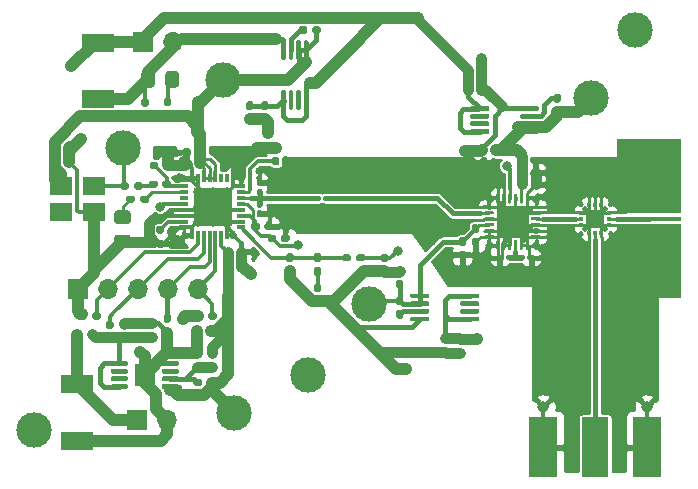
<source format=gbr>
%TF.GenerationSoftware,KiCad,Pcbnew,(5.1.8)-1*%
%TF.CreationDate,2021-01-16T00:45:47+01:00*%
%TF.ProjectId,Ka-band-Mixer,4b612d62-616e-4642-9d4d-697865722e6b,rev?*%
%TF.SameCoordinates,Original*%
%TF.FileFunction,Copper,L1,Top*%
%TF.FilePolarity,Positive*%
%FSLAX46Y46*%
G04 Gerber Fmt 4.6, Leading zero omitted, Abs format (unit mm)*
G04 Created by KiCad (PCBNEW (5.1.8)-1) date 2021-01-16 00:45:47*
%MOMM*%
%LPD*%
G01*
G04 APERTURE LIST*
%TA.AperFunction,ComponentPad*%
%ADD10O,1.700000X1.700000*%
%TD*%
%TA.AperFunction,ComponentPad*%
%ADD11R,1.700000X1.700000*%
%TD*%
%TA.AperFunction,SMDPad,CuDef*%
%ADD12R,0.460000X0.950000*%
%TD*%
%TA.AperFunction,ComponentPad*%
%ADD13C,0.970000*%
%TD*%
%TA.AperFunction,SMDPad,CuDef*%
%ADD14R,2.420000X5.080000*%
%TD*%
%TA.AperFunction,SMDPad,CuDef*%
%ADD15R,2.290000X5.080000*%
%TD*%
%TA.AperFunction,ComponentPad*%
%ADD16C,0.600000*%
%TD*%
%TA.AperFunction,ComponentPad*%
%ADD17C,2.200000*%
%TD*%
%TA.AperFunction,ConnectorPad*%
%ADD18R,5.500000X6.321800*%
%TD*%
%TA.AperFunction,ConnectorPad*%
%ADD19R,5.500000X0.448177*%
%TD*%
%TA.AperFunction,ComponentPad*%
%ADD20C,0.500000*%
%TD*%
%TA.AperFunction,SMDPad,CuDef*%
%ADD21R,2.700000X2.700000*%
%TD*%
%TA.AperFunction,ComponentPad*%
%ADD22C,3.000000*%
%TD*%
%TA.AperFunction,SMDPad,CuDef*%
%ADD23R,1.500000X1.500000*%
%TD*%
%TA.AperFunction,SMDPad,CuDef*%
%ADD24R,0.304800X0.320000*%
%TD*%
%TA.AperFunction,SMDPad,CuDef*%
%ADD25R,0.320000X0.304800*%
%TD*%
%TA.AperFunction,SMDPad,CuDef*%
%ADD26R,2.700000X1.500000*%
%TD*%
%TA.AperFunction,ComponentPad*%
%ADD27C,0.800000*%
%TD*%
%TA.AperFunction,SMDPad,CuDef*%
%ADD28R,3.250000X3.250000*%
%TD*%
%TA.AperFunction,SMDPad,CuDef*%
%ADD29R,0.800000X0.300000*%
%TD*%
%TA.AperFunction,SMDPad,CuDef*%
%ADD30R,0.750000X0.300000*%
%TD*%
%TA.AperFunction,SMDPad,CuDef*%
%ADD31R,0.300000X0.750000*%
%TD*%
%TA.AperFunction,SMDPad,CuDef*%
%ADD32R,0.300000X0.800000*%
%TD*%
%TA.AperFunction,SMDPad,CuDef*%
%ADD33R,1.950000X1.650000*%
%TD*%
%TA.AperFunction,SMDPad,CuDef*%
%ADD34R,1.680000X1.880000*%
%TD*%
%TA.AperFunction,ViaPad*%
%ADD35C,3.000000*%
%TD*%
%TA.AperFunction,ViaPad*%
%ADD36C,0.800000*%
%TD*%
%TA.AperFunction,ViaPad*%
%ADD37C,0.600000*%
%TD*%
%TA.AperFunction,ViaPad*%
%ADD38C,0.500000*%
%TD*%
%TA.AperFunction,Conductor*%
%ADD39C,0.250000*%
%TD*%
%TA.AperFunction,Conductor*%
%ADD40C,0.300000*%
%TD*%
%TA.AperFunction,Conductor*%
%ADD41C,0.440000*%
%TD*%
%TA.AperFunction,Conductor*%
%ADD42C,0.900000*%
%TD*%
%TA.AperFunction,Conductor*%
%ADD43C,1.000000*%
%TD*%
%TA.AperFunction,Conductor*%
%ADD44C,0.400000*%
%TD*%
%TA.AperFunction,Conductor*%
%ADD45C,0.448177*%
%TD*%
%TA.AperFunction,Conductor*%
%ADD46C,0.254000*%
%TD*%
%TA.AperFunction,Conductor*%
%ADD47C,0.100000*%
%TD*%
G04 APERTURE END LIST*
D10*
%TO.P,J1,5*%
%TO.N,Net-(J1-Pad5)*%
X107065000Y-105930000D03*
%TO.P,J1,4*%
%TO.N,Net-(J1-Pad4)*%
X104525000Y-105930000D03*
%TO.P,J1,3*%
%TO.N,Net-(J1-Pad3)*%
X101985000Y-105930000D03*
%TO.P,J1,2*%
%TO.N,Net-(J1-Pad2)*%
X99445000Y-105930000D03*
D11*
%TO.P,J1,1*%
%TO.N,0*%
X96905000Y-105930000D03*
%TD*%
D10*
%TO.P,J3,2*%
%TO.N,0*%
X104978200Y-85005600D03*
D11*
%TO.P,J3,1*%
%TO.N,+6V*%
X102438200Y-85005600D03*
%TD*%
D10*
%TO.P,J2,2*%
%TO.N,0*%
X104500000Y-116995000D03*
D11*
%TO.P,J2,1*%
%TO.N,+12V*%
X101960000Y-116995000D03*
%TD*%
D12*
%TO.P,J5,2*%
%TO.N,0*%
X145108440Y-116320420D03*
X136348440Y-116320420D03*
D13*
X145108440Y-115870420D03*
X136348440Y-115870420D03*
D14*
X145108440Y-119310420D03*
X136348440Y-119310420D03*
D15*
%TO.P,J5,1*%
%TO.N,Net-(J5-Pad1)*%
X140728440Y-119310420D03*
%TD*%
D16*
%TO.P,J4,2*%
%TO.N,0*%
X143010000Y-98745001D03*
X143010000Y-99215001D03*
X143480000Y-98745001D03*
X143480000Y-99215001D03*
X143950000Y-98745001D03*
X143950000Y-99215001D03*
X144420000Y-98745001D03*
X144420000Y-99215001D03*
X144890000Y-98745001D03*
X144890000Y-99215001D03*
X145360000Y-98745001D03*
X145360000Y-99215001D03*
X145830000Y-98275001D03*
X145830000Y-98745001D03*
X145830000Y-99215001D03*
X146300000Y-97805001D03*
X146300000Y-98275001D03*
X146300000Y-98745001D03*
X146300000Y-99215001D03*
X146770000Y-97335001D03*
X146770000Y-97805001D03*
X146770000Y-98275001D03*
X146770000Y-98745001D03*
X146770000Y-99215001D03*
X147240000Y-96865001D03*
X147240000Y-97335001D03*
X147240000Y-97805001D03*
X147240000Y-98275001D03*
X147240000Y-98745001D03*
X147240000Y-99215001D03*
X147710000Y-99215001D03*
X147710000Y-98745001D03*
X147710000Y-98275001D03*
X147710000Y-97805001D03*
X147710000Y-97335001D03*
X147710000Y-96865001D03*
X143010000Y-100710001D03*
X143010000Y-101180001D03*
X143480000Y-100710001D03*
X143480000Y-101180001D03*
X143950000Y-100710001D03*
X143950000Y-101180001D03*
X144420000Y-100710001D03*
X144420000Y-101180001D03*
X144890000Y-100710001D03*
X144890000Y-101180001D03*
X145360000Y-100710001D03*
X145360000Y-101180001D03*
X145830000Y-100710001D03*
X145830000Y-101180001D03*
X145830000Y-101650001D03*
X146300000Y-100710001D03*
X146300000Y-101180001D03*
X146300000Y-101650001D03*
X146300000Y-102120001D03*
X146770000Y-100710001D03*
X146770000Y-101180001D03*
X146770000Y-101650001D03*
X146770000Y-102120001D03*
X146770000Y-102590001D03*
X147240000Y-100710001D03*
X147240000Y-101180001D03*
X147240000Y-101650001D03*
X147240000Y-102120001D03*
X147240000Y-102590001D03*
X147240000Y-103060001D03*
X147710000Y-100710001D03*
X147710000Y-101180001D03*
X147710000Y-101650001D03*
X147710000Y-102120001D03*
X147710000Y-102590001D03*
X147710000Y-103060001D03*
X147710000Y-103530001D03*
X147710000Y-96395001D03*
D17*
X145530000Y-95205001D03*
X145530000Y-104720001D03*
D18*
X145320000Y-103545001D03*
X145320000Y-96375000D03*
D19*
%TO.P,J4,1*%
%TO.N,Net-(J4-Pad1)*%
X145320000Y-99960000D03*
%TD*%
%TO.P,C32,2*%
%TO.N,Net-(C32-Pad2)*%
%TA.AperFunction,SMDPad,CuDef*%
G36*
G01*
X117706700Y-98320923D02*
X117706700Y-98120923D01*
G75*
G02*
X117806700Y-98020923I100000J0D01*
G01*
X118241700Y-98020923D01*
G75*
G02*
X118341700Y-98120923I0J-100000D01*
G01*
X118341700Y-98320923D01*
G75*
G02*
X118241700Y-98420923I-100000J0D01*
G01*
X117806700Y-98420923D01*
G75*
G02*
X117706700Y-98320923I0J100000D01*
G01*
G37*
%TD.AperFunction*%
%TO.P,C32,1*%
%TO.N,DIV16*%
%TA.AperFunction,SMDPad,CuDef*%
G36*
G01*
X116871700Y-98320923D02*
X116871700Y-98120923D01*
G75*
G02*
X116971700Y-98020923I100000J0D01*
G01*
X117406700Y-98020923D01*
G75*
G02*
X117506700Y-98120923I0J-100000D01*
G01*
X117506700Y-98320923D01*
G75*
G02*
X117406700Y-98420923I-100000J0D01*
G01*
X116971700Y-98420923D01*
G75*
G02*
X116871700Y-98320923I0J100000D01*
G01*
G37*
%TD.AperFunction*%
%TD*%
%TO.P,C7,2*%
%TO.N,+3V3*%
%TA.AperFunction,SMDPad,CuDef*%
G36*
G01*
X106925200Y-94471400D02*
X106925200Y-94161400D01*
G75*
G02*
X107080200Y-94006400I155000J0D01*
G01*
X107505200Y-94006400D01*
G75*
G02*
X107660200Y-94161400I0J-155000D01*
G01*
X107660200Y-94471400D01*
G75*
G02*
X107505200Y-94626400I-155000J0D01*
G01*
X107080200Y-94626400D01*
G75*
G02*
X106925200Y-94471400I0J155000D01*
G01*
G37*
%TD.AperFunction*%
%TO.P,C7,1*%
%TO.N,0*%
%TA.AperFunction,SMDPad,CuDef*%
G36*
G01*
X105790200Y-94471400D02*
X105790200Y-94161400D01*
G75*
G02*
X105945200Y-94006400I155000J0D01*
G01*
X106370200Y-94006400D01*
G75*
G02*
X106525200Y-94161400I0J-155000D01*
G01*
X106525200Y-94471400D01*
G75*
G02*
X106370200Y-94626400I-155000J0D01*
G01*
X105945200Y-94626400D01*
G75*
G02*
X105790200Y-94471400I0J155000D01*
G01*
G37*
%TD.AperFunction*%
%TD*%
%TO.P,C9,2*%
%TO.N,+3V3*%
%TA.AperFunction,SMDPad,CuDef*%
G36*
G01*
X106927740Y-95507720D02*
X106927740Y-95197720D01*
G75*
G02*
X107082740Y-95042720I155000J0D01*
G01*
X107507740Y-95042720D01*
G75*
G02*
X107662740Y-95197720I0J-155000D01*
G01*
X107662740Y-95507720D01*
G75*
G02*
X107507740Y-95662720I-155000J0D01*
G01*
X107082740Y-95662720D01*
G75*
G02*
X106927740Y-95507720I0J155000D01*
G01*
G37*
%TD.AperFunction*%
%TO.P,C9,1*%
%TO.N,0*%
%TA.AperFunction,SMDPad,CuDef*%
G36*
G01*
X105792740Y-95507720D02*
X105792740Y-95197720D01*
G75*
G02*
X105947740Y-95042720I155000J0D01*
G01*
X106372740Y-95042720D01*
G75*
G02*
X106527740Y-95197720I0J-155000D01*
G01*
X106527740Y-95507720D01*
G75*
G02*
X106372740Y-95662720I-155000J0D01*
G01*
X105947740Y-95662720D01*
G75*
G02*
X105792740Y-95507720I0J155000D01*
G01*
G37*
%TD.AperFunction*%
%TD*%
%TO.P,R17,1*%
%TO.N,DIV16*%
%TA.AperFunction,SMDPad,CuDef*%
G36*
G01*
X112220000Y-98375000D02*
X112420000Y-98375000D01*
G75*
G02*
X112520000Y-98475000I0J-100000D01*
G01*
X112520000Y-98910000D01*
G75*
G02*
X112420000Y-99010000I-100000J0D01*
G01*
X112220000Y-99010000D01*
G75*
G02*
X112120000Y-98910000I0J100000D01*
G01*
X112120000Y-98475000D01*
G75*
G02*
X112220000Y-98375000I100000J0D01*
G01*
G37*
%TD.AperFunction*%
%TO.P,R17,2*%
%TO.N,0*%
%TA.AperFunction,SMDPad,CuDef*%
G36*
G01*
X112220000Y-99210000D02*
X112420000Y-99210000D01*
G75*
G02*
X112520000Y-99310000I0J-100000D01*
G01*
X112520000Y-99745000D01*
G75*
G02*
X112420000Y-99845000I-100000J0D01*
G01*
X112220000Y-99845000D01*
G75*
G02*
X112120000Y-99745000I0J100000D01*
G01*
X112120000Y-99310000D01*
G75*
G02*
X112220000Y-99210000I100000J0D01*
G01*
G37*
%TD.AperFunction*%
%TD*%
%TO.P,R15,2*%
%TO.N,0*%
%TA.AperFunction,SMDPad,CuDef*%
G36*
G01*
X112420000Y-97210000D02*
X112220000Y-97210000D01*
G75*
G02*
X112120000Y-97110000I0J100000D01*
G01*
X112120000Y-96675000D01*
G75*
G02*
X112220000Y-96575000I100000J0D01*
G01*
X112420000Y-96575000D01*
G75*
G02*
X112520000Y-96675000I0J-100000D01*
G01*
X112520000Y-97110000D01*
G75*
G02*
X112420000Y-97210000I-100000J0D01*
G01*
G37*
%TD.AperFunction*%
%TO.P,R15,1*%
%TO.N,DIV16*%
%TA.AperFunction,SMDPad,CuDef*%
G36*
G01*
X112420000Y-98045000D02*
X112220000Y-98045000D01*
G75*
G02*
X112120000Y-97945000I0J100000D01*
G01*
X112120000Y-97510000D01*
G75*
G02*
X112220000Y-97410000I100000J0D01*
G01*
X112420000Y-97410000D01*
G75*
G02*
X112520000Y-97510000I0J-100000D01*
G01*
X112520000Y-97945000D01*
G75*
G02*
X112420000Y-98045000I-100000J0D01*
G01*
G37*
%TD.AperFunction*%
%TD*%
D20*
%TO.P,U6,11*%
%TO.N,0*%
X134735000Y-101715000D03*
X133235000Y-101715000D03*
X132735000Y-101215000D03*
X133735000Y-101215000D03*
X134735000Y-101215000D03*
X135235000Y-100715000D03*
X134235000Y-100715000D03*
X133235000Y-100715000D03*
X132735000Y-100215000D03*
X133735000Y-100215000D03*
X134735000Y-100215000D03*
X134235000Y-99715000D03*
X133235000Y-99715000D03*
X134735000Y-99215000D03*
X135235000Y-99215000D03*
X133735000Y-99215000D03*
X132735000Y-99215000D03*
X132735000Y-98715000D03*
D21*
X133735000Y-100215000D03*
%TO.P,U6,24*%
%TA.AperFunction,SMDPad,CuDef*%
G36*
G01*
X132360000Y-98602500D02*
X132360000Y-97902500D01*
G75*
G02*
X132422500Y-97840000I62500J0D01*
G01*
X132547500Y-97840000D01*
G75*
G02*
X132610000Y-97902500I0J-62500D01*
G01*
X132610000Y-98602500D01*
G75*
G02*
X132547500Y-98665000I-62500J0D01*
G01*
X132422500Y-98665000D01*
G75*
G02*
X132360000Y-98602500I0J62500D01*
G01*
G37*
%TD.AperFunction*%
%TO.P,U6,23*%
%TA.AperFunction,SMDPad,CuDef*%
G36*
G01*
X132860000Y-98602500D02*
X132860000Y-97902500D01*
G75*
G02*
X132922500Y-97840000I62500J0D01*
G01*
X133047500Y-97840000D01*
G75*
G02*
X133110000Y-97902500I0J-62500D01*
G01*
X133110000Y-98602500D01*
G75*
G02*
X133047500Y-98665000I-62500J0D01*
G01*
X132922500Y-98665000D01*
G75*
G02*
X132860000Y-98602500I0J62500D01*
G01*
G37*
%TD.AperFunction*%
%TO.P,U6,22*%
%TO.N,CPout*%
%TA.AperFunction,SMDPad,CuDef*%
G36*
G01*
X133360000Y-98602500D02*
X133360000Y-97902500D01*
G75*
G02*
X133422500Y-97840000I62500J0D01*
G01*
X133547500Y-97840000D01*
G75*
G02*
X133610000Y-97902500I0J-62500D01*
G01*
X133610000Y-98602500D01*
G75*
G02*
X133547500Y-98665000I-62500J0D01*
G01*
X133422500Y-98665000D01*
G75*
G02*
X133360000Y-98602500I0J62500D01*
G01*
G37*
%TD.AperFunction*%
%TO.P,U6,21*%
%TO.N,0*%
%TA.AperFunction,SMDPad,CuDef*%
G36*
G01*
X133860000Y-98602500D02*
X133860000Y-97902500D01*
G75*
G02*
X133922500Y-97840000I62500J0D01*
G01*
X134047500Y-97840000D01*
G75*
G02*
X134110000Y-97902500I0J-62500D01*
G01*
X134110000Y-98602500D01*
G75*
G02*
X134047500Y-98665000I-62500J0D01*
G01*
X133922500Y-98665000D01*
G75*
G02*
X133860000Y-98602500I0J62500D01*
G01*
G37*
%TD.AperFunction*%
%TO.P,U6,20*%
%TO.N,+5VA*%
%TA.AperFunction,SMDPad,CuDef*%
G36*
G01*
X134360000Y-98602500D02*
X134360000Y-97902500D01*
G75*
G02*
X134422500Y-97840000I62500J0D01*
G01*
X134547500Y-97840000D01*
G75*
G02*
X134610000Y-97902500I0J-62500D01*
G01*
X134610000Y-98602500D01*
G75*
G02*
X134547500Y-98665000I-62500J0D01*
G01*
X134422500Y-98665000D01*
G75*
G02*
X134360000Y-98602500I0J62500D01*
G01*
G37*
%TD.AperFunction*%
%TO.P,U6,19*%
%TO.N,0*%
%TA.AperFunction,SMDPad,CuDef*%
G36*
G01*
X134860000Y-98602500D02*
X134860000Y-97902500D01*
G75*
G02*
X134922500Y-97840000I62500J0D01*
G01*
X135047500Y-97840000D01*
G75*
G02*
X135110000Y-97902500I0J-62500D01*
G01*
X135110000Y-98602500D01*
G75*
G02*
X135047500Y-98665000I-62500J0D01*
G01*
X134922500Y-98665000D01*
G75*
G02*
X134860000Y-98602500I0J62500D01*
G01*
G37*
%TD.AperFunction*%
%TO.P,U6,18*%
%TA.AperFunction,SMDPad,CuDef*%
G36*
G01*
X135285000Y-99027500D02*
X135285000Y-98902500D01*
G75*
G02*
X135347500Y-98840000I62500J0D01*
G01*
X136047500Y-98840000D01*
G75*
G02*
X136110000Y-98902500I0J-62500D01*
G01*
X136110000Y-99027500D01*
G75*
G02*
X136047500Y-99090000I-62500J0D01*
G01*
X135347500Y-99090000D01*
G75*
G02*
X135285000Y-99027500I0J62500D01*
G01*
G37*
%TD.AperFunction*%
%TO.P,U6,17*%
%TA.AperFunction,SMDPad,CuDef*%
G36*
G01*
X135285000Y-99527500D02*
X135285000Y-99402500D01*
G75*
G02*
X135347500Y-99340000I62500J0D01*
G01*
X136047500Y-99340000D01*
G75*
G02*
X136110000Y-99402500I0J-62500D01*
G01*
X136110000Y-99527500D01*
G75*
G02*
X136047500Y-99590000I-62500J0D01*
G01*
X135347500Y-99590000D01*
G75*
G02*
X135285000Y-99527500I0J62500D01*
G01*
G37*
%TD.AperFunction*%
%TO.P,U6,16*%
%TO.N,Net-(U6-Pad16)*%
%TA.AperFunction,SMDPad,CuDef*%
G36*
G01*
X135285000Y-100027500D02*
X135285000Y-99902500D01*
G75*
G02*
X135347500Y-99840000I62500J0D01*
G01*
X136047500Y-99840000D01*
G75*
G02*
X136110000Y-99902500I0J-62500D01*
G01*
X136110000Y-100027500D01*
G75*
G02*
X136047500Y-100090000I-62500J0D01*
G01*
X135347500Y-100090000D01*
G75*
G02*
X135285000Y-100027500I0J62500D01*
G01*
G37*
%TD.AperFunction*%
%TO.P,U6,15*%
%TO.N,0*%
%TA.AperFunction,SMDPad,CuDef*%
G36*
G01*
X135285000Y-100527500D02*
X135285000Y-100402500D01*
G75*
G02*
X135347500Y-100340000I62500J0D01*
G01*
X136047500Y-100340000D01*
G75*
G02*
X136110000Y-100402500I0J-62500D01*
G01*
X136110000Y-100527500D01*
G75*
G02*
X136047500Y-100590000I-62500J0D01*
G01*
X135347500Y-100590000D01*
G75*
G02*
X135285000Y-100527500I0J62500D01*
G01*
G37*
%TD.AperFunction*%
%TO.P,U6,14*%
%TA.AperFunction,SMDPad,CuDef*%
G36*
G01*
X135285000Y-101027500D02*
X135285000Y-100902500D01*
G75*
G02*
X135347500Y-100840000I62500J0D01*
G01*
X136047500Y-100840000D01*
G75*
G02*
X136110000Y-100902500I0J-62500D01*
G01*
X136110000Y-101027500D01*
G75*
G02*
X136047500Y-101090000I-62500J0D01*
G01*
X135347500Y-101090000D01*
G75*
G02*
X135285000Y-101027500I0J62500D01*
G01*
G37*
%TD.AperFunction*%
%TO.P,U6,13*%
%TA.AperFunction,SMDPad,CuDef*%
G36*
G01*
X135285000Y-101527500D02*
X135285000Y-101402500D01*
G75*
G02*
X135347500Y-101340000I62500J0D01*
G01*
X136047500Y-101340000D01*
G75*
G02*
X136110000Y-101402500I0J-62500D01*
G01*
X136110000Y-101527500D01*
G75*
G02*
X136047500Y-101590000I-62500J0D01*
G01*
X135347500Y-101590000D01*
G75*
G02*
X135285000Y-101527500I0J62500D01*
G01*
G37*
%TD.AperFunction*%
%TO.P,U6,12*%
%TA.AperFunction,SMDPad,CuDef*%
G36*
G01*
X134860000Y-102527500D02*
X134860000Y-101827500D01*
G75*
G02*
X134922500Y-101765000I62500J0D01*
G01*
X135047500Y-101765000D01*
G75*
G02*
X135110000Y-101827500I0J-62500D01*
G01*
X135110000Y-102527500D01*
G75*
G02*
X135047500Y-102590000I-62500J0D01*
G01*
X134922500Y-102590000D01*
G75*
G02*
X134860000Y-102527500I0J62500D01*
G01*
G37*
%TD.AperFunction*%
%TO.P,U6,11*%
%TA.AperFunction,SMDPad,CuDef*%
G36*
G01*
X134360000Y-102527500D02*
X134360000Y-101827500D01*
G75*
G02*
X134422500Y-101765000I62500J0D01*
G01*
X134547500Y-101765000D01*
G75*
G02*
X134610000Y-101827500I0J-62500D01*
G01*
X134610000Y-102527500D01*
G75*
G02*
X134547500Y-102590000I-62500J0D01*
G01*
X134422500Y-102590000D01*
G75*
G02*
X134360000Y-102527500I0J62500D01*
G01*
G37*
%TD.AperFunction*%
%TO.P,U6,10*%
%TO.N,Net-(R16-Pad1)*%
%TA.AperFunction,SMDPad,CuDef*%
G36*
G01*
X133860000Y-102527500D02*
X133860000Y-101827500D01*
G75*
G02*
X133922500Y-101765000I62500J0D01*
G01*
X134047500Y-101765000D01*
G75*
G02*
X134110000Y-101827500I0J-62500D01*
G01*
X134110000Y-102527500D01*
G75*
G02*
X134047500Y-102590000I-62500J0D01*
G01*
X133922500Y-102590000D01*
G75*
G02*
X133860000Y-102527500I0J62500D01*
G01*
G37*
%TD.AperFunction*%
%TO.P,U6,9*%
%TO.N,0*%
%TA.AperFunction,SMDPad,CuDef*%
G36*
G01*
X133360000Y-102527500D02*
X133360000Y-101827500D01*
G75*
G02*
X133422500Y-101765000I62500J0D01*
G01*
X133547500Y-101765000D01*
G75*
G02*
X133610000Y-101827500I0J-62500D01*
G01*
X133610000Y-102527500D01*
G75*
G02*
X133547500Y-102590000I-62500J0D01*
G01*
X133422500Y-102590000D01*
G75*
G02*
X133360000Y-102527500I0J62500D01*
G01*
G37*
%TD.AperFunction*%
%TO.P,U6,8*%
%TA.AperFunction,SMDPad,CuDef*%
G36*
G01*
X132860000Y-102527500D02*
X132860000Y-101827500D01*
G75*
G02*
X132922500Y-101765000I62500J0D01*
G01*
X133047500Y-101765000D01*
G75*
G02*
X133110000Y-101827500I0J-62500D01*
G01*
X133110000Y-102527500D01*
G75*
G02*
X133047500Y-102590000I-62500J0D01*
G01*
X132922500Y-102590000D01*
G75*
G02*
X132860000Y-102527500I0J62500D01*
G01*
G37*
%TD.AperFunction*%
%TO.P,U6,7*%
%TA.AperFunction,SMDPad,CuDef*%
G36*
G01*
X132360000Y-102527500D02*
X132360000Y-101827500D01*
G75*
G02*
X132422500Y-101765000I62500J0D01*
G01*
X132547500Y-101765000D01*
G75*
G02*
X132610000Y-101827500I0J-62500D01*
G01*
X132610000Y-102527500D01*
G75*
G02*
X132547500Y-102590000I-62500J0D01*
G01*
X132422500Y-102590000D01*
G75*
G02*
X132360000Y-102527500I0J62500D01*
G01*
G37*
%TD.AperFunction*%
%TO.P,U6,6*%
%TA.AperFunction,SMDPad,CuDef*%
G36*
G01*
X131360000Y-101527500D02*
X131360000Y-101402500D01*
G75*
G02*
X131422500Y-101340000I62500J0D01*
G01*
X132122500Y-101340000D01*
G75*
G02*
X132185000Y-101402500I0J-62500D01*
G01*
X132185000Y-101527500D01*
G75*
G02*
X132122500Y-101590000I-62500J0D01*
G01*
X131422500Y-101590000D01*
G75*
G02*
X131360000Y-101527500I0J62500D01*
G01*
G37*
%TD.AperFunction*%
%TO.P,U6,5*%
%TA.AperFunction,SMDPad,CuDef*%
G36*
G01*
X131360000Y-101027500D02*
X131360000Y-100902500D01*
G75*
G02*
X131422500Y-100840000I62500J0D01*
G01*
X132122500Y-100840000D01*
G75*
G02*
X132185000Y-100902500I0J-62500D01*
G01*
X132185000Y-101027500D01*
G75*
G02*
X132122500Y-101090000I-62500J0D01*
G01*
X131422500Y-101090000D01*
G75*
G02*
X131360000Y-101027500I0J62500D01*
G01*
G37*
%TD.AperFunction*%
%TO.P,U6,4*%
%TO.N,+5VD*%
%TA.AperFunction,SMDPad,CuDef*%
G36*
G01*
X131360000Y-100527500D02*
X131360000Y-100402500D01*
G75*
G02*
X131422500Y-100340000I62500J0D01*
G01*
X132122500Y-100340000D01*
G75*
G02*
X132185000Y-100402500I0J-62500D01*
G01*
X132185000Y-100527500D01*
G75*
G02*
X132122500Y-100590000I-62500J0D01*
G01*
X131422500Y-100590000D01*
G75*
G02*
X131360000Y-100527500I0J62500D01*
G01*
G37*
%TD.AperFunction*%
%TO.P,U6,3*%
%TO.N,0*%
%TA.AperFunction,SMDPad,CuDef*%
G36*
G01*
X131360000Y-100027500D02*
X131360000Y-99902500D01*
G75*
G02*
X131422500Y-99840000I62500J0D01*
G01*
X132122500Y-99840000D01*
G75*
G02*
X132185000Y-99902500I0J-62500D01*
G01*
X132185000Y-100027500D01*
G75*
G02*
X132122500Y-100090000I-62500J0D01*
G01*
X131422500Y-100090000D01*
G75*
G02*
X131360000Y-100027500I0J62500D01*
G01*
G37*
%TD.AperFunction*%
%TO.P,U6,2*%
%TO.N,Net-(C32-Pad2)*%
%TA.AperFunction,SMDPad,CuDef*%
G36*
G01*
X131360000Y-99527500D02*
X131360000Y-99402500D01*
G75*
G02*
X131422500Y-99340000I62500J0D01*
G01*
X132122500Y-99340000D01*
G75*
G02*
X132185000Y-99402500I0J-62500D01*
G01*
X132185000Y-99527500D01*
G75*
G02*
X132122500Y-99590000I-62500J0D01*
G01*
X131422500Y-99590000D01*
G75*
G02*
X131360000Y-99527500I0J62500D01*
G01*
G37*
%TD.AperFunction*%
%TO.P,U6,1*%
%TO.N,0*%
%TA.AperFunction,SMDPad,CuDef*%
G36*
G01*
X131360000Y-99027500D02*
X131360000Y-98902500D01*
G75*
G02*
X131422500Y-98840000I62500J0D01*
G01*
X132122500Y-98840000D01*
G75*
G02*
X132185000Y-98902500I0J-62500D01*
G01*
X132185000Y-99027500D01*
G75*
G02*
X132122500Y-99090000I-62500J0D01*
G01*
X131422500Y-99090000D01*
G75*
G02*
X131360000Y-99027500I0J62500D01*
G01*
G37*
%TD.AperFunction*%
%TD*%
D22*
%TO.P,TP2,1*%
%TO.N,0*%
X116450000Y-113200000D03*
%TD*%
%TO.P,D1,2*%
%TO.N,Net-(D1-Pad2)*%
%TA.AperFunction,SMDPad,CuDef*%
G36*
G01*
X101165001Y-100400000D02*
X100264999Y-100400000D01*
G75*
G02*
X100015000Y-100150001I0J249999D01*
G01*
X100015000Y-99499999D01*
G75*
G02*
X100264999Y-99250000I249999J0D01*
G01*
X101165001Y-99250000D01*
G75*
G02*
X101415000Y-99499999I0J-249999D01*
G01*
X101415000Y-100150001D01*
G75*
G02*
X101165001Y-100400000I-249999J0D01*
G01*
G37*
%TD.AperFunction*%
%TO.P,D1,1*%
%TO.N,0*%
%TA.AperFunction,SMDPad,CuDef*%
G36*
G01*
X101165001Y-102450000D02*
X100264999Y-102450000D01*
G75*
G02*
X100015000Y-102200001I0J249999D01*
G01*
X100015000Y-101549999D01*
G75*
G02*
X100264999Y-101300000I249999J0D01*
G01*
X101165001Y-101300000D01*
G75*
G02*
X101415000Y-101549999I0J-249999D01*
G01*
X101415000Y-102200001D01*
G75*
G02*
X101165001Y-102450000I-249999J0D01*
G01*
G37*
%TD.AperFunction*%
%TD*%
D20*
%TO.P,U7,13*%
%TO.N,0*%
X141230000Y-99460000D03*
X141230000Y-100460000D03*
X140230000Y-100460000D03*
X140230000Y-99460000D03*
X141580000Y-99110000D03*
X141580000Y-100810000D03*
X139880000Y-100810000D03*
X139880000Y-99110000D03*
X141230000Y-99960000D03*
X140730000Y-100460000D03*
X140730000Y-99460000D03*
X140230000Y-99960000D03*
X140730000Y-99960000D03*
D23*
X140730000Y-99960000D03*
D24*
%TO.P,U7,12*%
X140230001Y-98750000D03*
%TO.P,U7,11*%
X140730000Y-98750000D03*
%TO.P,U7,10*%
X141229999Y-98750000D03*
D25*
%TO.P,U7,9*%
X141940000Y-99455000D03*
%TO.P,U7,8*%
%TO.N,Net-(J4-Pad1)*%
X141940000Y-99960000D03*
%TO.P,U7,7*%
%TO.N,0*%
X141940000Y-100465000D03*
D24*
%TO.P,U7,6*%
X141235000Y-101170000D03*
%TO.P,U7,5*%
%TO.N,Net-(J5-Pad1)*%
X140730000Y-101170000D03*
%TO.P,U7,4*%
%TO.N,0*%
X140225000Y-101170000D03*
D25*
%TO.P,U7,3*%
X139520000Y-100465000D03*
%TO.P,U7,2*%
%TO.N,Net-(U6-Pad16)*%
X139520000Y-99960000D03*
%TO.P,U7,1*%
%TO.N,0*%
X139520000Y-99455000D03*
%TD*%
D26*
%TO.P,D3,2*%
%TO.N,+6V*%
X98615500Y-85044000D03*
%TO.P,D3,1*%
%TO.N,0*%
X98615500Y-89844000D03*
%TD*%
%TO.P,R18,1*%
%TO.N,Net-(R16-Pad1)*%
%TA.AperFunction,SMDPad,CuDef*%
G36*
G01*
X134150000Y-103350000D02*
X134150000Y-103150000D01*
G75*
G02*
X134250000Y-103050000I100000J0D01*
G01*
X134685000Y-103050000D01*
G75*
G02*
X134785000Y-103150000I0J-100000D01*
G01*
X134785000Y-103350000D01*
G75*
G02*
X134685000Y-103450000I-100000J0D01*
G01*
X134250000Y-103450000D01*
G75*
G02*
X134150000Y-103350000I0J100000D01*
G01*
G37*
%TD.AperFunction*%
%TO.P,R18,2*%
%TO.N,0*%
%TA.AperFunction,SMDPad,CuDef*%
G36*
G01*
X134985000Y-103350000D02*
X134985000Y-103150000D01*
G75*
G02*
X135085000Y-103050000I100000J0D01*
G01*
X135520000Y-103050000D01*
G75*
G02*
X135620000Y-103150000I0J-100000D01*
G01*
X135620000Y-103350000D01*
G75*
G02*
X135520000Y-103450000I-100000J0D01*
G01*
X135085000Y-103450000D01*
G75*
G02*
X134985000Y-103350000I0J100000D01*
G01*
G37*
%TD.AperFunction*%
%TD*%
%TO.P,R16,1*%
%TO.N,Net-(R16-Pad1)*%
%TA.AperFunction,SMDPad,CuDef*%
G36*
G01*
X133820000Y-103150000D02*
X133820000Y-103350000D01*
G75*
G02*
X133720000Y-103450000I-100000J0D01*
G01*
X133285000Y-103450000D01*
G75*
G02*
X133185000Y-103350000I0J100000D01*
G01*
X133185000Y-103150000D01*
G75*
G02*
X133285000Y-103050000I100000J0D01*
G01*
X133720000Y-103050000D01*
G75*
G02*
X133820000Y-103150000I0J-100000D01*
G01*
G37*
%TD.AperFunction*%
%TO.P,R16,2*%
%TO.N,0*%
%TA.AperFunction,SMDPad,CuDef*%
G36*
G01*
X132985000Y-103150000D02*
X132985000Y-103350000D01*
G75*
G02*
X132885000Y-103450000I-100000J0D01*
G01*
X132450000Y-103450000D01*
G75*
G02*
X132350000Y-103350000I0J100000D01*
G01*
X132350000Y-103150000D01*
G75*
G02*
X132450000Y-103050000I100000J0D01*
G01*
X132885000Y-103050000D01*
G75*
G02*
X132985000Y-103150000I0J-100000D01*
G01*
G37*
%TD.AperFunction*%
%TD*%
D27*
%TO.P,U1,1*%
%TO.N,0*%
X109585000Y-100195000D03*
X109585000Y-97695000D03*
X107085000Y-97695000D03*
X107085000Y-100195000D03*
X107085000Y-98945000D03*
X108335000Y-97695000D03*
X109585000Y-98945000D03*
X108335000Y-100195000D03*
X108335000Y-98945000D03*
D28*
X108335000Y-98945000D03*
D29*
%TO.P,U1,32*%
X105935000Y-100695000D03*
%TO.P,U1,31*%
%TO.N,Net-(R7-Pad1)*%
X105935000Y-100195000D03*
%TO.P,U1,30*%
%TO.N,0*%
X105935000Y-99695000D03*
%TO.P,U1,29*%
X105935000Y-99195000D03*
%TO.P,U1,28*%
%TO.N,+3V3*%
X105935000Y-98695000D03*
%TO.P,U1,27*%
%TO.N,Net-(U1-Pad27)*%
X105935000Y-98195000D03*
%TO.P,U1,26*%
%TO.N,Net-(R8-Pad2)*%
X105935000Y-97695000D03*
D30*
%TO.P,U1,25*%
%TO.N,Net-(C3-Pad1)*%
X105910000Y-97195000D03*
D31*
%TO.P,U1,24*%
%TO.N,0*%
X106585000Y-96520000D03*
D32*
%TO.P,U1,23*%
X107085000Y-96545000D03*
%TO.P,U1,22*%
%TO.N,+3V3*%
X107585000Y-96545000D03*
%TO.P,U1,21*%
X108085000Y-96545000D03*
%TO.P,U1,20*%
X108585000Y-96545000D03*
%TO.P,U1,19*%
%TO.N,Net-(U1-Pad19)*%
X109085000Y-96545000D03*
%TO.P,U1,18*%
%TO.N,Net-(U1-Pad18)*%
X109585000Y-96545000D03*
%TO.P,U1,17*%
%TO.N,0*%
X110085000Y-96545000D03*
D29*
%TO.P,U1,16*%
X110735000Y-97195000D03*
%TO.P,U1,15*%
%TO.N,Net-(C4-Pad2)*%
X110735000Y-97695000D03*
%TO.P,U1,14*%
%TO.N,DIV16*%
X110735000Y-98195000D03*
%TO.P,U1,13*%
%TO.N,+3V3*%
X110735000Y-98695000D03*
%TO.P,U1,12*%
%TO.N,0*%
X110735000Y-99195000D03*
%TO.P,U1,11*%
%TO.N,+3V3*%
X110735000Y-99695000D03*
%TO.P,U1,10*%
%TO.N,0*%
X110735000Y-100195000D03*
D30*
%TO.P,U1,9*%
%TO.N,Net-(C11-Pad2)*%
X110760000Y-100695000D03*
D31*
%TO.P,U1,8*%
%TO.N,0*%
X110085000Y-101370000D03*
D32*
%TO.P,U1,7*%
X109585000Y-101345000D03*
%TO.P,U1,6*%
%TO.N,+9V*%
X109085000Y-101345000D03*
%TO.P,U1,5*%
%TO.N,Net-(J1-Pad5)*%
X108585000Y-101345000D03*
%TO.P,U1,4*%
%TO.N,Net-(J1-Pad4)*%
X108085000Y-101345000D03*
%TO.P,U1,3*%
%TO.N,Net-(J1-Pad3)*%
X107585000Y-101345000D03*
%TO.P,U1,2*%
%TO.N,Net-(J1-Pad2)*%
X107085000Y-101345000D03*
%TO.P,U1,1*%
%TO.N,0*%
X106585000Y-101345000D03*
%TD*%
D22*
%TO.P,TP6,1*%
%TO.N,+3V3*%
X109235000Y-88215000D03*
%TD*%
%TO.P,TP5,1*%
%TO.N,+5VD*%
X121574560Y-107199080D03*
%TD*%
%TO.P,TP4,1*%
%TO.N,+5VA*%
X140370000Y-89760000D03*
%TD*%
%TO.P,TP3,1*%
%TO.N,+9V*%
X110180120Y-116363400D03*
%TD*%
%TO.P,TP1,1*%
%TO.N,Net-(R2-Pad1)*%
X100736400Y-93935200D03*
%TD*%
%TO.P,C1,2*%
%TO.N,+3V3*%
%TA.AperFunction,SMDPad,CuDef*%
G36*
G01*
X95435000Y-94980000D02*
X95435000Y-95290000D01*
G75*
G02*
X95280000Y-95445000I-155000J0D01*
G01*
X94855000Y-95445000D01*
G75*
G02*
X94700000Y-95290000I0J155000D01*
G01*
X94700000Y-94980000D01*
G75*
G02*
X94855000Y-94825000I155000J0D01*
G01*
X95280000Y-94825000D01*
G75*
G02*
X95435000Y-94980000I0J-155000D01*
G01*
G37*
%TD.AperFunction*%
%TO.P,C1,1*%
%TO.N,0*%
%TA.AperFunction,SMDPad,CuDef*%
G36*
G01*
X96570000Y-94980000D02*
X96570000Y-95290000D01*
G75*
G02*
X96415000Y-95445000I-155000J0D01*
G01*
X95990000Y-95445000D01*
G75*
G02*
X95835000Y-95290000I0J155000D01*
G01*
X95835000Y-94980000D01*
G75*
G02*
X95990000Y-94825000I155000J0D01*
G01*
X96415000Y-94825000D01*
G75*
G02*
X96570000Y-94980000I0J-155000D01*
G01*
G37*
%TD.AperFunction*%
%TD*%
%TO.P,C2,2*%
%TO.N,+3V3*%
%TA.AperFunction,SMDPad,CuDef*%
G36*
G01*
X95435000Y-93710000D02*
X95435000Y-94020000D01*
G75*
G02*
X95280000Y-94175000I-155000J0D01*
G01*
X94855000Y-94175000D01*
G75*
G02*
X94700000Y-94020000I0J155000D01*
G01*
X94700000Y-93710000D01*
G75*
G02*
X94855000Y-93555000I155000J0D01*
G01*
X95280000Y-93555000D01*
G75*
G02*
X95435000Y-93710000I0J-155000D01*
G01*
G37*
%TD.AperFunction*%
%TO.P,C2,1*%
%TO.N,0*%
%TA.AperFunction,SMDPad,CuDef*%
G36*
G01*
X96570000Y-93710000D02*
X96570000Y-94020000D01*
G75*
G02*
X96415000Y-94175000I-155000J0D01*
G01*
X95990000Y-94175000D01*
G75*
G02*
X95835000Y-94020000I0J155000D01*
G01*
X95835000Y-93710000D01*
G75*
G02*
X95990000Y-93555000I155000J0D01*
G01*
X96415000Y-93555000D01*
G75*
G02*
X96570000Y-93710000I0J-155000D01*
G01*
G37*
%TD.AperFunction*%
%TD*%
%TO.P,C3,2*%
%TO.N,Net-(C3-Pad2)*%
%TA.AperFunction,SMDPad,CuDef*%
G36*
G01*
X103690000Y-96885000D02*
X103690000Y-97195000D01*
G75*
G02*
X103535000Y-97350000I-155000J0D01*
G01*
X103110000Y-97350000D01*
G75*
G02*
X102955000Y-97195000I0J155000D01*
G01*
X102955000Y-96885000D01*
G75*
G02*
X103110000Y-96730000I155000J0D01*
G01*
X103535000Y-96730000D01*
G75*
G02*
X103690000Y-96885000I0J-155000D01*
G01*
G37*
%TD.AperFunction*%
%TO.P,C3,1*%
%TO.N,Net-(C3-Pad1)*%
%TA.AperFunction,SMDPad,CuDef*%
G36*
G01*
X104825000Y-96885000D02*
X104825000Y-97195000D01*
G75*
G02*
X104670000Y-97350000I-155000J0D01*
G01*
X104245000Y-97350000D01*
G75*
G02*
X104090000Y-97195000I0J155000D01*
G01*
X104090000Y-96885000D01*
G75*
G02*
X104245000Y-96730000I155000J0D01*
G01*
X104670000Y-96730000D01*
G75*
G02*
X104825000Y-96885000I0J-155000D01*
G01*
G37*
%TD.AperFunction*%
%TD*%
%TO.P,C4,2*%
%TO.N,Net-(C4-Pad2)*%
%TA.AperFunction,SMDPad,CuDef*%
G36*
G01*
X113540226Y-94700000D02*
X113850226Y-94700000D01*
G75*
G02*
X114005226Y-94855000I0J-155000D01*
G01*
X114005226Y-95280000D01*
G75*
G02*
X113850226Y-95435000I-155000J0D01*
G01*
X113540226Y-95435000D01*
G75*
G02*
X113385226Y-95280000I0J155000D01*
G01*
X113385226Y-94855000D01*
G75*
G02*
X113540226Y-94700000I155000J0D01*
G01*
G37*
%TD.AperFunction*%
%TO.P,C4,1*%
%TO.N,0*%
%TA.AperFunction,SMDPad,CuDef*%
G36*
G01*
X113540226Y-93565000D02*
X113850226Y-93565000D01*
G75*
G02*
X114005226Y-93720000I0J-155000D01*
G01*
X114005226Y-94145000D01*
G75*
G02*
X113850226Y-94300000I-155000J0D01*
G01*
X113540226Y-94300000D01*
G75*
G02*
X113385226Y-94145000I0J155000D01*
G01*
X113385226Y-93720000D01*
G75*
G02*
X113540226Y-93565000I155000J0D01*
G01*
G37*
%TD.AperFunction*%
%TD*%
%TO.P,C5,2*%
%TO.N,+3V3*%
%TA.AperFunction,SMDPad,CuDef*%
G36*
G01*
X113735000Y-101460000D02*
X113735000Y-101770000D01*
G75*
G02*
X113580000Y-101925000I-155000J0D01*
G01*
X113155000Y-101925000D01*
G75*
G02*
X113000000Y-101770000I0J155000D01*
G01*
X113000000Y-101460000D01*
G75*
G02*
X113155000Y-101305000I155000J0D01*
G01*
X113580000Y-101305000D01*
G75*
G02*
X113735000Y-101460000I0J-155000D01*
G01*
G37*
%TD.AperFunction*%
%TO.P,C5,1*%
%TO.N,0*%
%TA.AperFunction,SMDPad,CuDef*%
G36*
G01*
X114870000Y-101460000D02*
X114870000Y-101770000D01*
G75*
G02*
X114715000Y-101925000I-155000J0D01*
G01*
X114290000Y-101925000D01*
G75*
G02*
X114135000Y-101770000I0J155000D01*
G01*
X114135000Y-101460000D01*
G75*
G02*
X114290000Y-101305000I155000J0D01*
G01*
X114715000Y-101305000D01*
G75*
G02*
X114870000Y-101460000I0J-155000D01*
G01*
G37*
%TD.AperFunction*%
%TD*%
%TO.P,C8,2*%
%TO.N,+9V*%
%TA.AperFunction,SMDPad,CuDef*%
G36*
G01*
X109972500Y-102600000D02*
X109972500Y-102910000D01*
G75*
G02*
X109817500Y-103065000I-155000J0D01*
G01*
X109392500Y-103065000D01*
G75*
G02*
X109237500Y-102910000I0J155000D01*
G01*
X109237500Y-102600000D01*
G75*
G02*
X109392500Y-102445000I155000J0D01*
G01*
X109817500Y-102445000D01*
G75*
G02*
X109972500Y-102600000I0J-155000D01*
G01*
G37*
%TD.AperFunction*%
%TO.P,C8,1*%
%TO.N,0*%
%TA.AperFunction,SMDPad,CuDef*%
G36*
G01*
X111107500Y-102600000D02*
X111107500Y-102910000D01*
G75*
G02*
X110952500Y-103065000I-155000J0D01*
G01*
X110527500Y-103065000D01*
G75*
G02*
X110372500Y-102910000I0J155000D01*
G01*
X110372500Y-102600000D01*
G75*
G02*
X110527500Y-102445000I155000J0D01*
G01*
X110952500Y-102445000D01*
G75*
G02*
X111107500Y-102600000I0J-155000D01*
G01*
G37*
%TD.AperFunction*%
%TD*%
%TO.P,C10,2*%
%TO.N,+9V*%
%TA.AperFunction,SMDPad,CuDef*%
G36*
G01*
X110040000Y-103870000D02*
X110040000Y-104180000D01*
G75*
G02*
X109885000Y-104335000I-155000J0D01*
G01*
X109460000Y-104335000D01*
G75*
G02*
X109305000Y-104180000I0J155000D01*
G01*
X109305000Y-103870000D01*
G75*
G02*
X109460000Y-103715000I155000J0D01*
G01*
X109885000Y-103715000D01*
G75*
G02*
X110040000Y-103870000I0J-155000D01*
G01*
G37*
%TD.AperFunction*%
%TO.P,C10,1*%
%TO.N,0*%
%TA.AperFunction,SMDPad,CuDef*%
G36*
G01*
X111175000Y-103870000D02*
X111175000Y-104180000D01*
G75*
G02*
X111020000Y-104335000I-155000J0D01*
G01*
X110595000Y-104335000D01*
G75*
G02*
X110440000Y-104180000I0J155000D01*
G01*
X110440000Y-103870000D01*
G75*
G02*
X110595000Y-103715000I155000J0D01*
G01*
X111020000Y-103715000D01*
G75*
G02*
X111175000Y-103870000I0J-155000D01*
G01*
G37*
%TD.AperFunction*%
%TD*%
%TO.P,C11,2*%
%TO.N,Net-(C11-Pad2)*%
%TA.AperFunction,SMDPad,CuDef*%
G36*
G01*
X115049168Y-103630817D02*
X114739168Y-103630817D01*
G75*
G02*
X114584168Y-103475817I0J155000D01*
G01*
X114584168Y-103050817D01*
G75*
G02*
X114739168Y-102895817I155000J0D01*
G01*
X115049168Y-102895817D01*
G75*
G02*
X115204168Y-103050817I0J-155000D01*
G01*
X115204168Y-103475817D01*
G75*
G02*
X115049168Y-103630817I-155000J0D01*
G01*
G37*
%TD.AperFunction*%
%TO.P,C11,1*%
%TO.N,0*%
%TA.AperFunction,SMDPad,CuDef*%
G36*
G01*
X115049168Y-104765817D02*
X114739168Y-104765817D01*
G75*
G02*
X114584168Y-104610817I0J155000D01*
G01*
X114584168Y-104185817D01*
G75*
G02*
X114739168Y-104030817I155000J0D01*
G01*
X115049168Y-104030817D01*
G75*
G02*
X115204168Y-104185817I0J-155000D01*
G01*
X115204168Y-104610817D01*
G75*
G02*
X115049168Y-104765817I-155000J0D01*
G01*
G37*
%TD.AperFunction*%
%TD*%
%TO.P,C12,2*%
%TO.N,Net-(C12-Pad2)*%
%TA.AperFunction,SMDPad,CuDef*%
G36*
G01*
X117380000Y-106170817D02*
X117070000Y-106170817D01*
G75*
G02*
X116915000Y-106015817I0J155000D01*
G01*
X116915000Y-105590817D01*
G75*
G02*
X117070000Y-105435817I155000J0D01*
G01*
X117380000Y-105435817D01*
G75*
G02*
X117535000Y-105590817I0J-155000D01*
G01*
X117535000Y-106015817D01*
G75*
G02*
X117380000Y-106170817I-155000J0D01*
G01*
G37*
%TD.AperFunction*%
%TO.P,C12,1*%
%TO.N,0*%
%TA.AperFunction,SMDPad,CuDef*%
G36*
G01*
X117380000Y-107305817D02*
X117070000Y-107305817D01*
G75*
G02*
X116915000Y-107150817I0J155000D01*
G01*
X116915000Y-106725817D01*
G75*
G02*
X117070000Y-106570817I155000J0D01*
G01*
X117380000Y-106570817D01*
G75*
G02*
X117535000Y-106725817I0J-155000D01*
G01*
X117535000Y-107150817D01*
G75*
G02*
X117380000Y-107305817I-155000J0D01*
G01*
G37*
%TD.AperFunction*%
%TD*%
%TO.P,C13,2*%
%TO.N,CPout*%
%TA.AperFunction,SMDPad,CuDef*%
G36*
G01*
X123054337Y-103657731D02*
X122744337Y-103657731D01*
G75*
G02*
X122589337Y-103502731I0J155000D01*
G01*
X122589337Y-103077731D01*
G75*
G02*
X122744337Y-102922731I155000J0D01*
G01*
X123054337Y-102922731D01*
G75*
G02*
X123209337Y-103077731I0J-155000D01*
G01*
X123209337Y-103502731D01*
G75*
G02*
X123054337Y-103657731I-155000J0D01*
G01*
G37*
%TD.AperFunction*%
%TO.P,C13,1*%
%TO.N,0*%
%TA.AperFunction,SMDPad,CuDef*%
G36*
G01*
X123054337Y-104792731D02*
X122744337Y-104792731D01*
G75*
G02*
X122589337Y-104637731I0J155000D01*
G01*
X122589337Y-104212731D01*
G75*
G02*
X122744337Y-104057731I155000J0D01*
G01*
X123054337Y-104057731D01*
G75*
G02*
X123209337Y-104212731I0J-155000D01*
G01*
X123209337Y-104637731D01*
G75*
G02*
X123054337Y-104792731I-155000J0D01*
G01*
G37*
%TD.AperFunction*%
%TD*%
%TO.P,C18,2*%
%TO.N,+6V*%
%TA.AperFunction,SMDPad,CuDef*%
G36*
G01*
X111640000Y-90760000D02*
X111330000Y-90760000D01*
G75*
G02*
X111175000Y-90605000I0J155000D01*
G01*
X111175000Y-90180000D01*
G75*
G02*
X111330000Y-90025000I155000J0D01*
G01*
X111640000Y-90025000D01*
G75*
G02*
X111795000Y-90180000I0J-155000D01*
G01*
X111795000Y-90605000D01*
G75*
G02*
X111640000Y-90760000I-155000J0D01*
G01*
G37*
%TD.AperFunction*%
%TO.P,C18,1*%
%TO.N,0*%
%TA.AperFunction,SMDPad,CuDef*%
G36*
G01*
X111640000Y-91895000D02*
X111330000Y-91895000D01*
G75*
G02*
X111175000Y-91740000I0J155000D01*
G01*
X111175000Y-91315000D01*
G75*
G02*
X111330000Y-91160000I155000J0D01*
G01*
X111640000Y-91160000D01*
G75*
G02*
X111795000Y-91315000I0J-155000D01*
G01*
X111795000Y-91740000D01*
G75*
G02*
X111640000Y-91895000I-155000J0D01*
G01*
G37*
%TD.AperFunction*%
%TD*%
%TO.P,C21,2*%
%TO.N,+6V*%
%TA.AperFunction,SMDPad,CuDef*%
G36*
G01*
X112910000Y-90760000D02*
X112600000Y-90760000D01*
G75*
G02*
X112445000Y-90605000I0J155000D01*
G01*
X112445000Y-90180000D01*
G75*
G02*
X112600000Y-90025000I155000J0D01*
G01*
X112910000Y-90025000D01*
G75*
G02*
X113065000Y-90180000I0J-155000D01*
G01*
X113065000Y-90605000D01*
G75*
G02*
X112910000Y-90760000I-155000J0D01*
G01*
G37*
%TD.AperFunction*%
%TO.P,C21,1*%
%TO.N,0*%
%TA.AperFunction,SMDPad,CuDef*%
G36*
G01*
X112910000Y-91895000D02*
X112600000Y-91895000D01*
G75*
G02*
X112445000Y-91740000I0J155000D01*
G01*
X112445000Y-91315000D01*
G75*
G02*
X112600000Y-91160000I155000J0D01*
G01*
X112910000Y-91160000D01*
G75*
G02*
X113065000Y-91315000I0J-155000D01*
G01*
X113065000Y-91740000D01*
G75*
G02*
X112910000Y-91895000I-155000J0D01*
G01*
G37*
%TD.AperFunction*%
%TD*%
%TO.P,C27,2*%
%TO.N,+3V3*%
%TA.AperFunction,SMDPad,CuDef*%
G36*
G01*
X102465000Y-90890000D02*
X102775000Y-90890000D01*
G75*
G02*
X102930000Y-91045000I0J-155000D01*
G01*
X102930000Y-91470000D01*
G75*
G02*
X102775000Y-91625000I-155000J0D01*
G01*
X102465000Y-91625000D01*
G75*
G02*
X102310000Y-91470000I0J155000D01*
G01*
X102310000Y-91045000D01*
G75*
G02*
X102465000Y-90890000I155000J0D01*
G01*
G37*
%TD.AperFunction*%
%TO.P,C27,1*%
%TO.N,0*%
%TA.AperFunction,SMDPad,CuDef*%
G36*
G01*
X102465000Y-89755000D02*
X102775000Y-89755000D01*
G75*
G02*
X102930000Y-89910000I0J-155000D01*
G01*
X102930000Y-90335000D01*
G75*
G02*
X102775000Y-90490000I-155000J0D01*
G01*
X102465000Y-90490000D01*
G75*
G02*
X102310000Y-90335000I0J155000D01*
G01*
X102310000Y-89910000D01*
G75*
G02*
X102465000Y-89755000I155000J0D01*
G01*
G37*
%TD.AperFunction*%
%TD*%
%TO.P,R2,2*%
%TO.N,Net-(C3-Pad2)*%
%TA.AperFunction,SMDPad,CuDef*%
G36*
G01*
X101713000Y-97321000D02*
X101713000Y-97001000D01*
G75*
G02*
X101873000Y-96841000I160000J0D01*
G01*
X102268000Y-96841000D01*
G75*
G02*
X102428000Y-97001000I0J-160000D01*
G01*
X102428000Y-97321000D01*
G75*
G02*
X102268000Y-97481000I-160000J0D01*
G01*
X101873000Y-97481000D01*
G75*
G02*
X101713000Y-97321000I0J160000D01*
G01*
G37*
%TD.AperFunction*%
%TO.P,R2,1*%
%TO.N,Net-(R2-Pad1)*%
%TA.AperFunction,SMDPad,CuDef*%
G36*
G01*
X100518000Y-97321000D02*
X100518000Y-97001000D01*
G75*
G02*
X100678000Y-96841000I160000J0D01*
G01*
X101073000Y-96841000D01*
G75*
G02*
X101233000Y-97001000I0J-160000D01*
G01*
X101233000Y-97321000D01*
G75*
G02*
X101073000Y-97481000I-160000J0D01*
G01*
X100678000Y-97481000D01*
G75*
G02*
X100518000Y-97321000I0J160000D01*
G01*
G37*
%TD.AperFunction*%
%TD*%
%TO.P,R6,2*%
%TO.N,0*%
%TA.AperFunction,SMDPad,CuDef*%
G36*
G01*
X104227600Y-95603960D02*
X104227600Y-95283960D01*
G75*
G02*
X104387600Y-95123960I160000J0D01*
G01*
X104782600Y-95123960D01*
G75*
G02*
X104942600Y-95283960I0J-160000D01*
G01*
X104942600Y-95603960D01*
G75*
G02*
X104782600Y-95763960I-160000J0D01*
G01*
X104387600Y-95763960D01*
G75*
G02*
X104227600Y-95603960I0J160000D01*
G01*
G37*
%TD.AperFunction*%
%TO.P,R6,1*%
%TO.N,Net-(C3-Pad1)*%
%TA.AperFunction,SMDPad,CuDef*%
G36*
G01*
X103032600Y-95603960D02*
X103032600Y-95283960D01*
G75*
G02*
X103192600Y-95123960I160000J0D01*
G01*
X103587600Y-95123960D01*
G75*
G02*
X103747600Y-95283960I0J-160000D01*
G01*
X103747600Y-95603960D01*
G75*
G02*
X103587600Y-95763960I-160000J0D01*
G01*
X103192600Y-95763960D01*
G75*
G02*
X103032600Y-95603960I0J160000D01*
G01*
G37*
%TD.AperFunction*%
%TD*%
%TO.P,R7,2*%
%TO.N,0*%
%TA.AperFunction,SMDPad,CuDef*%
G36*
G01*
X103730000Y-101725000D02*
X104050000Y-101725000D01*
G75*
G02*
X104210000Y-101885000I0J-160000D01*
G01*
X104210000Y-102280000D01*
G75*
G02*
X104050000Y-102440000I-160000J0D01*
G01*
X103730000Y-102440000D01*
G75*
G02*
X103570000Y-102280000I0J160000D01*
G01*
X103570000Y-101885000D01*
G75*
G02*
X103730000Y-101725000I160000J0D01*
G01*
G37*
%TD.AperFunction*%
%TO.P,R7,1*%
%TO.N,Net-(R7-Pad1)*%
%TA.AperFunction,SMDPad,CuDef*%
G36*
G01*
X103730000Y-100530000D02*
X104050000Y-100530000D01*
G75*
G02*
X104210000Y-100690000I0J-160000D01*
G01*
X104210000Y-101085000D01*
G75*
G02*
X104050000Y-101245000I-160000J0D01*
G01*
X103730000Y-101245000D01*
G75*
G02*
X103570000Y-101085000I0J160000D01*
G01*
X103570000Y-100690000D01*
G75*
G02*
X103730000Y-100530000I160000J0D01*
G01*
G37*
%TD.AperFunction*%
%TD*%
%TO.P,R8,2*%
%TO.N,Net-(R8-Pad2)*%
%TA.AperFunction,SMDPad,CuDef*%
G36*
G01*
X102225000Y-98470000D02*
X102225000Y-98150000D01*
G75*
G02*
X102385000Y-97990000I160000J0D01*
G01*
X102780000Y-97990000D01*
G75*
G02*
X102940000Y-98150000I0J-160000D01*
G01*
X102940000Y-98470000D01*
G75*
G02*
X102780000Y-98630000I-160000J0D01*
G01*
X102385000Y-98630000D01*
G75*
G02*
X102225000Y-98470000I0J160000D01*
G01*
G37*
%TD.AperFunction*%
%TO.P,R8,1*%
%TO.N,Net-(D1-Pad2)*%
%TA.AperFunction,SMDPad,CuDef*%
G36*
G01*
X101030000Y-98470000D02*
X101030000Y-98150000D01*
G75*
G02*
X101190000Y-97990000I160000J0D01*
G01*
X101585000Y-97990000D01*
G75*
G02*
X101745000Y-98150000I0J-160000D01*
G01*
X101745000Y-98470000D01*
G75*
G02*
X101585000Y-98630000I-160000J0D01*
G01*
X101190000Y-98630000D01*
G75*
G02*
X101030000Y-98470000I0J160000D01*
G01*
G37*
%TD.AperFunction*%
%TD*%
%TO.P,R9,2*%
%TO.N,Net-(C12-Pad2)*%
%TA.AperFunction,SMDPad,CuDef*%
G36*
G01*
X117065000Y-104070817D02*
X117385000Y-104070817D01*
G75*
G02*
X117545000Y-104230817I0J-160000D01*
G01*
X117545000Y-104625817D01*
G75*
G02*
X117385000Y-104785817I-160000J0D01*
G01*
X117065000Y-104785817D01*
G75*
G02*
X116905000Y-104625817I0J160000D01*
G01*
X116905000Y-104230817D01*
G75*
G02*
X117065000Y-104070817I160000J0D01*
G01*
G37*
%TD.AperFunction*%
%TO.P,R9,1*%
%TO.N,Net-(C11-Pad2)*%
%TA.AperFunction,SMDPad,CuDef*%
G36*
G01*
X117065000Y-102875817D02*
X117385000Y-102875817D01*
G75*
G02*
X117545000Y-103035817I0J-160000D01*
G01*
X117545000Y-103430817D01*
G75*
G02*
X117385000Y-103590817I-160000J0D01*
G01*
X117065000Y-103590817D01*
G75*
G02*
X116905000Y-103430817I0J160000D01*
G01*
X116905000Y-103035817D01*
G75*
G02*
X117065000Y-102875817I160000J0D01*
G01*
G37*
%TD.AperFunction*%
%TD*%
%TO.P,R10,2*%
%TO.N,Net-(C11-Pad2)*%
%TA.AperFunction,SMDPad,CuDef*%
G36*
G01*
X120044071Y-103093785D02*
X120044071Y-103413785D01*
G75*
G02*
X119884071Y-103573785I-160000J0D01*
G01*
X119489071Y-103573785D01*
G75*
G02*
X119329071Y-103413785I0J160000D01*
G01*
X119329071Y-103093785D01*
G75*
G02*
X119489071Y-102933785I160000J0D01*
G01*
X119884071Y-102933785D01*
G75*
G02*
X120044071Y-103093785I0J-160000D01*
G01*
G37*
%TD.AperFunction*%
%TO.P,R10,1*%
%TO.N,CPout*%
%TA.AperFunction,SMDPad,CuDef*%
G36*
G01*
X121239071Y-103093785D02*
X121239071Y-103413785D01*
G75*
G02*
X121079071Y-103573785I-160000J0D01*
G01*
X120684071Y-103573785D01*
G75*
G02*
X120524071Y-103413785I0J160000D01*
G01*
X120524071Y-103093785D01*
G75*
G02*
X120684071Y-102933785I160000J0D01*
G01*
X121079071Y-102933785D01*
G75*
G02*
X121239071Y-103093785I0J-160000D01*
G01*
G37*
%TD.AperFunction*%
%TD*%
D33*
%TO.P,X1,4*%
%TO.N,+3V3*%
X95530000Y-97210000D03*
%TO.P,X1,3*%
%TO.N,Net-(R2-Pad1)*%
X98280000Y-97210000D03*
%TO.P,X1,2*%
%TO.N,0*%
X98280000Y-99410000D03*
%TO.P,X1,1*%
%TO.N,Net-(X1-Pad1)*%
X95530000Y-99410000D03*
%TD*%
%TO.P,C31,2*%
%TO.N,0*%
%TA.AperFunction,SMDPad,CuDef*%
G36*
G01*
X130430000Y-101550000D02*
X130740000Y-101550000D01*
G75*
G02*
X130895000Y-101705000I0J-155000D01*
G01*
X130895000Y-102130000D01*
G75*
G02*
X130740000Y-102285000I-155000J0D01*
G01*
X130430000Y-102285000D01*
G75*
G02*
X130275000Y-102130000I0J155000D01*
G01*
X130275000Y-101705000D01*
G75*
G02*
X130430000Y-101550000I155000J0D01*
G01*
G37*
%TD.AperFunction*%
%TO.P,C31,1*%
%TO.N,+5VD*%
%TA.AperFunction,SMDPad,CuDef*%
G36*
G01*
X130430000Y-100415000D02*
X130740000Y-100415000D01*
G75*
G02*
X130895000Y-100570000I0J-155000D01*
G01*
X130895000Y-100995000D01*
G75*
G02*
X130740000Y-101150000I-155000J0D01*
G01*
X130430000Y-101150000D01*
G75*
G02*
X130275000Y-100995000I0J155000D01*
G01*
X130275000Y-100570000D01*
G75*
G02*
X130430000Y-100415000I155000J0D01*
G01*
G37*
%TD.AperFunction*%
%TD*%
%TO.P,C30,2*%
%TO.N,0*%
%TA.AperFunction,SMDPad,CuDef*%
G36*
G01*
X129330000Y-102650000D02*
X129640000Y-102650000D01*
G75*
G02*
X129795000Y-102805000I0J-155000D01*
G01*
X129795000Y-103230000D01*
G75*
G02*
X129640000Y-103385000I-155000J0D01*
G01*
X129330000Y-103385000D01*
G75*
G02*
X129175000Y-103230000I0J155000D01*
G01*
X129175000Y-102805000D01*
G75*
G02*
X129330000Y-102650000I155000J0D01*
G01*
G37*
%TD.AperFunction*%
%TO.P,C30,1*%
%TO.N,+5VD*%
%TA.AperFunction,SMDPad,CuDef*%
G36*
G01*
X129330000Y-101515000D02*
X129640000Y-101515000D01*
G75*
G02*
X129795000Y-101670000I0J-155000D01*
G01*
X129795000Y-102095000D01*
G75*
G02*
X129640000Y-102250000I-155000J0D01*
G01*
X129330000Y-102250000D01*
G75*
G02*
X129175000Y-102095000I0J155000D01*
G01*
X129175000Y-101670000D01*
G75*
G02*
X129330000Y-101515000I155000J0D01*
G01*
G37*
%TD.AperFunction*%
%TD*%
%TO.P,C33,2*%
%TO.N,0*%
%TA.AperFunction,SMDPad,CuDef*%
G36*
G01*
X135315000Y-97205000D02*
X135315000Y-96895000D01*
G75*
G02*
X135470000Y-96740000I155000J0D01*
G01*
X135895000Y-96740000D01*
G75*
G02*
X136050000Y-96895000I0J-155000D01*
G01*
X136050000Y-97205000D01*
G75*
G02*
X135895000Y-97360000I-155000J0D01*
G01*
X135470000Y-97360000D01*
G75*
G02*
X135315000Y-97205000I0J155000D01*
G01*
G37*
%TD.AperFunction*%
%TO.P,C33,1*%
%TO.N,+5VA*%
%TA.AperFunction,SMDPad,CuDef*%
G36*
G01*
X134180000Y-97205000D02*
X134180000Y-96895000D01*
G75*
G02*
X134335000Y-96740000I155000J0D01*
G01*
X134760000Y-96740000D01*
G75*
G02*
X134915000Y-96895000I0J-155000D01*
G01*
X134915000Y-97205000D01*
G75*
G02*
X134760000Y-97360000I-155000J0D01*
G01*
X134335000Y-97360000D01*
G75*
G02*
X134180000Y-97205000I0J155000D01*
G01*
G37*
%TD.AperFunction*%
%TD*%
%TO.P,C34,2*%
%TO.N,0*%
%TA.AperFunction,SMDPad,CuDef*%
G36*
G01*
X135285000Y-96205000D02*
X135285000Y-95895000D01*
G75*
G02*
X135440000Y-95740000I155000J0D01*
G01*
X135865000Y-95740000D01*
G75*
G02*
X136020000Y-95895000I0J-155000D01*
G01*
X136020000Y-96205000D01*
G75*
G02*
X135865000Y-96360000I-155000J0D01*
G01*
X135440000Y-96360000D01*
G75*
G02*
X135285000Y-96205000I0J155000D01*
G01*
G37*
%TD.AperFunction*%
%TO.P,C34,1*%
%TO.N,+5VA*%
%TA.AperFunction,SMDPad,CuDef*%
G36*
G01*
X134150000Y-96205000D02*
X134150000Y-95895000D01*
G75*
G02*
X134305000Y-95740000I155000J0D01*
G01*
X134730000Y-95740000D01*
G75*
G02*
X134885000Y-95895000I0J-155000D01*
G01*
X134885000Y-96205000D01*
G75*
G02*
X134730000Y-96360000I-155000J0D01*
G01*
X134305000Y-96360000D01*
G75*
G02*
X134150000Y-96205000I0J155000D01*
G01*
G37*
%TD.AperFunction*%
%TD*%
%TO.P,R11,2*%
%TO.N,+12V*%
%TA.AperFunction,SMDPad,CuDef*%
G36*
G01*
X97300000Y-109545000D02*
X97300000Y-109865000D01*
G75*
G02*
X97140000Y-110025000I-160000J0D01*
G01*
X96745000Y-110025000D01*
G75*
G02*
X96585000Y-109865000I0J160000D01*
G01*
X96585000Y-109545000D01*
G75*
G02*
X96745000Y-109385000I160000J0D01*
G01*
X97140000Y-109385000D01*
G75*
G02*
X97300000Y-109545000I0J-160000D01*
G01*
G37*
%TD.AperFunction*%
%TO.P,R11,1*%
%TO.N,Net-(C14-Pad2)*%
%TA.AperFunction,SMDPad,CuDef*%
G36*
G01*
X98495000Y-109545000D02*
X98495000Y-109865000D01*
G75*
G02*
X98335000Y-110025000I-160000J0D01*
G01*
X97940000Y-110025000D01*
G75*
G02*
X97780000Y-109865000I0J160000D01*
G01*
X97780000Y-109545000D01*
G75*
G02*
X97940000Y-109385000I160000J0D01*
G01*
X98335000Y-109385000D01*
G75*
G02*
X98495000Y-109545000I0J-160000D01*
G01*
G37*
%TD.AperFunction*%
%TD*%
%TO.P,C6,2*%
%TO.N,+3V3*%
%TA.AperFunction,SMDPad,CuDef*%
G36*
G01*
X112335000Y-100460000D02*
X112335000Y-100770000D01*
G75*
G02*
X112180000Y-100925000I-155000J0D01*
G01*
X111755000Y-100925000D01*
G75*
G02*
X111600000Y-100770000I0J155000D01*
G01*
X111600000Y-100460000D01*
G75*
G02*
X111755000Y-100305000I155000J0D01*
G01*
X112180000Y-100305000D01*
G75*
G02*
X112335000Y-100460000I0J-155000D01*
G01*
G37*
%TD.AperFunction*%
%TO.P,C6,1*%
%TO.N,0*%
%TA.AperFunction,SMDPad,CuDef*%
G36*
G01*
X113470000Y-100460000D02*
X113470000Y-100770000D01*
G75*
G02*
X113315000Y-100925000I-155000J0D01*
G01*
X112890000Y-100925000D01*
G75*
G02*
X112735000Y-100770000I0J155000D01*
G01*
X112735000Y-100460000D01*
G75*
G02*
X112890000Y-100305000I155000J0D01*
G01*
X113315000Y-100305000D01*
G75*
G02*
X113470000Y-100460000I0J-155000D01*
G01*
G37*
%TD.AperFunction*%
%TD*%
%TO.P,R14,2*%
%TO.N,Net-(D4-Pad2)*%
%TA.AperFunction,SMDPad,CuDef*%
G36*
G01*
X104685000Y-90450000D02*
X104365000Y-90450000D01*
G75*
G02*
X104205000Y-90290000I0J160000D01*
G01*
X104205000Y-89895000D01*
G75*
G02*
X104365000Y-89735000I160000J0D01*
G01*
X104685000Y-89735000D01*
G75*
G02*
X104845000Y-89895000I0J-160000D01*
G01*
X104845000Y-90290000D01*
G75*
G02*
X104685000Y-90450000I-160000J0D01*
G01*
G37*
%TD.AperFunction*%
%TO.P,R14,1*%
%TO.N,+3V3*%
%TA.AperFunction,SMDPad,CuDef*%
G36*
G01*
X104685000Y-91645000D02*
X104365000Y-91645000D01*
G75*
G02*
X104205000Y-91485000I0J160000D01*
G01*
X104205000Y-91090000D01*
G75*
G02*
X104365000Y-90930000I160000J0D01*
G01*
X104685000Y-90930000D01*
G75*
G02*
X104845000Y-91090000I0J-160000D01*
G01*
X104845000Y-91485000D01*
G75*
G02*
X104685000Y-91645000I-160000J0D01*
G01*
G37*
%TD.AperFunction*%
%TD*%
%TO.P,D4,2*%
%TO.N,Net-(D4-Pad2)*%
%TA.AperFunction,SMDPad,CuDef*%
G36*
G01*
X104340000Y-88600001D02*
X104340000Y-87699999D01*
G75*
G02*
X104589999Y-87450000I249999J0D01*
G01*
X105240001Y-87450000D01*
G75*
G02*
X105490000Y-87699999I0J-249999D01*
G01*
X105490000Y-88600001D01*
G75*
G02*
X105240001Y-88850000I-249999J0D01*
G01*
X104589999Y-88850000D01*
G75*
G02*
X104340000Y-88600001I0J249999D01*
G01*
G37*
%TD.AperFunction*%
%TO.P,D4,1*%
%TO.N,0*%
%TA.AperFunction,SMDPad,CuDef*%
G36*
G01*
X102290000Y-88600001D02*
X102290000Y-87699999D01*
G75*
G02*
X102539999Y-87450000I249999J0D01*
G01*
X103190001Y-87450000D01*
G75*
G02*
X103440000Y-87699999I0J-249999D01*
G01*
X103440000Y-88600001D01*
G75*
G02*
X103190001Y-88850000I-249999J0D01*
G01*
X102539999Y-88850000D01*
G75*
G02*
X102290000Y-88600001I0J249999D01*
G01*
G37*
%TD.AperFunction*%
%TD*%
%TO.P,C19,2*%
%TO.N,+6V*%
%TA.AperFunction,SMDPad,CuDef*%
G36*
G01*
X130335000Y-88900000D02*
X130335000Y-89210000D01*
G75*
G02*
X130180000Y-89365000I-155000J0D01*
G01*
X129755000Y-89365000D01*
G75*
G02*
X129600000Y-89210000I0J155000D01*
G01*
X129600000Y-88900000D01*
G75*
G02*
X129755000Y-88745000I155000J0D01*
G01*
X130180000Y-88745000D01*
G75*
G02*
X130335000Y-88900000I0J-155000D01*
G01*
G37*
%TD.AperFunction*%
%TO.P,C19,1*%
%TO.N,0*%
%TA.AperFunction,SMDPad,CuDef*%
G36*
G01*
X131470000Y-88900000D02*
X131470000Y-89210000D01*
G75*
G02*
X131315000Y-89365000I-155000J0D01*
G01*
X130890000Y-89365000D01*
G75*
G02*
X130735000Y-89210000I0J155000D01*
G01*
X130735000Y-88900000D01*
G75*
G02*
X130890000Y-88745000I155000J0D01*
G01*
X131315000Y-88745000D01*
G75*
G02*
X131470000Y-88900000I0J-155000D01*
G01*
G37*
%TD.AperFunction*%
%TD*%
%TO.P,C20,2*%
%TO.N,+6V*%
%TA.AperFunction,SMDPad,CuDef*%
G36*
G01*
X128150000Y-110445000D02*
X127840000Y-110445000D01*
G75*
G02*
X127685000Y-110290000I0J155000D01*
G01*
X127685000Y-109865000D01*
G75*
G02*
X127840000Y-109710000I155000J0D01*
G01*
X128150000Y-109710000D01*
G75*
G02*
X128305000Y-109865000I0J-155000D01*
G01*
X128305000Y-110290000D01*
G75*
G02*
X128150000Y-110445000I-155000J0D01*
G01*
G37*
%TD.AperFunction*%
%TO.P,C20,1*%
%TO.N,0*%
%TA.AperFunction,SMDPad,CuDef*%
G36*
G01*
X128150000Y-111580000D02*
X127840000Y-111580000D01*
G75*
G02*
X127685000Y-111425000I0J155000D01*
G01*
X127685000Y-111000000D01*
G75*
G02*
X127840000Y-110845000I155000J0D01*
G01*
X128150000Y-110845000D01*
G75*
G02*
X128305000Y-111000000I0J-155000D01*
G01*
X128305000Y-111425000D01*
G75*
G02*
X128150000Y-111580000I-155000J0D01*
G01*
G37*
%TD.AperFunction*%
%TD*%
%TO.P,C22,2*%
%TO.N,+6V*%
%TA.AperFunction,SMDPad,CuDef*%
G36*
G01*
X130335000Y-87630000D02*
X130335000Y-87940000D01*
G75*
G02*
X130180000Y-88095000I-155000J0D01*
G01*
X129755000Y-88095000D01*
G75*
G02*
X129600000Y-87940000I0J155000D01*
G01*
X129600000Y-87630000D01*
G75*
G02*
X129755000Y-87475000I155000J0D01*
G01*
X130180000Y-87475000D01*
G75*
G02*
X130335000Y-87630000I0J-155000D01*
G01*
G37*
%TD.AperFunction*%
%TO.P,C22,1*%
%TO.N,0*%
%TA.AperFunction,SMDPad,CuDef*%
G36*
G01*
X131470000Y-87630000D02*
X131470000Y-87940000D01*
G75*
G02*
X131315000Y-88095000I-155000J0D01*
G01*
X130890000Y-88095000D01*
G75*
G02*
X130735000Y-87940000I0J155000D01*
G01*
X130735000Y-87630000D01*
G75*
G02*
X130890000Y-87475000I155000J0D01*
G01*
X131315000Y-87475000D01*
G75*
G02*
X131470000Y-87630000I0J-155000D01*
G01*
G37*
%TD.AperFunction*%
%TD*%
%TO.P,C23,2*%
%TO.N,+6V*%
%TA.AperFunction,SMDPad,CuDef*%
G36*
G01*
X129420000Y-110512500D02*
X129110000Y-110512500D01*
G75*
G02*
X128955000Y-110357500I0J155000D01*
G01*
X128955000Y-109932500D01*
G75*
G02*
X129110000Y-109777500I155000J0D01*
G01*
X129420000Y-109777500D01*
G75*
G02*
X129575000Y-109932500I0J-155000D01*
G01*
X129575000Y-110357500D01*
G75*
G02*
X129420000Y-110512500I-155000J0D01*
G01*
G37*
%TD.AperFunction*%
%TO.P,C23,1*%
%TO.N,0*%
%TA.AperFunction,SMDPad,CuDef*%
G36*
G01*
X129420000Y-111647500D02*
X129110000Y-111647500D01*
G75*
G02*
X128955000Y-111492500I0J155000D01*
G01*
X128955000Y-111067500D01*
G75*
G02*
X129110000Y-110912500I155000J0D01*
G01*
X129420000Y-110912500D01*
G75*
G02*
X129575000Y-111067500I0J-155000D01*
G01*
X129575000Y-111492500D01*
G75*
G02*
X129420000Y-111647500I-155000J0D01*
G01*
G37*
%TD.AperFunction*%
%TD*%
%TO.P,C24,2*%
%TO.N,+3V3*%
%TA.AperFunction,SMDPad,CuDef*%
G36*
G01*
X116765000Y-84130000D02*
X116765000Y-83820000D01*
G75*
G02*
X116920000Y-83665000I155000J0D01*
G01*
X117345000Y-83665000D01*
G75*
G02*
X117500000Y-83820000I0J-155000D01*
G01*
X117500000Y-84130000D01*
G75*
G02*
X117345000Y-84285000I-155000J0D01*
G01*
X116920000Y-84285000D01*
G75*
G02*
X116765000Y-84130000I0J155000D01*
G01*
G37*
%TD.AperFunction*%
%TO.P,C24,1*%
%TO.N,Net-(C24-Pad1)*%
%TA.AperFunction,SMDPad,CuDef*%
G36*
G01*
X115630000Y-84130000D02*
X115630000Y-83820000D01*
G75*
G02*
X115785000Y-83665000I155000J0D01*
G01*
X116210000Y-83665000D01*
G75*
G02*
X116365000Y-83820000I0J-155000D01*
G01*
X116365000Y-84130000D01*
G75*
G02*
X116210000Y-84285000I-155000J0D01*
G01*
X115785000Y-84285000D01*
G75*
G02*
X115630000Y-84130000I0J155000D01*
G01*
G37*
%TD.AperFunction*%
%TD*%
%TO.P,C25,2*%
%TO.N,+5VA*%
%TA.AperFunction,SMDPad,CuDef*%
G36*
G01*
X137365000Y-90525000D02*
X137675000Y-90525000D01*
G75*
G02*
X137830000Y-90680000I0J-155000D01*
G01*
X137830000Y-91105000D01*
G75*
G02*
X137675000Y-91260000I-155000J0D01*
G01*
X137365000Y-91260000D01*
G75*
G02*
X137210000Y-91105000I0J155000D01*
G01*
X137210000Y-90680000D01*
G75*
G02*
X137365000Y-90525000I155000J0D01*
G01*
G37*
%TD.AperFunction*%
%TO.P,C25,1*%
%TO.N,Net-(C25-Pad1)*%
%TA.AperFunction,SMDPad,CuDef*%
G36*
G01*
X137365000Y-89390000D02*
X137675000Y-89390000D01*
G75*
G02*
X137830000Y-89545000I0J-155000D01*
G01*
X137830000Y-89970000D01*
G75*
G02*
X137675000Y-90125000I-155000J0D01*
G01*
X137365000Y-90125000D01*
G75*
G02*
X137210000Y-89970000I0J155000D01*
G01*
X137210000Y-89545000D01*
G75*
G02*
X137365000Y-89390000I155000J0D01*
G01*
G37*
%TD.AperFunction*%
%TD*%
%TO.P,C26,2*%
%TO.N,+5VD*%
%TA.AperFunction,SMDPad,CuDef*%
G36*
G01*
X124340000Y-107270000D02*
X124030000Y-107270000D01*
G75*
G02*
X123875000Y-107115000I0J155000D01*
G01*
X123875000Y-106690000D01*
G75*
G02*
X124030000Y-106535000I155000J0D01*
G01*
X124340000Y-106535000D01*
G75*
G02*
X124495000Y-106690000I0J-155000D01*
G01*
X124495000Y-107115000D01*
G75*
G02*
X124340000Y-107270000I-155000J0D01*
G01*
G37*
%TD.AperFunction*%
%TO.P,C26,1*%
%TO.N,Net-(C26-Pad1)*%
%TA.AperFunction,SMDPad,CuDef*%
G36*
G01*
X124340000Y-108405000D02*
X124030000Y-108405000D01*
G75*
G02*
X123875000Y-108250000I0J155000D01*
G01*
X123875000Y-107825000D01*
G75*
G02*
X124030000Y-107670000I155000J0D01*
G01*
X124340000Y-107670000D01*
G75*
G02*
X124495000Y-107825000I0J-155000D01*
G01*
X124495000Y-108250000D01*
G75*
G02*
X124340000Y-108405000I-155000J0D01*
G01*
G37*
%TD.AperFunction*%
%TD*%
%TO.P,C28,2*%
%TO.N,+5VA*%
%TA.AperFunction,SMDPad,CuDef*%
G36*
G01*
X132005000Y-94290000D02*
X132005000Y-93980000D01*
G75*
G02*
X132160000Y-93825000I155000J0D01*
G01*
X132585000Y-93825000D01*
G75*
G02*
X132740000Y-93980000I0J-155000D01*
G01*
X132740000Y-94290000D01*
G75*
G02*
X132585000Y-94445000I-155000J0D01*
G01*
X132160000Y-94445000D01*
G75*
G02*
X132005000Y-94290000I0J155000D01*
G01*
G37*
%TD.AperFunction*%
%TO.P,C28,1*%
%TO.N,0*%
%TA.AperFunction,SMDPad,CuDef*%
G36*
G01*
X130870000Y-94290000D02*
X130870000Y-93980000D01*
G75*
G02*
X131025000Y-93825000I155000J0D01*
G01*
X131450000Y-93825000D01*
G75*
G02*
X131605000Y-93980000I0J-155000D01*
G01*
X131605000Y-94290000D01*
G75*
G02*
X131450000Y-94445000I-155000J0D01*
G01*
X131025000Y-94445000D01*
G75*
G02*
X130870000Y-94290000I0J155000D01*
G01*
G37*
%TD.AperFunction*%
%TD*%
%TO.P,C29,2*%
%TO.N,+5VD*%
%TA.AperFunction,SMDPad,CuDef*%
G36*
G01*
X124030000Y-105130000D02*
X124340000Y-105130000D01*
G75*
G02*
X124495000Y-105285000I0J-155000D01*
G01*
X124495000Y-105710000D01*
G75*
G02*
X124340000Y-105865000I-155000J0D01*
G01*
X124030000Y-105865000D01*
G75*
G02*
X123875000Y-105710000I0J155000D01*
G01*
X123875000Y-105285000D01*
G75*
G02*
X124030000Y-105130000I155000J0D01*
G01*
G37*
%TD.AperFunction*%
%TO.P,C29,1*%
%TO.N,0*%
%TA.AperFunction,SMDPad,CuDef*%
G36*
G01*
X124030000Y-103995000D02*
X124340000Y-103995000D01*
G75*
G02*
X124495000Y-104150000I0J-155000D01*
G01*
X124495000Y-104575000D01*
G75*
G02*
X124340000Y-104730000I-155000J0D01*
G01*
X124030000Y-104730000D01*
G75*
G02*
X123875000Y-104575000I0J155000D01*
G01*
X123875000Y-104150000D01*
G75*
G02*
X124030000Y-103995000I155000J0D01*
G01*
G37*
%TD.AperFunction*%
%TD*%
%TO.P,U3,8*%
%TO.N,+6V*%
%TA.AperFunction,SMDPad,CuDef*%
G36*
G01*
X116170000Y-89085000D02*
X116370000Y-89085000D01*
G75*
G02*
X116470000Y-89185000I0J-100000D01*
G01*
X116470000Y-90610000D01*
G75*
G02*
X116370000Y-90710000I-100000J0D01*
G01*
X116170000Y-90710000D01*
G75*
G02*
X116070000Y-90610000I0J100000D01*
G01*
X116070000Y-89185000D01*
G75*
G02*
X116170000Y-89085000I100000J0D01*
G01*
G37*
%TD.AperFunction*%
%TO.P,U3,7*%
%TO.N,Net-(U3-Pad7)*%
%TA.AperFunction,SMDPad,CuDef*%
G36*
G01*
X115520000Y-89085000D02*
X115720000Y-89085000D01*
G75*
G02*
X115820000Y-89185000I0J-100000D01*
G01*
X115820000Y-90610000D01*
G75*
G02*
X115720000Y-90710000I-100000J0D01*
G01*
X115520000Y-90710000D01*
G75*
G02*
X115420000Y-90610000I0J100000D01*
G01*
X115420000Y-89185000D01*
G75*
G02*
X115520000Y-89085000I100000J0D01*
G01*
G37*
%TD.AperFunction*%
%TO.P,U3,6*%
%TO.N,Net-(U3-Pad6)*%
%TA.AperFunction,SMDPad,CuDef*%
G36*
G01*
X114870000Y-89085000D02*
X115070000Y-89085000D01*
G75*
G02*
X115170000Y-89185000I0J-100000D01*
G01*
X115170000Y-90610000D01*
G75*
G02*
X115070000Y-90710000I-100000J0D01*
G01*
X114870000Y-90710000D01*
G75*
G02*
X114770000Y-90610000I0J100000D01*
G01*
X114770000Y-89185000D01*
G75*
G02*
X114870000Y-89085000I100000J0D01*
G01*
G37*
%TD.AperFunction*%
%TO.P,U3,5*%
%TO.N,+6V*%
%TA.AperFunction,SMDPad,CuDef*%
G36*
G01*
X114220000Y-89085000D02*
X114420000Y-89085000D01*
G75*
G02*
X114520000Y-89185000I0J-100000D01*
G01*
X114520000Y-90610000D01*
G75*
G02*
X114420000Y-90710000I-100000J0D01*
G01*
X114220000Y-90710000D01*
G75*
G02*
X114120000Y-90610000I0J100000D01*
G01*
X114120000Y-89185000D01*
G75*
G02*
X114220000Y-89085000I100000J0D01*
G01*
G37*
%TD.AperFunction*%
%TO.P,U3,4*%
%TO.N,0*%
%TA.AperFunction,SMDPad,CuDef*%
G36*
G01*
X114220000Y-84860000D02*
X114420000Y-84860000D01*
G75*
G02*
X114520000Y-84960000I0J-100000D01*
G01*
X114520000Y-86385000D01*
G75*
G02*
X114420000Y-86485000I-100000J0D01*
G01*
X114220000Y-86485000D01*
G75*
G02*
X114120000Y-86385000I0J100000D01*
G01*
X114120000Y-84960000D01*
G75*
G02*
X114220000Y-84860000I100000J0D01*
G01*
G37*
%TD.AperFunction*%
%TO.P,U3,3*%
%TO.N,Net-(C24-Pad1)*%
%TA.AperFunction,SMDPad,CuDef*%
G36*
G01*
X114870000Y-84860000D02*
X115070000Y-84860000D01*
G75*
G02*
X115170000Y-84960000I0J-100000D01*
G01*
X115170000Y-86385000D01*
G75*
G02*
X115070000Y-86485000I-100000J0D01*
G01*
X114870000Y-86485000D01*
G75*
G02*
X114770000Y-86385000I0J100000D01*
G01*
X114770000Y-84960000D01*
G75*
G02*
X114870000Y-84860000I100000J0D01*
G01*
G37*
%TD.AperFunction*%
%TO.P,U3,2*%
%TO.N,+3V3*%
%TA.AperFunction,SMDPad,CuDef*%
G36*
G01*
X115520000Y-84860000D02*
X115720000Y-84860000D01*
G75*
G02*
X115820000Y-84960000I0J-100000D01*
G01*
X115820000Y-86385000D01*
G75*
G02*
X115720000Y-86485000I-100000J0D01*
G01*
X115520000Y-86485000D01*
G75*
G02*
X115420000Y-86385000I0J100000D01*
G01*
X115420000Y-84960000D01*
G75*
G02*
X115520000Y-84860000I100000J0D01*
G01*
G37*
%TD.AperFunction*%
%TO.P,U3,1*%
%TA.AperFunction,SMDPad,CuDef*%
G36*
G01*
X116170000Y-84860000D02*
X116370000Y-84860000D01*
G75*
G02*
X116470000Y-84960000I0J-100000D01*
G01*
X116470000Y-86385000D01*
G75*
G02*
X116370000Y-86485000I-100000J0D01*
G01*
X116170000Y-86485000D01*
G75*
G02*
X116070000Y-86385000I0J100000D01*
G01*
X116070000Y-84960000D01*
G75*
G02*
X116170000Y-84860000I100000J0D01*
G01*
G37*
%TD.AperFunction*%
%TD*%
%TO.P,U4,8*%
%TO.N,+6V*%
%TA.AperFunction,SMDPad,CuDef*%
G36*
G01*
X131775000Y-92470000D02*
X131775000Y-92670000D01*
G75*
G02*
X131675000Y-92770000I-100000J0D01*
G01*
X130250000Y-92770000D01*
G75*
G02*
X130150000Y-92670000I0J100000D01*
G01*
X130150000Y-92470000D01*
G75*
G02*
X130250000Y-92370000I100000J0D01*
G01*
X131675000Y-92370000D01*
G75*
G02*
X131775000Y-92470000I0J-100000D01*
G01*
G37*
%TD.AperFunction*%
%TO.P,U4,7*%
%TO.N,Net-(U4-Pad7)*%
%TA.AperFunction,SMDPad,CuDef*%
G36*
G01*
X131775000Y-91820000D02*
X131775000Y-92020000D01*
G75*
G02*
X131675000Y-92120000I-100000J0D01*
G01*
X130250000Y-92120000D01*
G75*
G02*
X130150000Y-92020000I0J100000D01*
G01*
X130150000Y-91820000D01*
G75*
G02*
X130250000Y-91720000I100000J0D01*
G01*
X131675000Y-91720000D01*
G75*
G02*
X131775000Y-91820000I0J-100000D01*
G01*
G37*
%TD.AperFunction*%
%TO.P,U4,6*%
%TO.N,Net-(U4-Pad6)*%
%TA.AperFunction,SMDPad,CuDef*%
G36*
G01*
X131775000Y-91170000D02*
X131775000Y-91370000D01*
G75*
G02*
X131675000Y-91470000I-100000J0D01*
G01*
X130250000Y-91470000D01*
G75*
G02*
X130150000Y-91370000I0J100000D01*
G01*
X130150000Y-91170000D01*
G75*
G02*
X130250000Y-91070000I100000J0D01*
G01*
X131675000Y-91070000D01*
G75*
G02*
X131775000Y-91170000I0J-100000D01*
G01*
G37*
%TD.AperFunction*%
%TO.P,U4,5*%
%TO.N,+6V*%
%TA.AperFunction,SMDPad,CuDef*%
G36*
G01*
X131775000Y-90520000D02*
X131775000Y-90720000D01*
G75*
G02*
X131675000Y-90820000I-100000J0D01*
G01*
X130250000Y-90820000D01*
G75*
G02*
X130150000Y-90720000I0J100000D01*
G01*
X130150000Y-90520000D01*
G75*
G02*
X130250000Y-90420000I100000J0D01*
G01*
X131675000Y-90420000D01*
G75*
G02*
X131775000Y-90520000I0J-100000D01*
G01*
G37*
%TD.AperFunction*%
%TO.P,U4,4*%
%TO.N,0*%
%TA.AperFunction,SMDPad,CuDef*%
G36*
G01*
X136000000Y-90520000D02*
X136000000Y-90720000D01*
G75*
G02*
X135900000Y-90820000I-100000J0D01*
G01*
X134475000Y-90820000D01*
G75*
G02*
X134375000Y-90720000I0J100000D01*
G01*
X134375000Y-90520000D01*
G75*
G02*
X134475000Y-90420000I100000J0D01*
G01*
X135900000Y-90420000D01*
G75*
G02*
X136000000Y-90520000I0J-100000D01*
G01*
G37*
%TD.AperFunction*%
%TO.P,U4,3*%
%TO.N,Net-(C25-Pad1)*%
%TA.AperFunction,SMDPad,CuDef*%
G36*
G01*
X136000000Y-91170000D02*
X136000000Y-91370000D01*
G75*
G02*
X135900000Y-91470000I-100000J0D01*
G01*
X134475000Y-91470000D01*
G75*
G02*
X134375000Y-91370000I0J100000D01*
G01*
X134375000Y-91170000D01*
G75*
G02*
X134475000Y-91070000I100000J0D01*
G01*
X135900000Y-91070000D01*
G75*
G02*
X136000000Y-91170000I0J-100000D01*
G01*
G37*
%TD.AperFunction*%
%TO.P,U4,2*%
%TO.N,+5VA*%
%TA.AperFunction,SMDPad,CuDef*%
G36*
G01*
X136000000Y-91820000D02*
X136000000Y-92020000D01*
G75*
G02*
X135900000Y-92120000I-100000J0D01*
G01*
X134475000Y-92120000D01*
G75*
G02*
X134375000Y-92020000I0J100000D01*
G01*
X134375000Y-91820000D01*
G75*
G02*
X134475000Y-91720000I100000J0D01*
G01*
X135900000Y-91720000D01*
G75*
G02*
X136000000Y-91820000I0J-100000D01*
G01*
G37*
%TD.AperFunction*%
%TO.P,U4,1*%
%TA.AperFunction,SMDPad,CuDef*%
G36*
G01*
X136000000Y-92470000D02*
X136000000Y-92670000D01*
G75*
G02*
X135900000Y-92770000I-100000J0D01*
G01*
X134475000Y-92770000D01*
G75*
G02*
X134375000Y-92670000I0J100000D01*
G01*
X134375000Y-92470000D01*
G75*
G02*
X134475000Y-92370000I100000J0D01*
G01*
X135900000Y-92370000D01*
G75*
G02*
X136000000Y-92470000I0J-100000D01*
G01*
G37*
%TD.AperFunction*%
%TD*%
%TO.P,U5,8*%
%TO.N,+6V*%
%TA.AperFunction,SMDPad,CuDef*%
G36*
G01*
X129295000Y-106595000D02*
X129295000Y-106395000D01*
G75*
G02*
X129395000Y-106295000I100000J0D01*
G01*
X130820000Y-106295000D01*
G75*
G02*
X130920000Y-106395000I0J-100000D01*
G01*
X130920000Y-106595000D01*
G75*
G02*
X130820000Y-106695000I-100000J0D01*
G01*
X129395000Y-106695000D01*
G75*
G02*
X129295000Y-106595000I0J100000D01*
G01*
G37*
%TD.AperFunction*%
%TO.P,U5,7*%
%TO.N,Net-(U5-Pad7)*%
%TA.AperFunction,SMDPad,CuDef*%
G36*
G01*
X129295000Y-107245000D02*
X129295000Y-107045000D01*
G75*
G02*
X129395000Y-106945000I100000J0D01*
G01*
X130820000Y-106945000D01*
G75*
G02*
X130920000Y-107045000I0J-100000D01*
G01*
X130920000Y-107245000D01*
G75*
G02*
X130820000Y-107345000I-100000J0D01*
G01*
X129395000Y-107345000D01*
G75*
G02*
X129295000Y-107245000I0J100000D01*
G01*
G37*
%TD.AperFunction*%
%TO.P,U5,6*%
%TO.N,Net-(U5-Pad6)*%
%TA.AperFunction,SMDPad,CuDef*%
G36*
G01*
X129295000Y-107895000D02*
X129295000Y-107695000D01*
G75*
G02*
X129395000Y-107595000I100000J0D01*
G01*
X130820000Y-107595000D01*
G75*
G02*
X130920000Y-107695000I0J-100000D01*
G01*
X130920000Y-107895000D01*
G75*
G02*
X130820000Y-107995000I-100000J0D01*
G01*
X129395000Y-107995000D01*
G75*
G02*
X129295000Y-107895000I0J100000D01*
G01*
G37*
%TD.AperFunction*%
%TO.P,U5,5*%
%TO.N,+6V*%
%TA.AperFunction,SMDPad,CuDef*%
G36*
G01*
X129295000Y-108545000D02*
X129295000Y-108345000D01*
G75*
G02*
X129395000Y-108245000I100000J0D01*
G01*
X130820000Y-108245000D01*
G75*
G02*
X130920000Y-108345000I0J-100000D01*
G01*
X130920000Y-108545000D01*
G75*
G02*
X130820000Y-108645000I-100000J0D01*
G01*
X129395000Y-108645000D01*
G75*
G02*
X129295000Y-108545000I0J100000D01*
G01*
G37*
%TD.AperFunction*%
%TO.P,U5,4*%
%TO.N,0*%
%TA.AperFunction,SMDPad,CuDef*%
G36*
G01*
X125070000Y-108545000D02*
X125070000Y-108345000D01*
G75*
G02*
X125170000Y-108245000I100000J0D01*
G01*
X126595000Y-108245000D01*
G75*
G02*
X126695000Y-108345000I0J-100000D01*
G01*
X126695000Y-108545000D01*
G75*
G02*
X126595000Y-108645000I-100000J0D01*
G01*
X125170000Y-108645000D01*
G75*
G02*
X125070000Y-108545000I0J100000D01*
G01*
G37*
%TD.AperFunction*%
%TO.P,U5,3*%
%TO.N,Net-(C26-Pad1)*%
%TA.AperFunction,SMDPad,CuDef*%
G36*
G01*
X125070000Y-107895000D02*
X125070000Y-107695000D01*
G75*
G02*
X125170000Y-107595000I100000J0D01*
G01*
X126595000Y-107595000D01*
G75*
G02*
X126695000Y-107695000I0J-100000D01*
G01*
X126695000Y-107895000D01*
G75*
G02*
X126595000Y-107995000I-100000J0D01*
G01*
X125170000Y-107995000D01*
G75*
G02*
X125070000Y-107895000I0J100000D01*
G01*
G37*
%TD.AperFunction*%
%TO.P,U5,2*%
%TO.N,+5VD*%
%TA.AperFunction,SMDPad,CuDef*%
G36*
G01*
X125070000Y-107245000D02*
X125070000Y-107045000D01*
G75*
G02*
X125170000Y-106945000I100000J0D01*
G01*
X126595000Y-106945000D01*
G75*
G02*
X126695000Y-107045000I0J-100000D01*
G01*
X126695000Y-107245000D01*
G75*
G02*
X126595000Y-107345000I-100000J0D01*
G01*
X125170000Y-107345000D01*
G75*
G02*
X125070000Y-107245000I0J100000D01*
G01*
G37*
%TD.AperFunction*%
%TO.P,U5,1*%
%TA.AperFunction,SMDPad,CuDef*%
G36*
G01*
X125070000Y-106595000D02*
X125070000Y-106395000D01*
G75*
G02*
X125170000Y-106295000I100000J0D01*
G01*
X126595000Y-106295000D01*
G75*
G02*
X126695000Y-106395000I0J-100000D01*
G01*
X126695000Y-106595000D01*
G75*
G02*
X126595000Y-106695000I-100000J0D01*
G01*
X125170000Y-106695000D01*
G75*
G02*
X125070000Y-106595000I0J100000D01*
G01*
G37*
%TD.AperFunction*%
%TD*%
%TO.P,C15,2*%
%TO.N,Net-(C14-Pad2)*%
%TA.AperFunction,SMDPad,CuDef*%
G36*
G01*
X103075000Y-109575000D02*
X103385000Y-109575000D01*
G75*
G02*
X103540000Y-109730000I0J-155000D01*
G01*
X103540000Y-110155000D01*
G75*
G02*
X103385000Y-110310000I-155000J0D01*
G01*
X103075000Y-110310000D01*
G75*
G02*
X102920000Y-110155000I0J155000D01*
G01*
X102920000Y-109730000D01*
G75*
G02*
X103075000Y-109575000I155000J0D01*
G01*
G37*
%TD.AperFunction*%
%TO.P,C15,1*%
%TO.N,0*%
%TA.AperFunction,SMDPad,CuDef*%
G36*
G01*
X103075000Y-108440000D02*
X103385000Y-108440000D01*
G75*
G02*
X103540000Y-108595000I0J-155000D01*
G01*
X103540000Y-109020000D01*
G75*
G02*
X103385000Y-109175000I-155000J0D01*
G01*
X103075000Y-109175000D01*
G75*
G02*
X102920000Y-109020000I0J155000D01*
G01*
X102920000Y-108595000D01*
G75*
G02*
X103075000Y-108440000I155000J0D01*
G01*
G37*
%TD.AperFunction*%
%TD*%
%TO.P,C16,2*%
%TO.N,+9V*%
%TA.AperFunction,SMDPad,CuDef*%
G36*
G01*
X108465000Y-111715000D02*
X108155000Y-111715000D01*
G75*
G02*
X108000000Y-111560000I0J155000D01*
G01*
X108000000Y-111135000D01*
G75*
G02*
X108155000Y-110980000I155000J0D01*
G01*
X108465000Y-110980000D01*
G75*
G02*
X108620000Y-111135000I0J-155000D01*
G01*
X108620000Y-111560000D01*
G75*
G02*
X108465000Y-111715000I-155000J0D01*
G01*
G37*
%TD.AperFunction*%
%TO.P,C16,1*%
%TO.N,Net-(C16-Pad1)*%
%TA.AperFunction,SMDPad,CuDef*%
G36*
G01*
X108465000Y-112850000D02*
X108155000Y-112850000D01*
G75*
G02*
X108000000Y-112695000I0J155000D01*
G01*
X108000000Y-112270000D01*
G75*
G02*
X108155000Y-112115000I155000J0D01*
G01*
X108465000Y-112115000D01*
G75*
G02*
X108620000Y-112270000I0J-155000D01*
G01*
X108620000Y-112695000D01*
G75*
G02*
X108465000Y-112850000I-155000J0D01*
G01*
G37*
%TD.AperFunction*%
%TD*%
%TO.P,C14,2*%
%TO.N,Net-(C14-Pad2)*%
%TA.AperFunction,SMDPad,CuDef*%
G36*
G01*
X101805000Y-109575000D02*
X102115000Y-109575000D01*
G75*
G02*
X102270000Y-109730000I0J-155000D01*
G01*
X102270000Y-110155000D01*
G75*
G02*
X102115000Y-110310000I-155000J0D01*
G01*
X101805000Y-110310000D01*
G75*
G02*
X101650000Y-110155000I0J155000D01*
G01*
X101650000Y-109730000D01*
G75*
G02*
X101805000Y-109575000I155000J0D01*
G01*
G37*
%TD.AperFunction*%
%TO.P,C14,1*%
%TO.N,0*%
%TA.AperFunction,SMDPad,CuDef*%
G36*
G01*
X101805000Y-108440000D02*
X102115000Y-108440000D01*
G75*
G02*
X102270000Y-108595000I0J-155000D01*
G01*
X102270000Y-109020000D01*
G75*
G02*
X102115000Y-109175000I-155000J0D01*
G01*
X101805000Y-109175000D01*
G75*
G02*
X101650000Y-109020000I0J155000D01*
G01*
X101650000Y-108595000D01*
G75*
G02*
X101805000Y-108440000I155000J0D01*
G01*
G37*
%TD.AperFunction*%
%TD*%
%TO.P,C17,2*%
%TO.N,+9V*%
%TA.AperFunction,SMDPad,CuDef*%
G36*
G01*
X107875000Y-109610000D02*
X107875000Y-109300000D01*
G75*
G02*
X108030000Y-109145000I155000J0D01*
G01*
X108455000Y-109145000D01*
G75*
G02*
X108610000Y-109300000I0J-155000D01*
G01*
X108610000Y-109610000D01*
G75*
G02*
X108455000Y-109765000I-155000J0D01*
G01*
X108030000Y-109765000D01*
G75*
G02*
X107875000Y-109610000I0J155000D01*
G01*
G37*
%TD.AperFunction*%
%TO.P,C17,1*%
%TO.N,0*%
%TA.AperFunction,SMDPad,CuDef*%
G36*
G01*
X106740000Y-109610000D02*
X106740000Y-109300000D01*
G75*
G02*
X106895000Y-109145000I155000J0D01*
G01*
X107320000Y-109145000D01*
G75*
G02*
X107475000Y-109300000I0J-155000D01*
G01*
X107475000Y-109610000D01*
G75*
G02*
X107320000Y-109765000I-155000J0D01*
G01*
X106895000Y-109765000D01*
G75*
G02*
X106740000Y-109610000I0J155000D01*
G01*
G37*
%TD.AperFunction*%
%TD*%
D26*
%TO.P,D2,2*%
%TO.N,+12V*%
X96880000Y-113960000D03*
%TO.P,D2,1*%
%TO.N,0*%
X96880000Y-118760000D03*
%TD*%
%TO.P,R12,2*%
%TO.N,Net-(C16-Pad1)*%
%TA.AperFunction,SMDPad,CuDef*%
G36*
G01*
X107435000Y-113660000D02*
X107435000Y-113980000D01*
G75*
G02*
X107275000Y-114140000I-160000J0D01*
G01*
X106880000Y-114140000D01*
G75*
G02*
X106720000Y-113980000I0J160000D01*
G01*
X106720000Y-113660000D01*
G75*
G02*
X106880000Y-113500000I160000J0D01*
G01*
X107275000Y-113500000D01*
G75*
G02*
X107435000Y-113660000I0J-160000D01*
G01*
G37*
%TD.AperFunction*%
%TO.P,R12,1*%
%TO.N,+9V*%
%TA.AperFunction,SMDPad,CuDef*%
G36*
G01*
X108630000Y-113660000D02*
X108630000Y-113980000D01*
G75*
G02*
X108470000Y-114140000I-160000J0D01*
G01*
X108075000Y-114140000D01*
G75*
G02*
X107915000Y-113980000I0J160000D01*
G01*
X107915000Y-113660000D01*
G75*
G02*
X108075000Y-113500000I160000J0D01*
G01*
X108470000Y-113500000D01*
G75*
G02*
X108630000Y-113660000I0J-160000D01*
G01*
G37*
%TD.AperFunction*%
%TD*%
%TO.P,R13,2*%
%TO.N,0*%
%TA.AperFunction,SMDPad,CuDef*%
G36*
G01*
X107200000Y-111675000D02*
X106880000Y-111675000D01*
G75*
G02*
X106720000Y-111515000I0J160000D01*
G01*
X106720000Y-111120000D01*
G75*
G02*
X106880000Y-110960000I160000J0D01*
G01*
X107200000Y-110960000D01*
G75*
G02*
X107360000Y-111120000I0J-160000D01*
G01*
X107360000Y-111515000D01*
G75*
G02*
X107200000Y-111675000I-160000J0D01*
G01*
G37*
%TD.AperFunction*%
%TO.P,R13,1*%
%TO.N,Net-(C16-Pad1)*%
%TA.AperFunction,SMDPad,CuDef*%
G36*
G01*
X107200000Y-112870000D02*
X106880000Y-112870000D01*
G75*
G02*
X106720000Y-112710000I0J160000D01*
G01*
X106720000Y-112315000D01*
G75*
G02*
X106880000Y-112155000I160000J0D01*
G01*
X107200000Y-112155000D01*
G75*
G02*
X107360000Y-112315000I0J-160000D01*
G01*
X107360000Y-112710000D01*
G75*
G02*
X107200000Y-112870000I-160000J0D01*
G01*
G37*
%TD.AperFunction*%
%TD*%
D34*
%TO.P,U2,9*%
%TO.N,0*%
X102595000Y-113185000D03*
%TO.P,U2,8*%
%TO.N,Net-(C14-Pad2)*%
%TA.AperFunction,SMDPad,CuDef*%
G36*
G01*
X101170000Y-114060000D02*
X101170000Y-114260000D01*
G75*
G02*
X101070000Y-114360000I-100000J0D01*
G01*
X99820000Y-114360000D01*
G75*
G02*
X99720000Y-114260000I0J100000D01*
G01*
X99720000Y-114060000D01*
G75*
G02*
X99820000Y-113960000I100000J0D01*
G01*
X101070000Y-113960000D01*
G75*
G02*
X101170000Y-114060000I0J-100000D01*
G01*
G37*
%TD.AperFunction*%
%TO.P,U2,7*%
%TO.N,Net-(U2-Pad7)*%
%TA.AperFunction,SMDPad,CuDef*%
G36*
G01*
X101170000Y-113410000D02*
X101170000Y-113610000D01*
G75*
G02*
X101070000Y-113710000I-100000J0D01*
G01*
X99820000Y-113710000D01*
G75*
G02*
X99720000Y-113610000I0J100000D01*
G01*
X99720000Y-113410000D01*
G75*
G02*
X99820000Y-113310000I100000J0D01*
G01*
X101070000Y-113310000D01*
G75*
G02*
X101170000Y-113410000I0J-100000D01*
G01*
G37*
%TD.AperFunction*%
%TO.P,U2,6*%
%TO.N,Net-(U2-Pad6)*%
%TA.AperFunction,SMDPad,CuDef*%
G36*
G01*
X101170000Y-112760000D02*
X101170000Y-112960000D01*
G75*
G02*
X101070000Y-113060000I-100000J0D01*
G01*
X99820000Y-113060000D01*
G75*
G02*
X99720000Y-112960000I0J100000D01*
G01*
X99720000Y-112760000D01*
G75*
G02*
X99820000Y-112660000I100000J0D01*
G01*
X101070000Y-112660000D01*
G75*
G02*
X101170000Y-112760000I0J-100000D01*
G01*
G37*
%TD.AperFunction*%
%TO.P,U2,5*%
%TO.N,Net-(C14-Pad2)*%
%TA.AperFunction,SMDPad,CuDef*%
G36*
G01*
X101170000Y-112110000D02*
X101170000Y-112310000D01*
G75*
G02*
X101070000Y-112410000I-100000J0D01*
G01*
X99820000Y-112410000D01*
G75*
G02*
X99720000Y-112310000I0J100000D01*
G01*
X99720000Y-112110000D01*
G75*
G02*
X99820000Y-112010000I100000J0D01*
G01*
X101070000Y-112010000D01*
G75*
G02*
X101170000Y-112110000I0J-100000D01*
G01*
G37*
%TD.AperFunction*%
%TO.P,U2,4*%
%TO.N,0*%
%TA.AperFunction,SMDPad,CuDef*%
G36*
G01*
X105470000Y-112110000D02*
X105470000Y-112310000D01*
G75*
G02*
X105370000Y-112410000I-100000J0D01*
G01*
X104120000Y-112410000D01*
G75*
G02*
X104020000Y-112310000I0J100000D01*
G01*
X104020000Y-112110000D01*
G75*
G02*
X104120000Y-112010000I100000J0D01*
G01*
X105370000Y-112010000D01*
G75*
G02*
X105470000Y-112110000I0J-100000D01*
G01*
G37*
%TD.AperFunction*%
%TO.P,U2,3*%
%TO.N,Net-(U2-Pad3)*%
%TA.AperFunction,SMDPad,CuDef*%
G36*
G01*
X105470000Y-112760000D02*
X105470000Y-112960000D01*
G75*
G02*
X105370000Y-113060000I-100000J0D01*
G01*
X104120000Y-113060000D01*
G75*
G02*
X104020000Y-112960000I0J100000D01*
G01*
X104020000Y-112760000D01*
G75*
G02*
X104120000Y-112660000I100000J0D01*
G01*
X105370000Y-112660000D01*
G75*
G02*
X105470000Y-112760000I0J-100000D01*
G01*
G37*
%TD.AperFunction*%
%TO.P,U2,2*%
%TO.N,Net-(C16-Pad1)*%
%TA.AperFunction,SMDPad,CuDef*%
G36*
G01*
X105470000Y-113410000D02*
X105470000Y-113610000D01*
G75*
G02*
X105370000Y-113710000I-100000J0D01*
G01*
X104120000Y-113710000D01*
G75*
G02*
X104020000Y-113610000I0J100000D01*
G01*
X104020000Y-113410000D01*
G75*
G02*
X104120000Y-113310000I100000J0D01*
G01*
X105370000Y-113310000D01*
G75*
G02*
X105470000Y-113410000I0J-100000D01*
G01*
G37*
%TD.AperFunction*%
%TO.P,U2,1*%
%TO.N,+9V*%
%TA.AperFunction,SMDPad,CuDef*%
G36*
G01*
X105470000Y-114060000D02*
X105470000Y-114260000D01*
G75*
G02*
X105370000Y-114360000I-100000J0D01*
G01*
X104120000Y-114360000D01*
G75*
G02*
X104020000Y-114260000I0J100000D01*
G01*
X104020000Y-114060000D01*
G75*
G02*
X104120000Y-113960000I100000J0D01*
G01*
X105370000Y-113960000D01*
G75*
G02*
X105470000Y-114060000I0J-100000D01*
G01*
G37*
%TD.AperFunction*%
%TD*%
%TO.P,R1,2*%
%TO.N,+3V3*%
%TA.AperFunction,SMDPad,CuDef*%
G36*
G01*
X107495000Y-108045000D02*
X107495000Y-108365000D01*
G75*
G02*
X107335000Y-108525000I-160000J0D01*
G01*
X106940000Y-108525000D01*
G75*
G02*
X106780000Y-108365000I0J160000D01*
G01*
X106780000Y-108045000D01*
G75*
G02*
X106940000Y-107885000I160000J0D01*
G01*
X107335000Y-107885000D01*
G75*
G02*
X107495000Y-108045000I0J-160000D01*
G01*
G37*
%TD.AperFunction*%
%TO.P,R1,1*%
%TO.N,Net-(J1-Pad5)*%
%TA.AperFunction,SMDPad,CuDef*%
G36*
G01*
X108690000Y-108045000D02*
X108690000Y-108365000D01*
G75*
G02*
X108530000Y-108525000I-160000J0D01*
G01*
X108135000Y-108525000D01*
G75*
G02*
X107975000Y-108365000I0J160000D01*
G01*
X107975000Y-108045000D01*
G75*
G02*
X108135000Y-107885000I160000J0D01*
G01*
X108530000Y-107885000D01*
G75*
G02*
X108690000Y-108045000I0J-160000D01*
G01*
G37*
%TD.AperFunction*%
%TD*%
%TO.P,R3,2*%
%TO.N,0*%
%TA.AperFunction,SMDPad,CuDef*%
G36*
G01*
X104361000Y-109229000D02*
X104681000Y-109229000D01*
G75*
G02*
X104841000Y-109389000I0J-160000D01*
G01*
X104841000Y-109784000D01*
G75*
G02*
X104681000Y-109944000I-160000J0D01*
G01*
X104361000Y-109944000D01*
G75*
G02*
X104201000Y-109784000I0J160000D01*
G01*
X104201000Y-109389000D01*
G75*
G02*
X104361000Y-109229000I160000J0D01*
G01*
G37*
%TD.AperFunction*%
%TO.P,R3,1*%
%TO.N,Net-(J1-Pad4)*%
%TA.AperFunction,SMDPad,CuDef*%
G36*
G01*
X104361000Y-108034000D02*
X104681000Y-108034000D01*
G75*
G02*
X104841000Y-108194000I0J-160000D01*
G01*
X104841000Y-108589000D01*
G75*
G02*
X104681000Y-108749000I-160000J0D01*
G01*
X104361000Y-108749000D01*
G75*
G02*
X104201000Y-108589000I0J160000D01*
G01*
X104201000Y-108194000D01*
G75*
G02*
X104361000Y-108034000I160000J0D01*
G01*
G37*
%TD.AperFunction*%
%TD*%
%TO.P,R4,2*%
%TO.N,0*%
%TA.AperFunction,SMDPad,CuDef*%
G36*
G01*
X100475000Y-109115000D02*
X100475000Y-108795000D01*
G75*
G02*
X100635000Y-108635000I160000J0D01*
G01*
X101030000Y-108635000D01*
G75*
G02*
X101190000Y-108795000I0J-160000D01*
G01*
X101190000Y-109115000D01*
G75*
G02*
X101030000Y-109275000I-160000J0D01*
G01*
X100635000Y-109275000D01*
G75*
G02*
X100475000Y-109115000I0J160000D01*
G01*
G37*
%TD.AperFunction*%
%TO.P,R4,1*%
%TO.N,Net-(J1-Pad3)*%
%TA.AperFunction,SMDPad,CuDef*%
G36*
G01*
X99280000Y-109115000D02*
X99280000Y-108795000D01*
G75*
G02*
X99440000Y-108635000I160000J0D01*
G01*
X99835000Y-108635000D01*
G75*
G02*
X99995000Y-108795000I0J-160000D01*
G01*
X99995000Y-109115000D01*
G75*
G02*
X99835000Y-109275000I-160000J0D01*
G01*
X99440000Y-109275000D01*
G75*
G02*
X99280000Y-109115000I0J160000D01*
G01*
G37*
%TD.AperFunction*%
%TD*%
%TO.P,R5,2*%
%TO.N,0*%
%TA.AperFunction,SMDPad,CuDef*%
G36*
G01*
X97677000Y-108045000D02*
X97677000Y-108365000D01*
G75*
G02*
X97517000Y-108525000I-160000J0D01*
G01*
X97122000Y-108525000D01*
G75*
G02*
X96962000Y-108365000I0J160000D01*
G01*
X96962000Y-108045000D01*
G75*
G02*
X97122000Y-107885000I160000J0D01*
G01*
X97517000Y-107885000D01*
G75*
G02*
X97677000Y-108045000I0J-160000D01*
G01*
G37*
%TD.AperFunction*%
%TO.P,R5,1*%
%TO.N,Net-(J1-Pad2)*%
%TA.AperFunction,SMDPad,CuDef*%
G36*
G01*
X98872000Y-108045000D02*
X98872000Y-108365000D01*
G75*
G02*
X98712000Y-108525000I-160000J0D01*
G01*
X98317000Y-108525000D01*
G75*
G02*
X98157000Y-108365000I0J160000D01*
G01*
X98157000Y-108045000D01*
G75*
G02*
X98317000Y-107885000I160000J0D01*
G01*
X98712000Y-107885000D01*
G75*
G02*
X98872000Y-108045000I0J-160000D01*
G01*
G37*
%TD.AperFunction*%
%TD*%
D35*
%TO.N,*%
X144130000Y-83940000D03*
X93250000Y-117850000D03*
D36*
%TO.N,+3V3*%
X115535000Y-102215000D03*
X107065000Y-90055000D03*
X103890000Y-98945000D03*
X105795000Y-108455000D03*
%TO.N,CPout*%
X133235000Y-95480001D03*
X124010000Y-102680001D03*
%TO.N,0*%
X113010000Y-92680001D03*
D37*
X142760000Y-101680001D03*
X140670000Y-97800000D03*
X141140000Y-97800000D03*
D36*
X145108440Y-119080000D03*
X136348440Y-119080000D03*
D37*
X138790000Y-100705001D03*
X138790000Y-99210000D03*
X130100000Y-98760000D03*
X129630000Y-98760000D03*
X129160000Y-98760000D03*
D38*
X136085000Y-103250000D03*
X135285000Y-104000000D03*
D37*
X136900000Y-99210000D03*
X136910000Y-100705001D03*
X137380000Y-100705001D03*
X136910000Y-101175001D03*
X137380000Y-101175001D03*
X137850000Y-101175001D03*
X137850000Y-100705001D03*
X137840000Y-99210000D03*
X137370000Y-99210000D03*
X137840000Y-98740000D03*
X137370000Y-98740000D03*
X136900000Y-98740000D03*
X138320000Y-101175001D03*
X138320000Y-100705001D03*
X138310000Y-99210000D03*
X138310000Y-98740000D03*
X138790000Y-101175001D03*
X138790000Y-98740000D03*
X140000000Y-102450000D03*
X140000000Y-102920000D03*
X140000000Y-103390000D03*
X140000000Y-103860000D03*
X140000000Y-104330000D03*
X140000000Y-104800000D03*
X140000000Y-105270000D03*
X140000000Y-105740000D03*
X140000000Y-106210000D03*
X140000000Y-106680000D03*
X140000000Y-107620000D03*
X140000000Y-106680000D03*
X140000000Y-107150000D03*
X140000000Y-108090000D03*
X140000000Y-109030000D03*
X140000000Y-108560000D03*
X140000000Y-109500000D03*
X140000000Y-109970000D03*
X140000000Y-110440000D03*
X140000000Y-110910000D03*
X140000000Y-111380000D03*
X140000000Y-111850000D03*
X140000000Y-112320000D03*
X140000000Y-112790000D03*
X140000000Y-113260000D03*
X140000000Y-113730000D03*
X140000000Y-114200000D03*
X140000000Y-114670000D03*
X140000000Y-115610000D03*
X140000000Y-115140000D03*
X140000000Y-116080000D03*
X139530000Y-116080000D03*
X139530000Y-115610000D03*
X139530000Y-115140000D03*
X139530000Y-114670000D03*
X139530000Y-114200000D03*
X139530000Y-113260000D03*
X139530000Y-113730000D03*
X139530000Y-112790000D03*
X139530000Y-112320000D03*
X139530000Y-111850000D03*
X139530000Y-111380000D03*
X139530000Y-110910000D03*
X139530000Y-110440000D03*
X139530000Y-109500000D03*
X139530000Y-109970000D03*
X139530000Y-109030000D03*
X139530000Y-108560000D03*
X139530000Y-108090000D03*
X139530000Y-107620000D03*
X139530000Y-107150000D03*
X139530000Y-106680000D03*
X139530000Y-106210000D03*
X139530000Y-105740000D03*
X139530000Y-105270000D03*
X139530000Y-104800000D03*
X139530000Y-103860000D03*
X139530000Y-104330000D03*
X139530000Y-103390000D03*
X139530000Y-102920000D03*
X139530000Y-102450000D03*
X141460000Y-102450000D03*
X141930000Y-102450000D03*
X141460000Y-102920000D03*
X141460000Y-103390000D03*
X141460000Y-103860000D03*
X141460000Y-104330000D03*
X141460000Y-116080000D03*
X141930000Y-116080000D03*
X141460000Y-115610000D03*
X141460000Y-115140000D03*
X141460000Y-114670000D03*
X141460000Y-114200000D03*
X141460000Y-113730000D03*
X141460000Y-113260000D03*
X141460000Y-112790000D03*
X141460000Y-111850000D03*
X141460000Y-112320000D03*
X141460000Y-111380000D03*
X141460000Y-110440000D03*
X141460000Y-110910000D03*
X141460000Y-109970000D03*
X141460000Y-109500000D03*
X141460000Y-109030000D03*
X141460000Y-108560000D03*
X141460000Y-107620000D03*
X141460000Y-108090000D03*
X141460000Y-106680000D03*
X141460000Y-107150000D03*
X141460000Y-106210000D03*
X141460000Y-105740000D03*
X141460000Y-105270000D03*
X141460000Y-104800000D03*
X141930000Y-102920000D03*
X141930000Y-103390000D03*
X141930000Y-103860000D03*
X141930000Y-104330000D03*
X141930000Y-104800000D03*
X141930000Y-105270000D03*
X141930000Y-105740000D03*
X141930000Y-106210000D03*
X141930000Y-106680000D03*
X141930000Y-107150000D03*
X141930000Y-108090000D03*
X141930000Y-107620000D03*
X141930000Y-108560000D03*
X141930000Y-109030000D03*
X141930000Y-109500000D03*
X141930000Y-109970000D03*
X141930000Y-110440000D03*
X141930000Y-110910000D03*
X141930000Y-111380000D03*
X141930000Y-112320000D03*
X141930000Y-111850000D03*
X141930000Y-112790000D03*
X141930000Y-113260000D03*
X141930000Y-113730000D03*
X141930000Y-114200000D03*
X141930000Y-114670000D03*
X141930000Y-115140000D03*
X141930000Y-115610000D03*
D38*
X131885000Y-103250000D03*
X132635000Y-104000000D03*
D37*
X130570000Y-98760000D03*
X130570000Y-98290000D03*
X130100000Y-98290000D03*
X129630000Y-98290000D03*
X129160000Y-98290000D03*
X128690000Y-98290000D03*
X128690000Y-97820000D03*
X128220000Y-97820000D03*
X128220000Y-97350000D03*
X127750000Y-97350000D03*
X127280000Y-97350000D03*
X126810000Y-97350000D03*
X126340000Y-97350000D03*
X125870000Y-97350000D03*
X125870000Y-97350000D03*
X125400000Y-97350000D03*
X124930000Y-97350000D03*
X124930000Y-96880000D03*
X125400000Y-96880000D03*
X125870000Y-96880000D03*
X125870000Y-96880000D03*
X126340000Y-96880000D03*
X126810000Y-96880000D03*
X127280000Y-96880000D03*
X127750000Y-96880000D03*
X123520000Y-97350000D03*
X123520000Y-96880000D03*
X123050000Y-97350000D03*
X122580000Y-97350000D03*
X122110000Y-97350000D03*
X121640000Y-97350000D03*
X121640000Y-96880000D03*
X122110000Y-96880000D03*
X122580000Y-96880000D03*
X123050000Y-96880000D03*
X121170000Y-97350000D03*
X120700000Y-97350000D03*
X121170000Y-96880000D03*
X120700000Y-96880000D03*
X120230000Y-97350000D03*
X119760000Y-97350000D03*
X120230000Y-96880000D03*
X119760000Y-96880000D03*
X119290000Y-97350000D03*
X118820000Y-97350000D03*
X118350000Y-97350000D03*
X117880000Y-97350000D03*
X117410000Y-97350000D03*
X116940000Y-97350000D03*
X116470000Y-97350000D03*
X116000000Y-97350000D03*
X116000000Y-96880000D03*
X116470000Y-96880000D03*
X116940000Y-96880000D03*
X117410000Y-96880000D03*
X117880000Y-96880000D03*
X118350000Y-96880000D03*
X118820000Y-96880000D03*
X119290000Y-96880000D03*
X115530000Y-97350000D03*
X115060000Y-97350000D03*
X114590000Y-97350000D03*
X114120000Y-97350000D03*
X113650000Y-97350000D03*
X113180000Y-97350000D03*
X113180000Y-96880000D03*
X113650000Y-96880000D03*
X114120000Y-96880000D03*
X114590000Y-96880000D03*
X115060000Y-96880000D03*
X115530000Y-96880000D03*
X112240000Y-95940000D03*
X126810000Y-98960000D03*
X127280000Y-99430000D03*
X127750000Y-99900000D03*
X128220000Y-100370000D03*
X128690000Y-100370000D03*
X129160000Y-100370000D03*
X129630000Y-100370000D03*
X129630000Y-100840000D03*
X129160000Y-100840000D03*
X128690000Y-100840000D03*
X128220000Y-100840000D03*
X127750000Y-100370000D03*
X127280000Y-99900000D03*
X126810000Y-99430000D03*
X126340000Y-98960000D03*
X126340000Y-99430000D03*
X124930000Y-98960000D03*
X124930000Y-99430000D03*
X125400000Y-99430000D03*
X125400000Y-98960000D03*
X125870000Y-98960000D03*
X125870000Y-99430000D03*
X123520000Y-98960000D03*
X123050000Y-98960000D03*
X122580000Y-98960000D03*
X122110000Y-98960000D03*
X121640000Y-98960000D03*
X121170000Y-98960000D03*
X120700000Y-98960000D03*
X120230000Y-98960000D03*
X119760000Y-98960000D03*
X119290000Y-98960000D03*
X118817460Y-99009200D03*
X118347460Y-99009200D03*
X117877460Y-99009200D03*
X117407460Y-99009200D03*
X116937460Y-99009200D03*
X116470000Y-98960000D03*
X116000000Y-98960000D03*
X113180000Y-98960000D03*
X113650000Y-98960000D03*
X114120000Y-98960000D03*
X114590000Y-98960000D03*
X115060000Y-98960000D03*
X115530000Y-98960000D03*
X113180000Y-99430000D03*
X113650000Y-99430000D03*
X114120000Y-99430000D03*
X114590000Y-99430000D03*
X115060000Y-99430000D03*
X115530000Y-99430000D03*
X116000000Y-99430000D03*
X116470000Y-99430000D03*
X116937460Y-99479200D03*
X117407460Y-99479200D03*
X117877460Y-99479200D03*
X118347460Y-99479200D03*
X118817460Y-99479200D03*
X119290000Y-99430000D03*
X120230000Y-99430000D03*
X119760000Y-99430000D03*
X120700000Y-99430000D03*
X121170000Y-99430000D03*
X121640000Y-99430000D03*
X122110000Y-99430000D03*
X122580000Y-99430000D03*
X123050000Y-99430000D03*
X123520000Y-99430000D03*
D36*
X129735000Y-94215000D03*
X121159897Y-104357741D03*
X102235000Y-111215000D03*
X131102500Y-86347500D03*
X97235000Y-93215000D03*
X124735000Y-112715000D03*
D38*
X128485000Y-102965000D03*
X129485000Y-103965000D03*
X130485000Y-102965000D03*
X131772500Y-102177500D03*
X135665000Y-95105000D03*
X136645000Y-96025000D03*
X136685000Y-97045000D03*
D36*
X111565000Y-104635000D03*
X103275000Y-99985000D03*
X104565000Y-94375000D03*
X110690000Y-95975001D03*
D37*
X139060000Y-116550000D03*
X139060000Y-117020000D03*
X139060000Y-117490000D03*
X139060000Y-117960000D03*
X139060000Y-118430000D03*
X139060000Y-118900000D03*
X139060000Y-119370000D03*
X139060000Y-119840000D03*
X139060000Y-120310000D03*
X139060000Y-120780000D03*
X139060000Y-121250000D03*
X138590000Y-121250000D03*
X138590000Y-120780000D03*
X138590000Y-120310000D03*
X138590000Y-119840000D03*
X138590000Y-119370000D03*
X138590000Y-118900000D03*
X138590000Y-118430000D03*
X138590000Y-117960000D03*
X138590000Y-117490000D03*
X138590000Y-117020000D03*
X138590000Y-116550000D03*
X139060000Y-116080000D03*
X142400000Y-116080000D03*
X142400000Y-116550000D03*
X142870000Y-116550000D03*
X142400000Y-121250000D03*
X142400000Y-120780000D03*
X142400000Y-120310000D03*
X142400000Y-119840000D03*
X142400000Y-119370000D03*
X142400000Y-118900000D03*
X142400000Y-118430000D03*
X142400000Y-117960000D03*
X142400000Y-117490000D03*
X142400000Y-117020000D03*
X142870000Y-117020000D03*
X142870000Y-117490000D03*
X142870000Y-117960000D03*
X142870000Y-118430000D03*
X142870000Y-118900000D03*
X142870000Y-119370000D03*
X142870000Y-120310000D03*
X142870000Y-119840000D03*
X142870000Y-121250000D03*
X142870000Y-120780000D03*
X139260000Y-98270000D03*
X139730000Y-97800000D03*
X140200000Y-97800000D03*
X141610000Y-97800000D03*
X142080000Y-98270000D03*
X142520000Y-98740000D03*
X138790000Y-101675001D03*
X139040000Y-102175001D03*
X142510000Y-102180001D03*
D36*
X114560000Y-100230001D03*
D38*
X112287800Y-96516040D03*
X112623080Y-96907200D03*
X112602760Y-99538640D03*
D36*
%TO.N,+6V*%
X96393000Y-86999500D03*
X130720000Y-110145000D03*
%TD*%
D39*
%TO.N,+3V3*%
X95067500Y-96747500D02*
X95530000Y-97210000D01*
D40*
X107065000Y-90055000D02*
X107065000Y-90055000D01*
X106997500Y-90122500D02*
X107065000Y-90055000D01*
X106392500Y-91287500D02*
X106997500Y-91892500D01*
X104525000Y-91287500D02*
X106392500Y-91287500D01*
X106997500Y-91892500D02*
X106997500Y-90122500D01*
X106997500Y-92595000D02*
X106997500Y-91892500D01*
X108585000Y-96545000D02*
X108585000Y-95972866D01*
X107585000Y-96545000D02*
X107585000Y-95933866D01*
D41*
X116270000Y-85672500D02*
X115620000Y-85672500D01*
X117132500Y-84810000D02*
X116270000Y-85672500D01*
X117132500Y-83975000D02*
X117132500Y-84810000D01*
D42*
X106321000Y-108205000D02*
X107137500Y-108205000D01*
D43*
X106045000Y-108205000D02*
X107137500Y-108205000D01*
X105795000Y-108455000D02*
X106045000Y-108205000D01*
X107395000Y-90055000D02*
X109235000Y-88215000D01*
X107065000Y-90055000D02*
X107395000Y-90055000D01*
X109235000Y-88215000D02*
X114735000Y-88215000D01*
X114735000Y-88215000D02*
X115235000Y-87715000D01*
D44*
X115620000Y-87330000D02*
X115235000Y-87715000D01*
X115620000Y-85672500D02*
X115620000Y-87330000D01*
D43*
X114735000Y-88215000D02*
X116235000Y-86715000D01*
X95002490Y-95632060D02*
X95002490Y-95135000D01*
X95530000Y-96159570D02*
X95002490Y-95632060D01*
X95530000Y-97210000D02*
X95530000Y-96159570D01*
X95002490Y-95632060D02*
X95002490Y-93865000D01*
X102583499Y-91294001D02*
X102620000Y-91257500D01*
X97143523Y-91294001D02*
X102583499Y-91294001D01*
X95002491Y-93435033D02*
X97143523Y-91294001D01*
X95002491Y-96682491D02*
X95002491Y-93435033D01*
X95530000Y-97210000D02*
X95002491Y-96682491D01*
X104495000Y-91257500D02*
X104525000Y-91287500D01*
X102620000Y-91257500D02*
X104495000Y-91257500D01*
X106252070Y-91287500D02*
X107062510Y-92097940D01*
X107062510Y-92097940D02*
X107062510Y-92595000D01*
X104525000Y-91287500D02*
X106252070Y-91287500D01*
X107065000Y-90055000D02*
X107065000Y-92592510D01*
D40*
X104140000Y-98695000D02*
X103890000Y-98945000D01*
X105935000Y-98695000D02*
X104140000Y-98695000D01*
D39*
X111794990Y-100442490D02*
X111967500Y-100615000D01*
X111271822Y-98695000D02*
X111794990Y-99218168D01*
X111794990Y-99218168D02*
X111794990Y-100442490D01*
X110735000Y-98695000D02*
X111271822Y-98695000D01*
D40*
X111967500Y-100128914D02*
X111967500Y-100615000D01*
X111533586Y-99695000D02*
X111967500Y-100128914D01*
X110735000Y-99695000D02*
X111533586Y-99695000D01*
X111967500Y-100925000D02*
X112460000Y-101417500D01*
X111967500Y-100615000D02*
X111967500Y-100925000D01*
X113170000Y-101417500D02*
X113367500Y-101615000D01*
X112460000Y-101417500D02*
X113170000Y-101417500D01*
X115474990Y-102275010D02*
X115535000Y-102215000D01*
X114027510Y-102275010D02*
X115474990Y-102275010D01*
X113367500Y-101615000D02*
X114027510Y-102275010D01*
D43*
X107065000Y-92592510D02*
X107062510Y-92595000D01*
X107292700Y-92820210D02*
X107292700Y-94316400D01*
X107065000Y-92592510D02*
X107292700Y-92820210D01*
X107310248Y-94876370D02*
X107310248Y-95217653D01*
X107292700Y-94858822D02*
X107310248Y-94876370D01*
X107292700Y-94316400D02*
X107292700Y-94858822D01*
D39*
X107585000Y-95642480D02*
X107295240Y-95352720D01*
X107585000Y-95933866D02*
X107585000Y-95642480D01*
X108085000Y-95651122D02*
X107292700Y-94858822D01*
X108085000Y-96545000D02*
X108085000Y-95651122D01*
X108585000Y-95972866D02*
X108585000Y-95312600D01*
X108131222Y-94858822D02*
X107292700Y-94858822D01*
X108585000Y-95312600D02*
X108131222Y-94858822D01*
X108085000Y-96545000D02*
X107585000Y-96545000D01*
X108085000Y-96545000D02*
X108585000Y-96545000D01*
D40*
%TO.N,+9V*%
X109085000Y-102235000D02*
X109605000Y-102755000D01*
X109085000Y-101345000D02*
X109085000Y-102235000D01*
D41*
X104745000Y-114160000D02*
X105475000Y-114160000D01*
X108272500Y-114417500D02*
X108272500Y-113820000D01*
X108310000Y-114455000D02*
X108272500Y-114417500D01*
D43*
X108945000Y-113820000D02*
X108272500Y-113820000D01*
X109672500Y-113092500D02*
X108945000Y-113820000D01*
D42*
X108310000Y-110830000D02*
X109672500Y-109467500D01*
X108310000Y-111347500D02*
X108310000Y-110830000D01*
D43*
X109672500Y-109467500D02*
X109672500Y-113092500D01*
X109672500Y-108012500D02*
X109672500Y-109467500D01*
X109672500Y-108438740D02*
X109672500Y-106517500D01*
X108656240Y-109455000D02*
X109672500Y-108438740D01*
X108242500Y-109455000D02*
X108656240Y-109455000D01*
X109672500Y-106517500D02*
X109672500Y-108012500D01*
X108272500Y-114455780D02*
X110180120Y-116363400D01*
X108272500Y-113820000D02*
X108272500Y-114455780D01*
X108272500Y-113820000D02*
X108272500Y-114198740D01*
X105015010Y-114430010D02*
X104745000Y-114430010D01*
X105425010Y-114840010D02*
X105015010Y-114430010D01*
X107631230Y-114840010D02*
X105425010Y-114840010D01*
X108272500Y-114198740D02*
X107631230Y-114840010D01*
D42*
X109605000Y-103990010D02*
X109639990Y-104025000D01*
X109605000Y-102755000D02*
X109605000Y-103990010D01*
X109639990Y-104413139D02*
X109639990Y-104025000D01*
X109672500Y-104445649D02*
X109639990Y-104413139D01*
X109672500Y-106517500D02*
X109672500Y-104445649D01*
D41*
%TO.N,Net-(C14-Pad2)*%
X100445000Y-110347500D02*
X100850000Y-109942500D01*
X100445000Y-112210000D02*
X100445000Y-110347500D01*
X99125000Y-114160000D02*
X100445000Y-114160000D01*
X98785000Y-112550000D02*
X98785000Y-113820000D01*
X98785000Y-113820000D02*
X99125000Y-114160000D01*
X99125000Y-112210000D02*
X98785000Y-112550000D01*
X100445000Y-112210000D02*
X99125000Y-112210000D01*
D42*
X98375000Y-109942500D02*
X103230000Y-109942500D01*
X98137500Y-109705000D02*
X98375000Y-109942500D01*
D39*
%TO.N,CPout*%
X133485000Y-97425000D02*
X133485000Y-98265799D01*
D40*
X122862891Y-103253785D02*
X122899337Y-103290231D01*
X120881571Y-103253785D02*
X122862891Y-103253785D01*
X122899337Y-103290231D02*
X123039769Y-103290231D01*
X123399770Y-103290231D02*
X124010000Y-102680001D01*
X122899337Y-103290231D02*
X123399770Y-103290231D01*
X133485000Y-95730001D02*
X133235000Y-95480001D01*
X133485000Y-97425000D02*
X133485000Y-95730001D01*
D43*
%TO.N,+12V*%
X101960000Y-116995000D02*
X100550000Y-116995000D01*
X96942500Y-113897500D02*
X96880000Y-113960000D01*
X99915000Y-116995000D02*
X101960000Y-116995000D01*
X96880000Y-113960000D02*
X99915000Y-116995000D01*
X96880000Y-113960000D02*
X96880000Y-109810000D01*
D40*
%TO.N,0*%
X110085000Y-96545000D02*
X110085000Y-97195000D01*
X106585000Y-101345000D02*
X106585000Y-100695000D01*
X102620000Y-88395000D02*
X102865000Y-88150000D01*
X102620000Y-90122500D02*
X102620000Y-88395000D01*
X109585000Y-101345000D02*
X110085000Y-101345000D01*
X105397500Y-102082500D02*
X103890000Y-102082500D01*
X106135000Y-101345000D02*
X105397500Y-102082500D01*
X106585000Y-101345000D02*
X106135000Y-101345000D01*
X103890000Y-102082500D02*
X104172500Y-102082500D01*
X106585000Y-96545000D02*
X107085000Y-96545000D01*
X107085000Y-96545000D02*
X107085000Y-97695000D01*
D41*
X110740000Y-102000000D02*
X110740000Y-102755000D01*
D39*
X136847239Y-99215000D02*
X136847239Y-99215000D01*
D40*
X106585000Y-96545000D02*
X106585000Y-95694500D01*
X105935000Y-99695000D02*
X107585000Y-99695000D01*
X105935000Y-100695000D02*
X106585000Y-100695000D01*
X105935000Y-99195000D02*
X108085000Y-99195000D01*
X104172500Y-102082500D02*
X105560000Y-100695000D01*
X105560000Y-100695000D02*
X105935000Y-100695000D01*
X110735000Y-100195000D02*
X109585000Y-100195000D01*
X110735000Y-97195000D02*
X110085000Y-97195000D01*
D39*
X108335000Y-98509998D02*
X108335000Y-98945000D01*
D40*
X107585000Y-99695000D02*
X108335000Y-98945000D01*
X108585000Y-99195000D02*
X108335000Y-98945000D01*
X108335000Y-98545000D02*
X108335000Y-98945000D01*
X107085000Y-97695000D02*
X108335000Y-98945000D01*
X108085000Y-99195000D02*
X108335000Y-98945000D01*
X106585000Y-100695000D02*
X108335000Y-98945000D01*
X110735000Y-99195000D02*
X108585000Y-99195000D01*
D43*
X97139501Y-108025001D02*
X97319500Y-108025001D01*
X96905000Y-107790500D02*
X97139501Y-108025001D01*
X96905000Y-105930000D02*
X96905000Y-107790500D01*
D44*
X103742000Y-108807500D02*
X104521000Y-109586500D01*
X103230000Y-108807500D02*
X103742000Y-108807500D01*
D41*
X101960000Y-108807500D02*
X101657000Y-108807500D01*
D42*
X100867490Y-108807500D02*
X100832500Y-108842490D01*
X101960000Y-108807500D02*
X100867490Y-108807500D01*
D39*
X134836002Y-100465000D02*
X135697500Y-100465000D01*
X134485000Y-100113998D02*
X134836002Y-100465000D01*
X134485000Y-102177500D02*
X134485000Y-100113998D01*
X134160501Y-99789499D02*
X134036002Y-99665000D01*
X134485000Y-99465000D02*
X134160501Y-99789499D01*
D40*
X108335000Y-98495000D02*
X108335000Y-98945000D01*
X106585000Y-96745000D02*
X108335000Y-98495000D01*
X106585000Y-96520000D02*
X106585000Y-96745000D01*
X110085000Y-97225002D02*
X110085000Y-96545000D01*
X108365002Y-98945000D02*
X110085000Y-97225002D01*
X108335000Y-98945000D02*
X108365002Y-98945000D01*
X110715000Y-102000000D02*
X110085000Y-101370000D01*
X110740000Y-102000000D02*
X110715000Y-102000000D01*
X110085000Y-101145000D02*
X108335000Y-99395000D01*
X108335000Y-99395000D02*
X108335000Y-98945000D01*
X110085000Y-101370000D02*
X110085000Y-101145000D01*
X109585000Y-100195000D02*
X108335000Y-98945000D01*
X109585000Y-101345000D02*
X109585000Y-100195000D01*
D39*
X139520000Y-99460001D02*
X140230001Y-99460001D01*
X140230001Y-99460001D02*
X140730000Y-99960000D01*
X140230001Y-98750000D02*
X140230001Y-99460001D01*
X141229999Y-98750000D02*
X141229999Y-99460001D01*
X140730000Y-98750000D02*
X140730000Y-99960000D01*
X141229999Y-99460001D02*
X140730000Y-99960000D01*
X141940000Y-99460001D02*
X141229999Y-99460001D01*
X141940000Y-100459999D02*
X141229999Y-100459999D01*
X141229999Y-100459999D02*
X140730000Y-99960000D01*
X141229999Y-101170000D02*
X141229999Y-100459999D01*
X140230001Y-100459999D02*
X140730000Y-99960000D01*
X140230001Y-101170000D02*
X140230001Y-100459999D01*
X140230001Y-98750000D02*
X140230001Y-98300001D01*
X140230001Y-98300001D02*
X140200000Y-98270000D01*
X140730000Y-98750000D02*
X140730000Y-97860000D01*
X141229999Y-98750000D02*
X141229999Y-97889999D01*
X139520000Y-100459999D02*
X140230001Y-100459999D01*
X135746596Y-100514096D02*
X135697500Y-100465000D01*
X140005001Y-99547599D02*
X140005001Y-100372401D01*
X139868304Y-99410902D02*
X140005001Y-99547599D01*
X140005001Y-100372401D02*
X139863306Y-100514096D01*
X136208012Y-99415010D02*
X136212120Y-99410902D01*
X136044990Y-99415010D02*
X136208012Y-99415010D01*
X135995000Y-99465000D02*
X136044990Y-99415010D01*
X135697500Y-99465000D02*
X135995000Y-99465000D01*
X141940000Y-99460001D02*
X141989090Y-99410911D01*
X141989090Y-99410911D02*
X142309999Y-99410911D01*
X142309999Y-99410911D02*
X143320000Y-99410911D01*
X141940000Y-100459999D02*
X141989091Y-100509090D01*
X141989091Y-100509090D02*
X142309999Y-100509090D01*
X142309999Y-100509090D02*
X143320000Y-100509090D01*
X139863306Y-100514096D02*
X135746596Y-100514096D01*
X136212120Y-99410902D02*
X139868304Y-99410902D01*
X140230001Y-101275401D02*
X140180902Y-101324500D01*
X140230001Y-101170000D02*
X140230001Y-101275401D01*
X140180902Y-101324500D02*
X140180902Y-101518321D01*
X140180902Y-101518321D02*
X140180902Y-102114200D01*
X141229999Y-101469222D02*
X141279098Y-101518321D01*
X141229999Y-101170000D02*
X141229999Y-101469222D01*
X141279098Y-101518321D02*
X141279098Y-102063400D01*
D41*
X136348440Y-115870420D02*
X135529060Y-115051040D01*
X136348440Y-115870420D02*
X137119100Y-115099760D01*
X145108440Y-115870420D02*
X144375880Y-115137860D01*
X145108440Y-115870420D02*
X145831300Y-115147560D01*
D39*
X131772500Y-98965000D02*
X132485000Y-98965000D01*
X132485000Y-98965000D02*
X133735000Y-100215000D01*
X132485000Y-98252500D02*
X132485000Y-98965000D01*
X132985000Y-99465000D02*
X133735000Y-100215000D01*
X132985000Y-98252500D02*
X132985000Y-99465000D01*
X133985000Y-99965000D02*
X133735000Y-100215000D01*
X133985000Y-98252500D02*
X133985000Y-99965000D01*
X134985000Y-98252500D02*
X134985000Y-98965000D01*
X134985000Y-98965000D02*
X133735000Y-100215000D01*
X135697500Y-98965000D02*
X134985000Y-98965000D01*
X134485000Y-99465000D02*
X133735000Y-100215000D01*
X135697500Y-99465000D02*
X134485000Y-99465000D01*
X133985000Y-100465000D02*
X133735000Y-100215000D01*
X135697500Y-100465000D02*
X133985000Y-100465000D01*
X135697500Y-101465000D02*
X134985000Y-101465000D01*
X134485000Y-100965000D02*
X133735000Y-100215000D01*
X135697500Y-100965000D02*
X134485000Y-100965000D01*
X134985000Y-101465000D02*
X133735000Y-100215000D01*
X134985000Y-102177500D02*
X134985000Y-101465000D01*
X133485000Y-100465000D02*
X133735000Y-100215000D01*
X133485000Y-102177500D02*
X133485000Y-100465000D01*
X132985000Y-102177500D02*
X132985000Y-100965000D01*
X132485000Y-102177500D02*
X132485000Y-101465000D01*
X132485000Y-101465000D02*
X133735000Y-100215000D01*
X131772500Y-101465000D02*
X132485000Y-101465000D01*
X132985000Y-100965000D02*
X133735000Y-100215000D01*
X131772500Y-100965000D02*
X132985000Y-100965000D01*
X132485000Y-102177500D02*
X132485000Y-103950000D01*
X135697500Y-101465000D02*
X137970000Y-101465000D01*
X137169999Y-100965000D02*
X137380000Y-101175001D01*
X135697500Y-100965000D02*
X137169999Y-100965000D01*
X137145000Y-98965000D02*
X137370000Y-98740000D01*
X135697500Y-98965000D02*
X137145000Y-98965000D01*
X132985000Y-98252500D02*
X132985000Y-97450000D01*
X132485000Y-98252500D02*
X132485000Y-96950000D01*
X131772500Y-98965000D02*
X131757129Y-98949629D01*
X131772500Y-98965000D02*
X131215000Y-98965000D01*
X134985000Y-102177500D02*
X135110010Y-102302510D01*
X135110010Y-103057510D02*
X135302500Y-103250000D01*
X132985000Y-102177500D02*
X132859990Y-102302510D01*
X132859990Y-103057510D02*
X132667500Y-103250000D01*
X131037500Y-101465000D02*
X130585000Y-101917500D01*
X131772500Y-101465000D02*
X131037500Y-101465000D01*
X131772500Y-100965000D02*
X131305010Y-100965000D01*
X132485000Y-103950000D02*
X132485000Y-103950000D01*
X131295000Y-98840000D02*
X131185371Y-98949629D01*
X131647500Y-98840000D02*
X131295000Y-98840000D01*
X131772500Y-98965000D02*
X131647500Y-98840000D01*
X131185371Y-98949629D02*
X128885000Y-98949629D01*
X131311978Y-99965000D02*
X131226978Y-100050000D01*
X131772500Y-99965000D02*
X131311978Y-99965000D01*
X131226978Y-100050000D02*
X129985000Y-100050000D01*
X135110010Y-102302510D02*
X135110010Y-103057510D01*
X132859990Y-102302510D02*
X132859990Y-103057510D01*
X133485000Y-102177500D02*
X132985000Y-102177500D01*
X134485000Y-102177500D02*
X134985000Y-102177500D01*
D43*
X104500000Y-118197081D02*
X104500000Y-116995000D01*
X103937081Y-118760000D02*
X104500000Y-118197081D01*
X96880000Y-118760000D02*
X103937081Y-118760000D01*
X102595000Y-113866388D02*
X102595000Y-113185000D01*
X103544990Y-114816378D02*
X102595000Y-113866388D01*
X103544990Y-116039990D02*
X103544990Y-114816378D01*
X104500000Y-116995000D02*
X103544990Y-116039990D01*
X102595000Y-113153612D02*
X104431112Y-111317500D01*
X104431112Y-111317500D02*
X107040000Y-111317500D01*
X102595000Y-113153612D02*
X102595000Y-113185000D01*
X104521000Y-111227612D02*
X102595000Y-113153612D01*
X104521000Y-109586500D02*
X104521000Y-111227612D01*
X107040000Y-109457490D02*
X107042490Y-109455000D01*
X107040000Y-111317500D02*
X107040000Y-109457490D01*
D42*
X101960000Y-108807500D02*
X103230000Y-108807500D01*
D40*
X103570000Y-112210000D02*
X102595000Y-113185000D01*
X104745000Y-112210000D02*
X103570000Y-112210000D01*
D43*
X98280000Y-104555000D02*
X98280000Y-99410000D01*
X96905000Y-105930000D02*
X98280000Y-104555000D01*
X102865000Y-87538802D02*
X102865000Y-88150000D01*
X104978200Y-85425602D02*
X102865000Y-87538802D01*
X104978200Y-85005600D02*
X104978200Y-85425602D01*
X101171000Y-89844000D02*
X102865000Y-88150000D01*
X98615500Y-89844000D02*
X101171000Y-89844000D01*
D40*
X96855001Y-99260001D02*
X96855001Y-95787501D01*
X97005000Y-99410000D02*
X96855001Y-99260001D01*
X96855001Y-95787501D02*
X96202500Y-95135000D01*
X98280000Y-99410000D02*
X97005000Y-99410000D01*
X96202500Y-95135000D02*
X96202500Y-93865000D01*
D44*
X131237500Y-93814624D02*
X131237500Y-94135000D01*
X135187500Y-90620000D02*
X134210000Y-90620000D01*
D42*
X131102500Y-87785000D02*
X131102500Y-89055000D01*
X131470000Y-89055000D02*
X132834990Y-90419990D01*
X131102500Y-89055000D02*
X131470000Y-89055000D01*
X104585100Y-95443960D02*
X105970540Y-95443960D01*
X128062500Y-111280000D02*
X129265000Y-111280000D01*
X127995000Y-111212500D02*
X128062500Y-111280000D01*
X118131795Y-106938317D02*
X117225000Y-106938317D01*
X122405978Y-111212500D02*
X118131795Y-106938317D01*
X127995000Y-111212500D02*
X122405978Y-111212500D01*
D44*
X120292559Y-109099081D02*
X118131795Y-106938317D01*
X125228419Y-109099081D02*
X120292559Y-109099081D01*
X125882500Y-108445000D02*
X125228419Y-109099081D01*
D43*
X116783332Y-106938317D02*
X117225000Y-106938317D01*
X114894168Y-105049153D02*
X116783332Y-106938317D01*
X114894168Y-104398317D02*
X114894168Y-105049153D01*
X122831847Y-104357741D02*
X122899337Y-104425231D01*
X121159897Y-104357741D02*
X122831847Y-104357741D01*
X118579321Y-106938317D02*
X121159897Y-104357741D01*
X117225000Y-106938317D02*
X118579321Y-106938317D01*
D40*
X104003736Y-99695000D02*
X103819368Y-99879368D01*
X105935000Y-99695000D02*
X104003736Y-99695000D01*
X104750002Y-99195000D02*
X104230002Y-99715000D01*
X105935000Y-99195000D02*
X104750002Y-99195000D01*
D43*
X98280000Y-104310000D02*
X100715000Y-101875000D01*
X98280000Y-104555000D02*
X98280000Y-104310000D01*
D42*
X103394482Y-101895010D02*
X102919990Y-101420518D01*
X102919990Y-101420518D02*
X102919990Y-100354482D01*
X100735010Y-101895010D02*
X103394482Y-101895010D01*
X100715000Y-101875000D02*
X100735010Y-101895010D01*
X102919990Y-100354482D02*
X103271604Y-100002868D01*
X110740000Y-103957500D02*
X110807500Y-104025000D01*
X110740000Y-102755000D02*
X110740000Y-103957500D01*
X124122269Y-104425231D02*
X124185000Y-104362500D01*
X122899337Y-104425231D02*
X124122269Y-104425231D01*
D39*
X134985000Y-97747500D02*
X135682500Y-97050000D01*
X134985000Y-98252500D02*
X134985000Y-97747500D01*
D42*
X135682500Y-96080000D02*
X135652500Y-96050000D01*
X135682500Y-97050000D02*
X135682500Y-96080000D01*
D40*
X110085000Y-96545000D02*
X110085000Y-95662274D01*
D43*
X131092490Y-94215000D02*
X131172490Y-94135000D01*
X129735000Y-94215000D02*
X131092490Y-94215000D01*
X121159897Y-104357741D02*
X121159897Y-104357741D01*
D40*
X110405000Y-96545000D02*
X110735000Y-96215000D01*
X110085000Y-96545000D02*
X110405000Y-96545000D01*
X110735000Y-96215000D02*
X110735000Y-94715000D01*
X110735000Y-97195000D02*
X110735000Y-96215000D01*
D43*
X102595000Y-113185000D02*
X102595000Y-111575000D01*
X102595000Y-111575000D02*
X102235000Y-111215000D01*
X102235000Y-111215000D02*
X102235000Y-111215000D01*
X105735000Y-84715000D02*
X113735000Y-84715000D01*
X104978200Y-85005600D02*
X104978200Y-84971800D01*
D44*
X114320000Y-85672500D02*
X114320000Y-84800000D01*
X114235000Y-84715000D02*
X113735000Y-84715000D01*
X114320000Y-84800000D02*
X114235000Y-84715000D01*
X132667500Y-90620000D02*
X131102500Y-89055000D01*
D41*
X131237500Y-93842908D02*
X132235000Y-92845408D01*
X131237500Y-94135000D02*
X131237500Y-93842908D01*
X132235000Y-91215000D02*
X132830000Y-90620000D01*
X132235000Y-92845408D02*
X132235000Y-91215000D01*
D44*
X132830000Y-90620000D02*
X132667500Y-90620000D01*
X135187500Y-90620000D02*
X132830000Y-90620000D01*
D42*
X131102500Y-87785000D02*
X131102500Y-86347500D01*
X131102500Y-86347500D02*
X131102500Y-86347500D01*
D43*
X96202500Y-93932094D02*
X96236047Y-93898547D01*
X96202500Y-95135000D02*
X96202500Y-93932094D01*
X96202500Y-95135000D02*
X96202500Y-94247500D01*
X96202500Y-94247500D02*
X97235000Y-93215000D01*
X97235000Y-93215000D02*
X97235000Y-93215000D01*
X118131795Y-106938317D02*
X123908478Y-112715000D01*
X123908478Y-112715000D02*
X124735000Y-112715000D01*
X124735000Y-112715000D02*
X124735000Y-112715000D01*
D39*
X131772500Y-101465000D02*
X131772500Y-102177500D01*
X132485000Y-102177500D02*
X131772500Y-102177500D01*
X131772500Y-102177500D02*
X131772500Y-102177500D01*
X131772500Y-100965000D02*
X131772500Y-101465000D01*
X135697500Y-98965000D02*
X135697500Y-98322500D01*
D43*
X110807500Y-104025000D02*
X110955000Y-104025000D01*
X110955000Y-104025000D02*
X111565000Y-104635000D01*
X111565000Y-104635000D02*
X111565000Y-104635000D01*
D40*
X103819368Y-99879368D02*
X103483736Y-100215000D01*
D43*
X110435001Y-94564999D02*
X110435001Y-95914999D01*
X104565000Y-95416766D02*
X104588647Y-95440413D01*
X104565000Y-94375000D02*
X104565000Y-95416766D01*
D39*
X132485000Y-98252500D02*
X132357500Y-98125000D01*
X133485000Y-99965000D02*
X133735000Y-100215000D01*
X131772500Y-99965000D02*
X133485000Y-99965000D01*
D43*
X110435001Y-95914999D02*
X110435001Y-95955000D01*
D39*
X105935000Y-101145000D02*
X106135000Y-101345000D01*
X105935000Y-100695000D02*
X105935000Y-101145000D01*
D41*
X114502500Y-101615000D02*
X114502500Y-100847500D01*
D43*
X111485000Y-91527500D02*
X112755000Y-91527500D01*
X113690011Y-93999990D02*
X112077915Y-93999990D01*
X113695226Y-93994775D02*
X113690011Y-93999990D01*
X113695226Y-93932500D02*
X113695226Y-93994775D01*
X113010000Y-91782500D02*
X112755000Y-91527500D01*
X113010000Y-92680001D02*
X113010000Y-91782500D01*
D40*
X106585000Y-95694500D02*
X106050900Y-95160400D01*
D42*
X105862500Y-95054980D02*
X106160240Y-95352720D01*
D41*
%TO.N,+5VD*%
X125882500Y-106495000D02*
X125882500Y-103867500D01*
X125882500Y-107145000D02*
X125882500Y-106495000D01*
X124427500Y-107145000D02*
X124185000Y-106902500D01*
X125882500Y-107145000D02*
X124427500Y-107145000D01*
X124185000Y-106902500D02*
X124185000Y-105497500D01*
X125882500Y-103867500D02*
X127360000Y-102390000D01*
X127152500Y-102597500D02*
X127360000Y-102390000D01*
D40*
X121871140Y-106902500D02*
X121574560Y-107199080D01*
X124185000Y-106902500D02*
X121871140Y-106902500D01*
D41*
X127867500Y-101882500D02*
X129485000Y-101882500D01*
X127360000Y-102390000D02*
X127867500Y-101882500D01*
X130539310Y-100782500D02*
X130585000Y-100782500D01*
X129485000Y-101882500D02*
X129485000Y-101836810D01*
D39*
X130867490Y-100500010D02*
X130585000Y-100782500D01*
X131689990Y-100500010D02*
X130867490Y-100500010D01*
X131725000Y-100465000D02*
X131689990Y-100500010D01*
X131772500Y-100465000D02*
X131725000Y-100465000D01*
D40*
X129538306Y-101882500D02*
X130585000Y-100835806D01*
X130585000Y-100835806D02*
X130585000Y-100782500D01*
X129485000Y-101882500D02*
X129538306Y-101882500D01*
D39*
%TO.N,Net-(D1-Pad2)*%
X100715000Y-98982500D02*
X101387500Y-98310000D01*
X100715000Y-99825000D02*
X100715000Y-98982500D01*
%TO.N,DIV16*%
X110760000Y-98195000D02*
X110777602Y-98212602D01*
X110735000Y-98195000D02*
X110760000Y-98195000D01*
X110954796Y-98195000D02*
X110735000Y-98195000D01*
X110972398Y-98212602D02*
X110954796Y-98195000D01*
X112167398Y-98195000D02*
X112185000Y-98212602D01*
X110735000Y-98195000D02*
X112167398Y-98195000D01*
D45*
X112185000Y-98212602D02*
X111565965Y-98212602D01*
X117030879Y-98212602D02*
X117039200Y-98220923D01*
X112185000Y-98212602D02*
X117030879Y-98212602D01*
X112320000Y-97727500D02*
X112320000Y-98692500D01*
D39*
%TO.N,+5VA*%
X134485001Y-96467499D02*
X134547500Y-96405000D01*
X134485001Y-98265799D02*
X134485001Y-96467499D01*
D42*
X134547500Y-94610000D02*
X134437500Y-94500000D01*
X134547500Y-96405000D02*
X134547500Y-94610000D01*
D43*
X134072500Y-94135000D02*
X132372500Y-94135000D01*
X134437500Y-94500000D02*
X134072500Y-94135000D01*
X134704990Y-92170010D02*
X134786420Y-92170010D01*
X132740000Y-94135000D02*
X134704990Y-92170010D01*
X132372500Y-94135000D02*
X132740000Y-94135000D01*
X137520000Y-91260000D02*
X137520000Y-90892500D01*
X136589990Y-92190010D02*
X137520000Y-91260000D01*
X134724990Y-92190010D02*
X136589990Y-92190010D01*
X134704990Y-92170010D02*
X134724990Y-92190010D01*
X134724990Y-92190010D02*
X134163622Y-92190010D01*
X139237500Y-90892500D02*
X140370000Y-89760000D01*
X137520000Y-90892500D02*
X139237500Y-90892500D01*
D42*
X134547500Y-97050000D02*
X134547500Y-96405000D01*
D41*
%TO.N,+6V*%
X130107500Y-108445000D02*
X128335000Y-108445000D01*
X128335000Y-108445000D02*
X127995000Y-108105000D01*
X130107500Y-106495000D02*
X128335000Y-106495000D01*
X128335000Y-106495000D02*
X127995000Y-106835000D01*
X114320000Y-89985000D02*
X114349990Y-90014990D01*
X114320000Y-89897500D02*
X114320000Y-89985000D01*
X112822500Y-90392500D02*
X112755000Y-90392500D01*
X129967500Y-89625000D02*
X129967500Y-89055000D01*
X130962500Y-90620000D02*
X129967500Y-89625000D01*
X130845010Y-90649990D02*
X129575010Y-90649990D01*
X130875000Y-90620000D02*
X130845010Y-90649990D01*
X130962500Y-90620000D02*
X130875000Y-90620000D01*
X129575010Y-90649990D02*
X129265000Y-90960000D01*
X129265000Y-90960000D02*
X129265000Y-92230000D01*
X129605000Y-92570000D02*
X130962500Y-92570000D01*
X129265000Y-92230000D02*
X129605000Y-92570000D01*
X116270000Y-89897500D02*
X116270000Y-88715000D01*
D43*
X122539990Y-82964990D02*
X125714990Y-82964990D01*
X114869990Y-82964990D02*
X122539990Y-82964990D01*
X116565000Y-88420000D02*
X117084980Y-88420000D01*
X119364990Y-86139990D02*
X122539990Y-82964990D01*
X117835000Y-87669980D02*
X119364990Y-86139990D01*
D41*
X116270000Y-88715000D02*
X116565000Y-88420000D01*
D43*
X117084980Y-88420000D02*
X119364990Y-86139990D01*
D41*
X115930000Y-91595000D02*
X116270000Y-91255000D01*
X114660000Y-91595000D02*
X115930000Y-91595000D01*
X116270000Y-91255000D02*
X116270000Y-89897500D01*
X114320000Y-91255000D02*
X114660000Y-91595000D01*
X114320000Y-89897500D02*
X114320000Y-91255000D01*
X111485000Y-90392500D02*
X112755000Y-90392500D01*
X113825000Y-90392500D02*
X114320000Y-89897500D01*
X112755000Y-90392500D02*
X113825000Y-90392500D01*
D43*
X114869990Y-82964990D02*
X104240010Y-82964990D01*
X102438200Y-84766800D02*
X104240010Y-82964990D01*
X102438200Y-85005600D02*
X102438200Y-84766800D01*
X99276200Y-85285000D02*
X99542600Y-85018600D01*
X102425200Y-85018600D02*
X102438200Y-85005600D01*
X98653900Y-85005600D02*
X98615500Y-85044000D01*
X102438200Y-85005600D02*
X98653900Y-85005600D01*
X98348500Y-85044000D02*
X96393000Y-86999500D01*
X98615500Y-85044000D02*
X98348500Y-85044000D01*
D42*
X129967500Y-87357500D02*
X129967500Y-89055000D01*
X125714990Y-83104990D02*
X129967500Y-87357500D01*
X125714990Y-82964990D02*
X125714990Y-83104990D01*
D43*
X130720000Y-110145000D02*
X130720000Y-110145000D01*
D42*
X129197500Y-110077500D02*
X129265000Y-110145000D01*
X127995000Y-110077500D02*
X129197500Y-110077500D01*
X129265000Y-110145000D02*
X130720000Y-110145000D01*
D44*
X127995000Y-107535000D02*
X127995000Y-110077500D01*
D41*
X127995000Y-108105000D02*
X127995000Y-107535000D01*
X127995000Y-107535000D02*
X127995000Y-106835000D01*
D39*
%TO.N,Net-(C4-Pad2)*%
X110735000Y-97695000D02*
X111307026Y-97695000D01*
X111307026Y-97695000D02*
X111510000Y-97492026D01*
D40*
X112212500Y-95067500D02*
X113695226Y-95067500D01*
X112150498Y-95067500D02*
X112212500Y-95067500D01*
X111510000Y-95707998D02*
X112150498Y-95067500D01*
X111510000Y-97492026D02*
X111510000Y-95707998D01*
D39*
%TO.N,Net-(J5-Pad1)*%
X140740000Y-101180000D02*
X140730000Y-101170000D01*
D45*
X140730000Y-119090000D02*
X140730000Y-101745764D01*
D39*
X140730000Y-101470000D02*
X140730000Y-101170000D01*
X140730000Y-101745764D02*
X140730000Y-101470000D01*
%TO.N,Net-(C3-Pad2)*%
X103217500Y-96935000D02*
X103322500Y-97040000D01*
D40*
X103279000Y-96996500D02*
X103322500Y-97040000D01*
X103201500Y-97161000D02*
X103322500Y-97040000D01*
X102070500Y-97161000D02*
X103201500Y-97161000D01*
D39*
%TO.N,Net-(C3-Pad1)*%
X104562500Y-96935000D02*
X104457500Y-97040000D01*
D40*
X104457500Y-96511360D02*
X103390100Y-95443960D01*
X104457500Y-97040000D02*
X104457500Y-96511360D01*
X104612500Y-97195000D02*
X104457500Y-97040000D01*
X105910000Y-97195000D02*
X104612500Y-97195000D01*
D39*
%TO.N,Net-(C11-Pad2)*%
X114864168Y-103263317D02*
X114894168Y-103233317D01*
X114865851Y-103235000D02*
X114894168Y-103263317D01*
X119666103Y-103233317D02*
X119686571Y-103253785D01*
X114767485Y-103390000D02*
X114894168Y-103263317D01*
D40*
X117195000Y-103263317D02*
X117225000Y-103233317D01*
X114894168Y-103263317D02*
X117195000Y-103263317D01*
X117245468Y-103253785D02*
X117225000Y-103233317D01*
X119686571Y-103253785D02*
X117245468Y-103253785D01*
X112033317Y-101993317D02*
X112033317Y-102008317D01*
X113288317Y-103263317D02*
X114894168Y-103263317D01*
X112033317Y-102008317D02*
X113288317Y-103263317D01*
X112033317Y-101968317D02*
X110760000Y-100695000D01*
X112033317Y-102008317D02*
X112033317Y-101968317D01*
%TO.N,Net-(C12-Pad2)*%
X117225000Y-105803317D02*
X117225000Y-104428317D01*
D41*
%TO.N,Net-(C16-Pad1)*%
X106767500Y-113510000D02*
X107077500Y-113820000D01*
X104745000Y-113510000D02*
X106767500Y-113510000D01*
X106042500Y-113510000D02*
X107040000Y-112512500D01*
X104745000Y-113510000D02*
X106042500Y-113510000D01*
D42*
X108280000Y-112512500D02*
X108310000Y-112482500D01*
X107040000Y-112512500D02*
X108280000Y-112512500D01*
D41*
%TO.N,Net-(C24-Pad1)*%
X115769592Y-83975000D02*
X115997500Y-83975000D01*
X114970000Y-84774592D02*
X115769592Y-83975000D01*
X114970000Y-85672500D02*
X114970000Y-84774592D01*
%TO.N,Net-(C25-Pad1)*%
X136115398Y-91240010D02*
X136420010Y-90935398D01*
X135319990Y-91240010D02*
X136115398Y-91240010D01*
X135290000Y-91270000D02*
X135319990Y-91240010D01*
X135187500Y-91270000D02*
X135290000Y-91270000D01*
X136967112Y-89757500D02*
X137520000Y-89757500D01*
X136420010Y-90304602D02*
X136967112Y-89757500D01*
X136420010Y-90935398D02*
X136420010Y-90304602D01*
%TO.N,Net-(C26-Pad1)*%
X124427500Y-107795000D02*
X124185000Y-108037500D01*
X125882500Y-107795000D02*
X124427500Y-107795000D01*
D39*
%TO.N,Net-(C32-Pad2)*%
X131772500Y-99465000D02*
X131670000Y-99465000D01*
X131670000Y-99465000D02*
X130485000Y-99465000D01*
D45*
X128657557Y-99498727D02*
X130972186Y-99498727D01*
X127379753Y-98220923D02*
X128657557Y-99498727D01*
X118174200Y-98220923D02*
X127379753Y-98220923D01*
D40*
%TO.N,Net-(D4-Pad2)*%
X104525000Y-90092500D02*
X104525000Y-90055000D01*
X104525000Y-88540000D02*
X104915000Y-88150000D01*
X104525000Y-90092500D02*
X104525000Y-88540000D01*
%TO.N,Net-(J1-Pad5)*%
X108585000Y-101345000D02*
X108585000Y-103140000D01*
X108585008Y-104409992D02*
X107065000Y-105930000D01*
X108585008Y-103140008D02*
X108585008Y-104409992D01*
X108585000Y-103140000D02*
X108585008Y-103140008D01*
X107658500Y-106523500D02*
X107065000Y-105930000D01*
X108332500Y-107197500D02*
X107065000Y-105930000D01*
X108332500Y-108205000D02*
X108332500Y-107197500D01*
%TO.N,Net-(J1-Pad4)*%
X106430000Y-104025000D02*
X104525000Y-105930000D01*
X107700000Y-104025000D02*
X106430000Y-104025000D01*
X108085000Y-103640000D02*
X107700000Y-104025000D01*
X108085000Y-101345000D02*
X108085000Y-103640000D01*
D44*
X104521000Y-105934000D02*
X104525000Y-105930000D01*
X104521000Y-108391500D02*
X104521000Y-105934000D01*
D40*
%TO.N,Net-(J1-Pad3)*%
X107585000Y-101345000D02*
X107585000Y-102870000D01*
X107585000Y-102870000D02*
X107065000Y-103390000D01*
X104525000Y-103390000D02*
X101985000Y-105930000D01*
X107065000Y-103390000D02*
X104525000Y-103390000D01*
X99942000Y-107973000D02*
X101985000Y-105930000D01*
X99637500Y-108277500D02*
X99942000Y-107973000D01*
X99637500Y-108955000D02*
X99637500Y-108277500D01*
%TO.N,Net-(J1-Pad2)*%
X107085000Y-101345000D02*
X107085000Y-102100000D01*
X102584990Y-102790010D02*
X99445000Y-105930000D01*
X106394990Y-102790010D02*
X102584990Y-102790010D01*
X107085000Y-102100000D02*
X106394990Y-102790010D01*
X98514500Y-106860500D02*
X99445000Y-105930000D01*
X98514500Y-107973000D02*
X98514500Y-106860500D01*
D45*
%TO.N,Net-(J4-Pad1)*%
X145320000Y-99960000D02*
X142570000Y-99960000D01*
D39*
X141940000Y-99960000D02*
X142570000Y-99960000D01*
D40*
%TO.N,Net-(R2-Pad1)*%
X98329000Y-97161000D02*
X98280000Y-97210000D01*
X100826500Y-97210000D02*
X100875500Y-97161000D01*
X98280000Y-97210000D02*
X100826500Y-97210000D01*
X100875500Y-94074300D02*
X100736400Y-93935200D01*
X100875500Y-97161000D02*
X100875500Y-94074300D01*
D39*
%TO.N,Net-(R7-Pad1)*%
X105915000Y-100215000D02*
X105935000Y-100195000D01*
D40*
X103890000Y-100887500D02*
X104582500Y-100195000D01*
X104582500Y-100195000D02*
X105935000Y-100195000D01*
D39*
%TO.N,Net-(R8-Pad2)*%
X103197500Y-97695000D02*
X105935000Y-97695000D01*
X102582500Y-98310000D02*
X103197500Y-97695000D01*
%TO.N,Net-(R16-Pad1)*%
X133985000Y-103050000D02*
X133785000Y-103250000D01*
X133985000Y-102177500D02*
X133985000Y-103050000D01*
D45*
X133785000Y-103250000D02*
X134467500Y-103250000D01*
X133502500Y-103250000D02*
X133785000Y-103250000D01*
X133985000Y-103085000D02*
X133985000Y-102778156D01*
X134150000Y-103250000D02*
X133985000Y-103085000D01*
X134467500Y-103250000D02*
X134150000Y-103250000D01*
D39*
%TO.N,Net-(U6-Pad16)*%
X137095020Y-99965000D02*
X137100020Y-99960000D01*
X135697500Y-99965000D02*
X137095020Y-99965000D01*
D45*
X136303156Y-99960000D02*
X136298156Y-99965000D01*
X139030000Y-99960000D02*
X136303156Y-99960000D01*
D39*
X137100020Y-99960000D02*
X139030000Y-99960000D01*
X139030000Y-99960000D02*
X139520000Y-99960000D01*
%TD*%
D46*
%TO.N,0*%
X140178912Y-116441838D02*
X139583440Y-116441838D01*
X139519337Y-116448152D01*
X139457697Y-116466850D01*
X139400890Y-116497214D01*
X139351097Y-116538077D01*
X139310234Y-116587870D01*
X139279870Y-116644677D01*
X139261172Y-116706317D01*
X139254858Y-116770420D01*
X139254858Y-121333000D01*
X138195807Y-121333000D01*
X138193440Y-119596170D01*
X138034690Y-119437420D01*
X136475440Y-119437420D01*
X136475440Y-119457420D01*
X136221440Y-119457420D01*
X136221440Y-119437420D01*
X136201440Y-119437420D01*
X136201440Y-119183420D01*
X136221440Y-119183420D01*
X136221440Y-119163420D01*
X136475440Y-119163420D01*
X136475440Y-119183420D01*
X138034690Y-119183420D01*
X138193440Y-119024670D01*
X138196512Y-116770420D01*
X138184252Y-116645938D01*
X138147942Y-116526240D01*
X138088977Y-116415926D01*
X138009625Y-116319235D01*
X137912934Y-116239883D01*
X137802620Y-116180918D01*
X137682922Y-116144608D01*
X137558440Y-116132348D01*
X137437426Y-116132750D01*
X137465421Y-116007975D01*
X137470795Y-115787419D01*
X137433036Y-115570053D01*
X137353598Y-115364231D01*
X137327756Y-115315886D01*
X137115856Y-115282609D01*
X137015135Y-115383330D01*
X136943488Y-115322089D01*
X136834377Y-115260927D01*
X136792087Y-115247168D01*
X136936251Y-115103004D01*
X136902974Y-114891104D01*
X136701264Y-114801737D01*
X136485995Y-114753439D01*
X136265439Y-114748065D01*
X136048073Y-114785824D01*
X135842251Y-114865262D01*
X135793906Y-114891104D01*
X135760629Y-115103004D01*
X135904793Y-115247168D01*
X135862503Y-115260927D01*
X135753392Y-115322089D01*
X135681745Y-115383330D01*
X135581024Y-115282609D01*
X135447000Y-115303656D01*
X135447000Y-105342000D01*
X140178913Y-105342000D01*
X140178912Y-116441838D01*
%TA.AperFunction,Conductor*%
D47*
G36*
X140178912Y-116441838D02*
G01*
X139583440Y-116441838D01*
X139519337Y-116448152D01*
X139457697Y-116466850D01*
X139400890Y-116497214D01*
X139351097Y-116538077D01*
X139310234Y-116587870D01*
X139279870Y-116644677D01*
X139261172Y-116706317D01*
X139254858Y-116770420D01*
X139254858Y-121333000D01*
X138195807Y-121333000D01*
X138193440Y-119596170D01*
X138034690Y-119437420D01*
X136475440Y-119437420D01*
X136475440Y-119457420D01*
X136221440Y-119457420D01*
X136221440Y-119437420D01*
X136201440Y-119437420D01*
X136201440Y-119183420D01*
X136221440Y-119183420D01*
X136221440Y-119163420D01*
X136475440Y-119163420D01*
X136475440Y-119183420D01*
X138034690Y-119183420D01*
X138193440Y-119024670D01*
X138196512Y-116770420D01*
X138184252Y-116645938D01*
X138147942Y-116526240D01*
X138088977Y-116415926D01*
X138009625Y-116319235D01*
X137912934Y-116239883D01*
X137802620Y-116180918D01*
X137682922Y-116144608D01*
X137558440Y-116132348D01*
X137437426Y-116132750D01*
X137465421Y-116007975D01*
X137470795Y-115787419D01*
X137433036Y-115570053D01*
X137353598Y-115364231D01*
X137327756Y-115315886D01*
X137115856Y-115282609D01*
X137015135Y-115383330D01*
X136943488Y-115322089D01*
X136834377Y-115260927D01*
X136792087Y-115247168D01*
X136936251Y-115103004D01*
X136902974Y-114891104D01*
X136701264Y-114801737D01*
X136485995Y-114753439D01*
X136265439Y-114748065D01*
X136048073Y-114785824D01*
X135842251Y-114865262D01*
X135793906Y-114891104D01*
X135760629Y-115103004D01*
X135904793Y-115247168D01*
X135862503Y-115260927D01*
X135753392Y-115322089D01*
X135681745Y-115383330D01*
X135581024Y-115282609D01*
X135447000Y-115303656D01*
X135447000Y-105342000D01*
X140178913Y-105342000D01*
X140178912Y-116441838D01*
G37*
%TD.AperFunction*%
D46*
X145943000Y-115293153D02*
X145875856Y-115282609D01*
X145775135Y-115383330D01*
X145703488Y-115322089D01*
X145594377Y-115260927D01*
X145552087Y-115247168D01*
X145696251Y-115103004D01*
X145662974Y-114891104D01*
X145461264Y-114801737D01*
X145245995Y-114753439D01*
X145025439Y-114748065D01*
X144808073Y-114785824D01*
X144602251Y-114865262D01*
X144553906Y-114891104D01*
X144520629Y-115103004D01*
X144664793Y-115247168D01*
X144622503Y-115260927D01*
X144513392Y-115322089D01*
X144441745Y-115383330D01*
X144341024Y-115282609D01*
X144129124Y-115315886D01*
X144039757Y-115517596D01*
X143991459Y-115732865D01*
X143986085Y-115953421D01*
X144017235Y-116132743D01*
X143898440Y-116132348D01*
X143773958Y-116144608D01*
X143654260Y-116180918D01*
X143543946Y-116239883D01*
X143447255Y-116319235D01*
X143367903Y-116415926D01*
X143308938Y-116526240D01*
X143272628Y-116645938D01*
X143260368Y-116770420D01*
X143263440Y-119024670D01*
X143422190Y-119183420D01*
X144981440Y-119183420D01*
X144981440Y-119163420D01*
X145235440Y-119163420D01*
X145235440Y-119183420D01*
X145255440Y-119183420D01*
X145255440Y-119437420D01*
X145235440Y-119437420D01*
X145235440Y-119457420D01*
X144981440Y-119457420D01*
X144981440Y-119437420D01*
X143422190Y-119437420D01*
X143263440Y-119596170D01*
X143261073Y-121333000D01*
X142202022Y-121333000D01*
X142202022Y-116770420D01*
X142195708Y-116706317D01*
X142177010Y-116644677D01*
X142146646Y-116587870D01*
X142105783Y-116538077D01*
X142055990Y-116497214D01*
X141999183Y-116466850D01*
X141937543Y-116448152D01*
X141873440Y-116441838D01*
X141281088Y-116441838D01*
X141281088Y-105342000D01*
X145943000Y-105342000D01*
X145943000Y-115293153D01*
%TA.AperFunction,Conductor*%
D47*
G36*
X145943000Y-115293153D02*
G01*
X145875856Y-115282609D01*
X145775135Y-115383330D01*
X145703488Y-115322089D01*
X145594377Y-115260927D01*
X145552087Y-115247168D01*
X145696251Y-115103004D01*
X145662974Y-114891104D01*
X145461264Y-114801737D01*
X145245995Y-114753439D01*
X145025439Y-114748065D01*
X144808073Y-114785824D01*
X144602251Y-114865262D01*
X144553906Y-114891104D01*
X144520629Y-115103004D01*
X144664793Y-115247168D01*
X144622503Y-115260927D01*
X144513392Y-115322089D01*
X144441745Y-115383330D01*
X144341024Y-115282609D01*
X144129124Y-115315886D01*
X144039757Y-115517596D01*
X143991459Y-115732865D01*
X143986085Y-115953421D01*
X144017235Y-116132743D01*
X143898440Y-116132348D01*
X143773958Y-116144608D01*
X143654260Y-116180918D01*
X143543946Y-116239883D01*
X143447255Y-116319235D01*
X143367903Y-116415926D01*
X143308938Y-116526240D01*
X143272628Y-116645938D01*
X143260368Y-116770420D01*
X143263440Y-119024670D01*
X143422190Y-119183420D01*
X144981440Y-119183420D01*
X144981440Y-119163420D01*
X145235440Y-119163420D01*
X145235440Y-119183420D01*
X145255440Y-119183420D01*
X145255440Y-119437420D01*
X145235440Y-119437420D01*
X145235440Y-119457420D01*
X144981440Y-119457420D01*
X144981440Y-119437420D01*
X143422190Y-119437420D01*
X143263440Y-119596170D01*
X143261073Y-121333000D01*
X142202022Y-121333000D01*
X142202022Y-116770420D01*
X142195708Y-116706317D01*
X142177010Y-116644677D01*
X142146646Y-116587870D01*
X142105783Y-116538077D01*
X142055990Y-116497214D01*
X141999183Y-116466850D01*
X141937543Y-116448152D01*
X141873440Y-116441838D01*
X141281088Y-116441838D01*
X141281088Y-105342000D01*
X145943000Y-105342000D01*
X145943000Y-115293153D01*
G37*
%TD.AperFunction*%
%TD*%
D46*
%TO.N,0*%
X142608000Y-105588000D02*
X141281088Y-105588000D01*
X141281088Y-101965000D01*
X141362002Y-101965000D01*
X141362002Y-101907852D01*
X141419150Y-101965000D01*
X141532607Y-101951330D01*
X141651033Y-101911063D01*
X141759327Y-101848466D01*
X141853328Y-101765944D01*
X141929424Y-101666670D01*
X141984690Y-101554457D01*
X142017002Y-101433619D01*
X142022400Y-101361750D01*
X141871125Y-101210475D01*
X141931185Y-101161185D01*
X141980475Y-101101125D01*
X142131750Y-101252400D01*
X142203619Y-101247002D01*
X142324457Y-101214690D01*
X142436670Y-101159424D01*
X142535944Y-101083328D01*
X142608000Y-101001249D01*
X142608000Y-105588000D01*
%TA.AperFunction,Conductor*%
D47*
G36*
X142608000Y-105588000D02*
G01*
X141281088Y-105588000D01*
X141281088Y-101965000D01*
X141362002Y-101965000D01*
X141362002Y-101907852D01*
X141419150Y-101965000D01*
X141532607Y-101951330D01*
X141651033Y-101911063D01*
X141759327Y-101848466D01*
X141853328Y-101765944D01*
X141929424Y-101666670D01*
X141984690Y-101554457D01*
X142017002Y-101433619D01*
X142022400Y-101361750D01*
X141871125Y-101210475D01*
X141931185Y-101161185D01*
X141980475Y-101101125D01*
X142131750Y-101252400D01*
X142203619Y-101247002D01*
X142324457Y-101214690D01*
X142436670Y-101159424D01*
X142535944Y-101083328D01*
X142608000Y-101001249D01*
X142608000Y-105588000D01*
G37*
%TD.AperFunction*%
D46*
X138725000Y-100592002D02*
X138782148Y-100592002D01*
X138725000Y-100649150D01*
X138738670Y-100762607D01*
X138778937Y-100881033D01*
X138841534Y-100989327D01*
X138924056Y-101083328D01*
X139023330Y-101159424D01*
X139135543Y-101214690D01*
X139256381Y-101247002D01*
X139328250Y-101252400D01*
X139479525Y-101101125D01*
X139528815Y-101161185D01*
X139588875Y-101210475D01*
X139437600Y-101361750D01*
X139442998Y-101433619D01*
X139475310Y-101554457D01*
X139530576Y-101666670D01*
X139606672Y-101765944D01*
X139700673Y-101848466D01*
X139808967Y-101911063D01*
X139927393Y-101951330D01*
X140040850Y-101965000D01*
X140097998Y-101907852D01*
X140097998Y-101965000D01*
X140178913Y-101965000D01*
X140178913Y-105588000D01*
X128302968Y-105588000D01*
X126956010Y-103567564D01*
X127138574Y-103385000D01*
X128536928Y-103385000D01*
X128549188Y-103509482D01*
X128585498Y-103629180D01*
X128644463Y-103739494D01*
X128723815Y-103836185D01*
X128820506Y-103915537D01*
X128930820Y-103974502D01*
X129050518Y-104010812D01*
X129175000Y-104023072D01*
X129199250Y-104020000D01*
X129358000Y-103861250D01*
X129358000Y-103144500D01*
X129612000Y-103144500D01*
X129612000Y-103861250D01*
X129770750Y-104020000D01*
X129795000Y-104023072D01*
X129919482Y-104010812D01*
X130039180Y-103974502D01*
X130149494Y-103915537D01*
X130246185Y-103836185D01*
X130325537Y-103739494D01*
X130384502Y-103629180D01*
X130420812Y-103509482D01*
X130423543Y-103481750D01*
X131715000Y-103481750D01*
X131727495Y-103590083D01*
X131766785Y-103708836D01*
X131828488Y-103817642D01*
X131910232Y-103912320D01*
X132008876Y-103989231D01*
X132120630Y-104045420D01*
X132241198Y-104078727D01*
X132365947Y-104087873D01*
X132381750Y-104085000D01*
X132540500Y-103926250D01*
X132540500Y-103323000D01*
X131873750Y-103323000D01*
X131715000Y-103481750D01*
X130423543Y-103481750D01*
X130433072Y-103385000D01*
X130430000Y-103303250D01*
X130271250Y-103144500D01*
X129612000Y-103144500D01*
X129358000Y-103144500D01*
X128698750Y-103144500D01*
X128540000Y-103303250D01*
X128536928Y-103385000D01*
X127138574Y-103385000D01*
X127765784Y-102757790D01*
X128094075Y-102429500D01*
X128578315Y-102429500D01*
X128549188Y-102525518D01*
X128536928Y-102650000D01*
X128540000Y-102731750D01*
X128698750Y-102890500D01*
X129358000Y-102890500D01*
X129358000Y-102870500D01*
X129612000Y-102870500D01*
X129612000Y-102890500D01*
X130083558Y-102890500D01*
X130150518Y-102910812D01*
X130275000Y-102923072D01*
X130299250Y-102920000D01*
X130458000Y-102761250D01*
X130458000Y-102044500D01*
X130438000Y-102044500D01*
X130438000Y-101790500D01*
X130458000Y-101790500D01*
X130458000Y-101770500D01*
X130712000Y-101770500D01*
X130712000Y-101790500D01*
X130732000Y-101790500D01*
X130732000Y-102044500D01*
X130712000Y-102044500D01*
X130712000Y-102761250D01*
X130870750Y-102920000D01*
X130895000Y-102923072D01*
X131019482Y-102910812D01*
X131139180Y-102874502D01*
X131249494Y-102815537D01*
X131346185Y-102736185D01*
X131425537Y-102639494D01*
X131484502Y-102529180D01*
X131520812Y-102409482D01*
X131533072Y-102285000D01*
X131530000Y-102203250D01*
X131519250Y-102192500D01*
X131645500Y-102066250D01*
X131645500Y-101725000D01*
X131726215Y-101725000D01*
X131722098Y-101779746D01*
X131725000Y-101891750D01*
X131883750Y-102050500D01*
X131899500Y-102050500D01*
X131899500Y-102066250D01*
X132058250Y-102225000D01*
X132170254Y-102227902D01*
X132225000Y-102223785D01*
X132225000Y-102304500D01*
X131883750Y-102304500D01*
X131725000Y-102463250D01*
X131722098Y-102575254D01*
X131731479Y-102699986D01*
X131761390Y-102807471D01*
X131727495Y-102909917D01*
X131715000Y-103018250D01*
X131873750Y-103177000D01*
X132112296Y-103177000D01*
X132221089Y-103212768D01*
X132326250Y-103225000D01*
X132374250Y-103177000D01*
X132540500Y-103177000D01*
X132540500Y-103138830D01*
X132579728Y-103160978D01*
X132643750Y-103225000D01*
X132735000Y-103214386D01*
X132814500Y-103223633D01*
X132814500Y-103323000D01*
X132794500Y-103323000D01*
X132794500Y-103926250D01*
X132953250Y-104085000D01*
X132969053Y-104087873D01*
X133093802Y-104078727D01*
X133214370Y-104045420D01*
X133326124Y-103989231D01*
X133424768Y-103912320D01*
X133506512Y-103817642D01*
X133515900Y-103801088D01*
X134122940Y-103801088D01*
X134149999Y-103803753D01*
X134177058Y-103801088D01*
X134454100Y-103801088D01*
X134463488Y-103817642D01*
X134545232Y-103912320D01*
X134643876Y-103989231D01*
X134755630Y-104045420D01*
X134876198Y-104078727D01*
X135000947Y-104087873D01*
X135016750Y-104085000D01*
X135175500Y-103926250D01*
X135175500Y-103323000D01*
X135429500Y-103323000D01*
X135429500Y-103926250D01*
X135588250Y-104085000D01*
X135604053Y-104087873D01*
X135728802Y-104078727D01*
X135849370Y-104045420D01*
X135961124Y-103989231D01*
X136059768Y-103912320D01*
X136141512Y-103817642D01*
X136203215Y-103708836D01*
X136242505Y-103590083D01*
X136255000Y-103481750D01*
X136096250Y-103323000D01*
X135429500Y-103323000D01*
X135175500Y-103323000D01*
X135155500Y-103323000D01*
X135155500Y-103223633D01*
X135248911Y-103212768D01*
X135367738Y-103173701D01*
X135429500Y-103138830D01*
X135429500Y-103177000D01*
X136096250Y-103177000D01*
X136255000Y-103018250D01*
X136242505Y-102909917D01*
X136203215Y-102791164D01*
X136141512Y-102682358D01*
X136059768Y-102587680D01*
X135961124Y-102510769D01*
X135849370Y-102454580D01*
X135728802Y-102421273D01*
X135700983Y-102419233D01*
X135586250Y-102304500D01*
X135245000Y-102304500D01*
X135245000Y-102223785D01*
X135299746Y-102227902D01*
X135411750Y-102225000D01*
X135570500Y-102066250D01*
X135570500Y-102050500D01*
X135586250Y-102050500D01*
X135745000Y-101891750D01*
X135747902Y-101779746D01*
X135743785Y-101725000D01*
X135824500Y-101725000D01*
X135824500Y-102066250D01*
X135983250Y-102225000D01*
X136095254Y-102227902D01*
X136219986Y-102218521D01*
X136340491Y-102184987D01*
X136452138Y-102128588D01*
X136550638Y-102051492D01*
X136632203Y-101956660D01*
X136693701Y-101847738D01*
X136732768Y-101728911D01*
X136745000Y-101623750D01*
X136607098Y-101485848D01*
X136632203Y-101456660D01*
X136680978Y-101370272D01*
X136745000Y-101306250D01*
X136734386Y-101215000D01*
X136745000Y-101123750D01*
X136680978Y-101059728D01*
X136632203Y-100973340D01*
X136625030Y-100965000D01*
X136632203Y-100956660D01*
X136680978Y-100870272D01*
X136745000Y-100806250D01*
X136734386Y-100715000D01*
X136745000Y-100623750D01*
X136713252Y-100592002D01*
X136745000Y-100592002D01*
X136745000Y-100511088D01*
X138725000Y-100511088D01*
X138725000Y-100592002D01*
%TA.AperFunction,Conductor*%
D47*
G36*
X138725000Y-100592002D02*
G01*
X138782148Y-100592002D01*
X138725000Y-100649150D01*
X138738670Y-100762607D01*
X138778937Y-100881033D01*
X138841534Y-100989327D01*
X138924056Y-101083328D01*
X139023330Y-101159424D01*
X139135543Y-101214690D01*
X139256381Y-101247002D01*
X139328250Y-101252400D01*
X139479525Y-101101125D01*
X139528815Y-101161185D01*
X139588875Y-101210475D01*
X139437600Y-101361750D01*
X139442998Y-101433619D01*
X139475310Y-101554457D01*
X139530576Y-101666670D01*
X139606672Y-101765944D01*
X139700673Y-101848466D01*
X139808967Y-101911063D01*
X139927393Y-101951330D01*
X140040850Y-101965000D01*
X140097998Y-101907852D01*
X140097998Y-101965000D01*
X140178913Y-101965000D01*
X140178913Y-105588000D01*
X128302968Y-105588000D01*
X126956010Y-103567564D01*
X127138574Y-103385000D01*
X128536928Y-103385000D01*
X128549188Y-103509482D01*
X128585498Y-103629180D01*
X128644463Y-103739494D01*
X128723815Y-103836185D01*
X128820506Y-103915537D01*
X128930820Y-103974502D01*
X129050518Y-104010812D01*
X129175000Y-104023072D01*
X129199250Y-104020000D01*
X129358000Y-103861250D01*
X129358000Y-103144500D01*
X129612000Y-103144500D01*
X129612000Y-103861250D01*
X129770750Y-104020000D01*
X129795000Y-104023072D01*
X129919482Y-104010812D01*
X130039180Y-103974502D01*
X130149494Y-103915537D01*
X130246185Y-103836185D01*
X130325537Y-103739494D01*
X130384502Y-103629180D01*
X130420812Y-103509482D01*
X130423543Y-103481750D01*
X131715000Y-103481750D01*
X131727495Y-103590083D01*
X131766785Y-103708836D01*
X131828488Y-103817642D01*
X131910232Y-103912320D01*
X132008876Y-103989231D01*
X132120630Y-104045420D01*
X132241198Y-104078727D01*
X132365947Y-104087873D01*
X132381750Y-104085000D01*
X132540500Y-103926250D01*
X132540500Y-103323000D01*
X131873750Y-103323000D01*
X131715000Y-103481750D01*
X130423543Y-103481750D01*
X130433072Y-103385000D01*
X130430000Y-103303250D01*
X130271250Y-103144500D01*
X129612000Y-103144500D01*
X129358000Y-103144500D01*
X128698750Y-103144500D01*
X128540000Y-103303250D01*
X128536928Y-103385000D01*
X127138574Y-103385000D01*
X127765784Y-102757790D01*
X128094075Y-102429500D01*
X128578315Y-102429500D01*
X128549188Y-102525518D01*
X128536928Y-102650000D01*
X128540000Y-102731750D01*
X128698750Y-102890500D01*
X129358000Y-102890500D01*
X129358000Y-102870500D01*
X129612000Y-102870500D01*
X129612000Y-102890500D01*
X130083558Y-102890500D01*
X130150518Y-102910812D01*
X130275000Y-102923072D01*
X130299250Y-102920000D01*
X130458000Y-102761250D01*
X130458000Y-102044500D01*
X130438000Y-102044500D01*
X130438000Y-101790500D01*
X130458000Y-101790500D01*
X130458000Y-101770500D01*
X130712000Y-101770500D01*
X130712000Y-101790500D01*
X130732000Y-101790500D01*
X130732000Y-102044500D01*
X130712000Y-102044500D01*
X130712000Y-102761250D01*
X130870750Y-102920000D01*
X130895000Y-102923072D01*
X131019482Y-102910812D01*
X131139180Y-102874502D01*
X131249494Y-102815537D01*
X131346185Y-102736185D01*
X131425537Y-102639494D01*
X131484502Y-102529180D01*
X131520812Y-102409482D01*
X131533072Y-102285000D01*
X131530000Y-102203250D01*
X131519250Y-102192500D01*
X131645500Y-102066250D01*
X131645500Y-101725000D01*
X131726215Y-101725000D01*
X131722098Y-101779746D01*
X131725000Y-101891750D01*
X131883750Y-102050500D01*
X131899500Y-102050500D01*
X131899500Y-102066250D01*
X132058250Y-102225000D01*
X132170254Y-102227902D01*
X132225000Y-102223785D01*
X132225000Y-102304500D01*
X131883750Y-102304500D01*
X131725000Y-102463250D01*
X131722098Y-102575254D01*
X131731479Y-102699986D01*
X131761390Y-102807471D01*
X131727495Y-102909917D01*
X131715000Y-103018250D01*
X131873750Y-103177000D01*
X132112296Y-103177000D01*
X132221089Y-103212768D01*
X132326250Y-103225000D01*
X132374250Y-103177000D01*
X132540500Y-103177000D01*
X132540500Y-103138830D01*
X132579728Y-103160978D01*
X132643750Y-103225000D01*
X132735000Y-103214386D01*
X132814500Y-103223633D01*
X132814500Y-103323000D01*
X132794500Y-103323000D01*
X132794500Y-103926250D01*
X132953250Y-104085000D01*
X132969053Y-104087873D01*
X133093802Y-104078727D01*
X133214370Y-104045420D01*
X133326124Y-103989231D01*
X133424768Y-103912320D01*
X133506512Y-103817642D01*
X133515900Y-103801088D01*
X134122940Y-103801088D01*
X134149999Y-103803753D01*
X134177058Y-103801088D01*
X134454100Y-103801088D01*
X134463488Y-103817642D01*
X134545232Y-103912320D01*
X134643876Y-103989231D01*
X134755630Y-104045420D01*
X134876198Y-104078727D01*
X135000947Y-104087873D01*
X135016750Y-104085000D01*
X135175500Y-103926250D01*
X135175500Y-103323000D01*
X135429500Y-103323000D01*
X135429500Y-103926250D01*
X135588250Y-104085000D01*
X135604053Y-104087873D01*
X135728802Y-104078727D01*
X135849370Y-104045420D01*
X135961124Y-103989231D01*
X136059768Y-103912320D01*
X136141512Y-103817642D01*
X136203215Y-103708836D01*
X136242505Y-103590083D01*
X136255000Y-103481750D01*
X136096250Y-103323000D01*
X135429500Y-103323000D01*
X135175500Y-103323000D01*
X135155500Y-103323000D01*
X135155500Y-103223633D01*
X135248911Y-103212768D01*
X135367738Y-103173701D01*
X135429500Y-103138830D01*
X135429500Y-103177000D01*
X136096250Y-103177000D01*
X136255000Y-103018250D01*
X136242505Y-102909917D01*
X136203215Y-102791164D01*
X136141512Y-102682358D01*
X136059768Y-102587680D01*
X135961124Y-102510769D01*
X135849370Y-102454580D01*
X135728802Y-102421273D01*
X135700983Y-102419233D01*
X135586250Y-102304500D01*
X135245000Y-102304500D01*
X135245000Y-102223785D01*
X135299746Y-102227902D01*
X135411750Y-102225000D01*
X135570500Y-102066250D01*
X135570500Y-102050500D01*
X135586250Y-102050500D01*
X135745000Y-101891750D01*
X135747902Y-101779746D01*
X135743785Y-101725000D01*
X135824500Y-101725000D01*
X135824500Y-102066250D01*
X135983250Y-102225000D01*
X136095254Y-102227902D01*
X136219986Y-102218521D01*
X136340491Y-102184987D01*
X136452138Y-102128588D01*
X136550638Y-102051492D01*
X136632203Y-101956660D01*
X136693701Y-101847738D01*
X136732768Y-101728911D01*
X136745000Y-101623750D01*
X136607098Y-101485848D01*
X136632203Y-101456660D01*
X136680978Y-101370272D01*
X136745000Y-101306250D01*
X136734386Y-101215000D01*
X136745000Y-101123750D01*
X136680978Y-101059728D01*
X136632203Y-100973340D01*
X136625030Y-100965000D01*
X136632203Y-100956660D01*
X136680978Y-100870272D01*
X136745000Y-100806250D01*
X136734386Y-100715000D01*
X136745000Y-100623750D01*
X136713252Y-100592002D01*
X136745000Y-100592002D01*
X136745000Y-100511088D01*
X138725000Y-100511088D01*
X138725000Y-100592002D01*
G37*
%TD.AperFunction*%
D46*
X112204110Y-102853689D02*
X111735324Y-103416232D01*
X111705537Y-103360506D01*
X111683755Y-103333964D01*
X111697002Y-103309180D01*
X111733312Y-103189482D01*
X111745572Y-103065000D01*
X111742500Y-103040750D01*
X111583750Y-102882000D01*
X110867000Y-102882000D01*
X110867000Y-103541250D01*
X110934500Y-103608750D01*
X110934500Y-103898000D01*
X110954500Y-103898000D01*
X110954500Y-104088000D01*
X110660500Y-104088000D01*
X110660500Y-103898000D01*
X110680500Y-103898000D01*
X110680500Y-103238750D01*
X110613000Y-103171250D01*
X110613000Y-102882000D01*
X110593000Y-102882000D01*
X110593000Y-102628000D01*
X110613000Y-102628000D01*
X110613000Y-102608000D01*
X110867000Y-102608000D01*
X110867000Y-102628000D01*
X111583750Y-102628000D01*
X111742500Y-102469250D01*
X111745572Y-102445000D01*
X111740126Y-102389705D01*
X112204110Y-102853689D01*
%TA.AperFunction,Conductor*%
D47*
G36*
X112204110Y-102853689D02*
G01*
X111735324Y-103416232D01*
X111705537Y-103360506D01*
X111683755Y-103333964D01*
X111697002Y-103309180D01*
X111733312Y-103189482D01*
X111745572Y-103065000D01*
X111742500Y-103040750D01*
X111583750Y-102882000D01*
X110867000Y-102882000D01*
X110867000Y-103541250D01*
X110934500Y-103608750D01*
X110934500Y-103898000D01*
X110954500Y-103898000D01*
X110954500Y-104088000D01*
X110660500Y-104088000D01*
X110660500Y-103898000D01*
X110680500Y-103898000D01*
X110680500Y-103238750D01*
X110613000Y-103171250D01*
X110613000Y-102882000D01*
X110593000Y-102882000D01*
X110593000Y-102628000D01*
X110613000Y-102628000D01*
X110613000Y-102608000D01*
X110867000Y-102608000D01*
X110867000Y-102628000D01*
X111583750Y-102628000D01*
X111742500Y-102469250D01*
X111745572Y-102445000D01*
X111740126Y-102389705D01*
X112204110Y-102853689D01*
G37*
%TD.AperFunction*%
D46*
X117642689Y-98716881D02*
X117723088Y-98741270D01*
X117806700Y-98749505D01*
X118018263Y-98749505D01*
X118066168Y-98764037D01*
X118147131Y-98772011D01*
X127151486Y-98772011D01*
X128248739Y-99869265D01*
X128265994Y-99890290D01*
X128287019Y-99907545D01*
X128290571Y-99910460D01*
X128349908Y-99959157D01*
X128445645Y-100010329D01*
X128518012Y-100032282D01*
X128549524Y-100041841D01*
X128559119Y-100042786D01*
X128630488Y-100049815D01*
X128630495Y-100049815D01*
X128657557Y-100052480D01*
X128684618Y-100049815D01*
X130725000Y-100049815D01*
X130725000Y-100070895D01*
X130717956Y-100073032D01*
X130693680Y-100080396D01*
X130682414Y-100086418D01*
X130430000Y-100086418D01*
X130335658Y-100095710D01*
X130244941Y-100123228D01*
X130161336Y-100167916D01*
X130088056Y-100228056D01*
X130027916Y-100301336D01*
X129983228Y-100384941D01*
X129955710Y-100475658D01*
X129946418Y-100570000D01*
X129946418Y-100799808D01*
X129559809Y-101186418D01*
X129330000Y-101186418D01*
X129235658Y-101195710D01*
X129144941Y-101223228D01*
X129061336Y-101267916D01*
X128988056Y-101328056D01*
X128981947Y-101335500D01*
X127894355Y-101335500D01*
X127867499Y-101332855D01*
X127840643Y-101335500D01*
X127840634Y-101335500D01*
X127760269Y-101343415D01*
X127657160Y-101374693D01*
X127657158Y-101374694D01*
X127562132Y-101425486D01*
X127499709Y-101476716D01*
X127499705Y-101476720D01*
X127478842Y-101493842D01*
X127461719Y-101514706D01*
X126992210Y-101984216D01*
X126337151Y-102639275D01*
X125340670Y-101144553D01*
X125324896Y-101125291D01*
X125305668Y-101109477D01*
X125283724Y-101097718D01*
X125259907Y-101090466D01*
X125235000Y-101088000D01*
X115467747Y-101088000D01*
X115459502Y-101060820D01*
X115400537Y-100950506D01*
X115321185Y-100853815D01*
X115224494Y-100774463D01*
X115114180Y-100715498D01*
X114994482Y-100679188D01*
X114870000Y-100666928D01*
X114788250Y-100670000D01*
X114629500Y-100828750D01*
X114629500Y-101088000D01*
X114375500Y-101088000D01*
X114375500Y-100828750D01*
X114216750Y-100670000D01*
X114135000Y-100666928D01*
X114010518Y-100679188D01*
X113890820Y-100715498D01*
X113841239Y-100742000D01*
X113229500Y-100742000D01*
X113229500Y-100762000D01*
X112975500Y-100762000D01*
X112975500Y-100742000D01*
X112955500Y-100742000D01*
X112955500Y-100488000D01*
X112975500Y-100488000D01*
X112975500Y-100290656D01*
X112982320Y-100284768D01*
X113059231Y-100186124D01*
X113115420Y-100074370D01*
X113148727Y-99953802D01*
X113157873Y-99829053D01*
X113157818Y-99828750D01*
X113229500Y-99828750D01*
X113229500Y-100488000D01*
X113946250Y-100488000D01*
X114105000Y-100329250D01*
X114108072Y-100305000D01*
X114095812Y-100180518D01*
X114059502Y-100060820D01*
X114000537Y-99950506D01*
X113921185Y-99853815D01*
X113824494Y-99774463D01*
X113714180Y-99715498D01*
X113594482Y-99679188D01*
X113470000Y-99666928D01*
X113388250Y-99670000D01*
X113229500Y-99828750D01*
X113157818Y-99828750D01*
X113155000Y-99813250D01*
X112996250Y-99654500D01*
X112393000Y-99654500D01*
X112393000Y-99674500D01*
X112247000Y-99674500D01*
X112247000Y-99654500D01*
X112246990Y-99654500D01*
X112246990Y-99400500D01*
X112247000Y-99400500D01*
X112247000Y-99380500D01*
X112393000Y-99380500D01*
X112393000Y-99400500D01*
X112996250Y-99400500D01*
X113155000Y-99241750D01*
X113157873Y-99225947D01*
X113148727Y-99101198D01*
X113115420Y-98980630D01*
X113059231Y-98868876D01*
X112982320Y-98770232D01*
X112974743Y-98763690D01*
X116930024Y-98763690D01*
X116931168Y-98764037D01*
X117039200Y-98774676D01*
X117147232Y-98764037D01*
X117195136Y-98749505D01*
X117406700Y-98749505D01*
X117490312Y-98741270D01*
X117570711Y-98716881D01*
X117606700Y-98697645D01*
X117642689Y-98716881D01*
%TA.AperFunction,Conductor*%
D47*
G36*
X117642689Y-98716881D02*
G01*
X117723088Y-98741270D01*
X117806700Y-98749505D01*
X118018263Y-98749505D01*
X118066168Y-98764037D01*
X118147131Y-98772011D01*
X127151486Y-98772011D01*
X128248739Y-99869265D01*
X128265994Y-99890290D01*
X128287019Y-99907545D01*
X128290571Y-99910460D01*
X128349908Y-99959157D01*
X128445645Y-100010329D01*
X128518012Y-100032282D01*
X128549524Y-100041841D01*
X128559119Y-100042786D01*
X128630488Y-100049815D01*
X128630495Y-100049815D01*
X128657557Y-100052480D01*
X128684618Y-100049815D01*
X130725000Y-100049815D01*
X130725000Y-100070895D01*
X130717956Y-100073032D01*
X130693680Y-100080396D01*
X130682414Y-100086418D01*
X130430000Y-100086418D01*
X130335658Y-100095710D01*
X130244941Y-100123228D01*
X130161336Y-100167916D01*
X130088056Y-100228056D01*
X130027916Y-100301336D01*
X129983228Y-100384941D01*
X129955710Y-100475658D01*
X129946418Y-100570000D01*
X129946418Y-100799808D01*
X129559809Y-101186418D01*
X129330000Y-101186418D01*
X129235658Y-101195710D01*
X129144941Y-101223228D01*
X129061336Y-101267916D01*
X128988056Y-101328056D01*
X128981947Y-101335500D01*
X127894355Y-101335500D01*
X127867499Y-101332855D01*
X127840643Y-101335500D01*
X127840634Y-101335500D01*
X127760269Y-101343415D01*
X127657160Y-101374693D01*
X127657158Y-101374694D01*
X127562132Y-101425486D01*
X127499709Y-101476716D01*
X127499705Y-101476720D01*
X127478842Y-101493842D01*
X127461719Y-101514706D01*
X126992210Y-101984216D01*
X126337151Y-102639275D01*
X125340670Y-101144553D01*
X125324896Y-101125291D01*
X125305668Y-101109477D01*
X125283724Y-101097718D01*
X125259907Y-101090466D01*
X125235000Y-101088000D01*
X115467747Y-101088000D01*
X115459502Y-101060820D01*
X115400537Y-100950506D01*
X115321185Y-100853815D01*
X115224494Y-100774463D01*
X115114180Y-100715498D01*
X114994482Y-100679188D01*
X114870000Y-100666928D01*
X114788250Y-100670000D01*
X114629500Y-100828750D01*
X114629500Y-101088000D01*
X114375500Y-101088000D01*
X114375500Y-100828750D01*
X114216750Y-100670000D01*
X114135000Y-100666928D01*
X114010518Y-100679188D01*
X113890820Y-100715498D01*
X113841239Y-100742000D01*
X113229500Y-100742000D01*
X113229500Y-100762000D01*
X112975500Y-100762000D01*
X112975500Y-100742000D01*
X112955500Y-100742000D01*
X112955500Y-100488000D01*
X112975500Y-100488000D01*
X112975500Y-100290656D01*
X112982320Y-100284768D01*
X113059231Y-100186124D01*
X113115420Y-100074370D01*
X113148727Y-99953802D01*
X113157873Y-99829053D01*
X113157818Y-99828750D01*
X113229500Y-99828750D01*
X113229500Y-100488000D01*
X113946250Y-100488000D01*
X114105000Y-100329250D01*
X114108072Y-100305000D01*
X114095812Y-100180518D01*
X114059502Y-100060820D01*
X114000537Y-99950506D01*
X113921185Y-99853815D01*
X113824494Y-99774463D01*
X113714180Y-99715498D01*
X113594482Y-99679188D01*
X113470000Y-99666928D01*
X113388250Y-99670000D01*
X113229500Y-99828750D01*
X113157818Y-99828750D01*
X113155000Y-99813250D01*
X112996250Y-99654500D01*
X112393000Y-99654500D01*
X112393000Y-99674500D01*
X112247000Y-99674500D01*
X112247000Y-99654500D01*
X112246990Y-99654500D01*
X112246990Y-99400500D01*
X112247000Y-99400500D01*
X112247000Y-99380500D01*
X112393000Y-99380500D01*
X112393000Y-99400500D01*
X112996250Y-99400500D01*
X113155000Y-99241750D01*
X113157873Y-99225947D01*
X113148727Y-99101198D01*
X113115420Y-98980630D01*
X113059231Y-98868876D01*
X112982320Y-98770232D01*
X112974743Y-98763690D01*
X116930024Y-98763690D01*
X116931168Y-98764037D01*
X117039200Y-98774676D01*
X117147232Y-98764037D01*
X117195136Y-98749505D01*
X117406700Y-98749505D01*
X117490312Y-98741270D01*
X117570711Y-98716881D01*
X117606700Y-98697645D01*
X117642689Y-98716881D01*
G37*
%TD.AperFunction*%
D46*
X105535000Y-100673582D02*
X105860668Y-100673582D01*
X105840241Y-100713920D01*
X105808000Y-100829337D01*
X105808000Y-100718000D01*
X105058750Y-100718000D01*
X104900000Y-100876750D01*
X104912095Y-100983294D01*
X104951044Y-101102160D01*
X105012434Y-101211143D01*
X105093906Y-101306055D01*
X105192328Y-101383249D01*
X105303920Y-101439759D01*
X105424392Y-101473412D01*
X105549114Y-101482916D01*
X105649250Y-101480000D01*
X105808000Y-101321250D01*
X105808000Y-101067250D01*
X105958750Y-101218000D01*
X106062000Y-101218000D01*
X106062000Y-101321250D01*
X106212750Y-101472000D01*
X105958750Y-101472000D01*
X105800000Y-101630750D01*
X105797084Y-101730886D01*
X105806588Y-101855608D01*
X105840241Y-101976080D01*
X105896751Y-102087672D01*
X105973945Y-102186094D01*
X106068857Y-102267566D01*
X106149532Y-102313010D01*
X104789760Y-102313010D01*
X104686250Y-102209500D01*
X104017000Y-102209500D01*
X104017000Y-102229500D01*
X103763000Y-102229500D01*
X103763000Y-102209500D01*
X103743000Y-102209500D01*
X103743000Y-101955500D01*
X103763000Y-101955500D01*
X103763000Y-101935500D01*
X104017000Y-101935500D01*
X104017000Y-101955500D01*
X104686250Y-101955500D01*
X104845000Y-101796750D01*
X104848072Y-101725000D01*
X104835812Y-101600518D01*
X104799502Y-101480820D01*
X104740537Y-101370506D01*
X104661185Y-101273815D01*
X104564494Y-101194463D01*
X104529636Y-101175831D01*
X104538582Y-101085000D01*
X104538582Y-100913497D01*
X104780080Y-100672000D01*
X105518939Y-100672000D01*
X105535000Y-100673582D01*
%TA.AperFunction,Conductor*%
D47*
G36*
X105535000Y-100673582D02*
G01*
X105860668Y-100673582D01*
X105840241Y-100713920D01*
X105808000Y-100829337D01*
X105808000Y-100718000D01*
X105058750Y-100718000D01*
X104900000Y-100876750D01*
X104912095Y-100983294D01*
X104951044Y-101102160D01*
X105012434Y-101211143D01*
X105093906Y-101306055D01*
X105192328Y-101383249D01*
X105303920Y-101439759D01*
X105424392Y-101473412D01*
X105549114Y-101482916D01*
X105649250Y-101480000D01*
X105808000Y-101321250D01*
X105808000Y-101067250D01*
X105958750Y-101218000D01*
X106062000Y-101218000D01*
X106062000Y-101321250D01*
X106212750Y-101472000D01*
X105958750Y-101472000D01*
X105800000Y-101630750D01*
X105797084Y-101730886D01*
X105806588Y-101855608D01*
X105840241Y-101976080D01*
X105896751Y-102087672D01*
X105973945Y-102186094D01*
X106068857Y-102267566D01*
X106149532Y-102313010D01*
X104789760Y-102313010D01*
X104686250Y-102209500D01*
X104017000Y-102209500D01*
X104017000Y-102229500D01*
X103763000Y-102229500D01*
X103763000Y-102209500D01*
X103743000Y-102209500D01*
X103743000Y-101955500D01*
X103763000Y-101955500D01*
X103763000Y-101935500D01*
X104017000Y-101935500D01*
X104017000Y-101955500D01*
X104686250Y-101955500D01*
X104845000Y-101796750D01*
X104848072Y-101725000D01*
X104835812Y-101600518D01*
X104799502Y-101480820D01*
X104740537Y-101370506D01*
X104661185Y-101273815D01*
X104564494Y-101194463D01*
X104529636Y-101175831D01*
X104538582Y-101085000D01*
X104538582Y-100913497D01*
X104780080Y-100672000D01*
X105518939Y-100672000D01*
X105535000Y-100673582D01*
G37*
%TD.AperFunction*%
D46*
X133110000Y-102304500D02*
X132860000Y-102304500D01*
X132860000Y-102050500D01*
X133110000Y-102050500D01*
X133110000Y-102304500D01*
%TA.AperFunction,Conductor*%
D47*
G36*
X133110000Y-102304500D02*
G01*
X132860000Y-102304500D01*
X132860000Y-102050500D01*
X133110000Y-102050500D01*
X133110000Y-102304500D01*
G37*
%TD.AperFunction*%
D46*
X110108000Y-101243000D02*
X110232000Y-101243000D01*
X110232000Y-101492750D01*
X110211250Y-101472000D01*
X109938000Y-101472000D01*
X109938000Y-101243000D01*
X110062000Y-101243000D01*
X110062000Y-101223000D01*
X110108000Y-101223000D01*
X110108000Y-101243000D01*
%TA.AperFunction,Conductor*%
D47*
G36*
X110108000Y-101243000D02*
G01*
X110232000Y-101243000D01*
X110232000Y-101492750D01*
X110211250Y-101472000D01*
X109938000Y-101472000D01*
X109938000Y-101243000D01*
X110062000Y-101243000D01*
X110062000Y-101223000D01*
X110108000Y-101223000D01*
X110108000Y-101243000D01*
G37*
%TD.AperFunction*%
D46*
X106606418Y-101492000D02*
X106562000Y-101492000D01*
X106562000Y-101472000D01*
X106450663Y-101472000D01*
X106566080Y-101439759D01*
X106606418Y-101419332D01*
X106606418Y-101492000D01*
%TA.AperFunction,Conductor*%
D47*
G36*
X106606418Y-101492000D02*
G01*
X106562000Y-101492000D01*
X106562000Y-101472000D01*
X106450663Y-101472000D01*
X106566080Y-101439759D01*
X106606418Y-101419332D01*
X106606418Y-101492000D01*
G37*
%TD.AperFunction*%
D46*
X134143750Y-99300000D02*
X134248911Y-99287768D01*
X134367738Y-99248701D01*
X134476660Y-99187203D01*
X134485000Y-99180030D01*
X134493340Y-99187203D01*
X134602262Y-99248701D01*
X134654689Y-99265938D01*
X134650000Y-99306250D01*
X134714022Y-99370272D01*
X134762797Y-99456660D01*
X134787902Y-99485848D01*
X134650000Y-99623750D01*
X134662232Y-99728911D01*
X134701299Y-99847738D01*
X134762797Y-99956660D01*
X134769970Y-99965000D01*
X134762797Y-99973340D01*
X134701299Y-100082262D01*
X134662232Y-100201089D01*
X134650000Y-100306250D01*
X134787902Y-100444152D01*
X134762797Y-100473340D01*
X134714022Y-100559728D01*
X134650000Y-100623750D01*
X134660614Y-100715000D01*
X134650000Y-100806250D01*
X134714022Y-100870272D01*
X134762797Y-100956660D01*
X134769970Y-100965000D01*
X134762797Y-100973340D01*
X134714022Y-101059728D01*
X134650000Y-101123750D01*
X134650823Y-101130823D01*
X134643750Y-101130000D01*
X134579728Y-101194022D01*
X134493340Y-101242797D01*
X134464152Y-101267902D01*
X134326250Y-101130000D01*
X134221089Y-101142232D01*
X134102262Y-101181299D01*
X133993340Y-101242797D01*
X133985000Y-101249970D01*
X133976660Y-101242797D01*
X133867738Y-101181299D01*
X133748911Y-101142232D01*
X133643750Y-101130000D01*
X133505848Y-101267902D01*
X133476660Y-101242797D01*
X133390272Y-101194022D01*
X133326250Y-101130000D01*
X133235000Y-101140614D01*
X133143750Y-101130000D01*
X133079728Y-101194022D01*
X132993340Y-101242797D01*
X132985000Y-101249970D01*
X132976660Y-101242797D01*
X132890272Y-101194022D01*
X132826250Y-101130000D01*
X132819177Y-101130823D01*
X132820000Y-101123750D01*
X132755978Y-101059728D01*
X132707203Y-100973340D01*
X132682098Y-100944152D01*
X132820000Y-100806250D01*
X132807768Y-100701089D01*
X132768701Y-100582262D01*
X132707203Y-100473340D01*
X132700030Y-100465000D01*
X132707203Y-100456660D01*
X132768701Y-100347738D01*
X132807768Y-100228911D01*
X132820000Y-100123750D01*
X132661250Y-99965000D01*
X132820000Y-99806250D01*
X132807768Y-99701089D01*
X132768701Y-99582262D01*
X132707203Y-99473340D01*
X132700030Y-99465000D01*
X132707203Y-99456660D01*
X132768701Y-99347738D01*
X132785938Y-99295311D01*
X132826250Y-99300000D01*
X132890272Y-99235978D01*
X132976660Y-99187203D01*
X133005848Y-99162098D01*
X133143750Y-99300000D01*
X133248911Y-99287768D01*
X133367738Y-99248701D01*
X133476660Y-99187203D01*
X133485000Y-99180030D01*
X133493340Y-99187203D01*
X133602262Y-99248701D01*
X133721089Y-99287768D01*
X133826250Y-99300000D01*
X133985000Y-99141250D01*
X134143750Y-99300000D01*
%TA.AperFunction,Conductor*%
D47*
G36*
X134143750Y-99300000D02*
G01*
X134248911Y-99287768D01*
X134367738Y-99248701D01*
X134476660Y-99187203D01*
X134485000Y-99180030D01*
X134493340Y-99187203D01*
X134602262Y-99248701D01*
X134654689Y-99265938D01*
X134650000Y-99306250D01*
X134714022Y-99370272D01*
X134762797Y-99456660D01*
X134787902Y-99485848D01*
X134650000Y-99623750D01*
X134662232Y-99728911D01*
X134701299Y-99847738D01*
X134762797Y-99956660D01*
X134769970Y-99965000D01*
X134762797Y-99973340D01*
X134701299Y-100082262D01*
X134662232Y-100201089D01*
X134650000Y-100306250D01*
X134787902Y-100444152D01*
X134762797Y-100473340D01*
X134714022Y-100559728D01*
X134650000Y-100623750D01*
X134660614Y-100715000D01*
X134650000Y-100806250D01*
X134714022Y-100870272D01*
X134762797Y-100956660D01*
X134769970Y-100965000D01*
X134762797Y-100973340D01*
X134714022Y-101059728D01*
X134650000Y-101123750D01*
X134650823Y-101130823D01*
X134643750Y-101130000D01*
X134579728Y-101194022D01*
X134493340Y-101242797D01*
X134464152Y-101267902D01*
X134326250Y-101130000D01*
X134221089Y-101142232D01*
X134102262Y-101181299D01*
X133993340Y-101242797D01*
X133985000Y-101249970D01*
X133976660Y-101242797D01*
X133867738Y-101181299D01*
X133748911Y-101142232D01*
X133643750Y-101130000D01*
X133505848Y-101267902D01*
X133476660Y-101242797D01*
X133390272Y-101194022D01*
X133326250Y-101130000D01*
X133235000Y-101140614D01*
X133143750Y-101130000D01*
X133079728Y-101194022D01*
X132993340Y-101242797D01*
X132985000Y-101249970D01*
X132976660Y-101242797D01*
X132890272Y-101194022D01*
X132826250Y-101130000D01*
X132819177Y-101130823D01*
X132820000Y-101123750D01*
X132755978Y-101059728D01*
X132707203Y-100973340D01*
X132682098Y-100944152D01*
X132820000Y-100806250D01*
X132807768Y-100701089D01*
X132768701Y-100582262D01*
X132707203Y-100473340D01*
X132700030Y-100465000D01*
X132707203Y-100456660D01*
X132768701Y-100347738D01*
X132807768Y-100228911D01*
X132820000Y-100123750D01*
X132661250Y-99965000D01*
X132820000Y-99806250D01*
X132807768Y-99701089D01*
X132768701Y-99582262D01*
X132707203Y-99473340D01*
X132700030Y-99465000D01*
X132707203Y-99456660D01*
X132768701Y-99347738D01*
X132785938Y-99295311D01*
X132826250Y-99300000D01*
X132890272Y-99235978D01*
X132976660Y-99187203D01*
X133005848Y-99162098D01*
X133143750Y-99300000D01*
X133248911Y-99287768D01*
X133367738Y-99248701D01*
X133476660Y-99187203D01*
X133485000Y-99180030D01*
X133493340Y-99187203D01*
X133602262Y-99248701D01*
X133721089Y-99287768D01*
X133826250Y-99300000D01*
X133985000Y-99141250D01*
X134143750Y-99300000D01*
G37*
%TD.AperFunction*%
D46*
X135824500Y-101090000D02*
X135570500Y-101090000D01*
X135570500Y-100840000D01*
X135824500Y-100840000D01*
X135824500Y-101090000D01*
%TA.AperFunction,Conductor*%
D47*
G36*
X135824500Y-101090000D02*
G01*
X135570500Y-101090000D01*
X135570500Y-100840000D01*
X135824500Y-100840000D01*
X135824500Y-101090000D01*
G37*
%TD.AperFunction*%
D46*
X105012434Y-99178857D02*
X104951044Y-99287840D01*
X104932589Y-99344161D01*
X104900000Y-99376750D01*
X104907748Y-99445000D01*
X104900000Y-99513250D01*
X104932589Y-99545839D01*
X104951044Y-99602160D01*
X105012434Y-99711143D01*
X105018320Y-99718000D01*
X104605915Y-99718000D01*
X104582500Y-99715694D01*
X104559085Y-99718000D01*
X104559077Y-99718000D01*
X104488992Y-99724903D01*
X104399077Y-99752178D01*
X104316211Y-99796471D01*
X104243579Y-99856079D01*
X104228649Y-99874271D01*
X103901502Y-100201418D01*
X103730000Y-100201418D01*
X103634682Y-100210806D01*
X103543028Y-100238609D01*
X103458558Y-100283759D01*
X103384520Y-100344520D01*
X103362000Y-100371961D01*
X103362000Y-99445134D01*
X103426564Y-99509698D01*
X103545636Y-99589259D01*
X103677942Y-99644062D01*
X103818397Y-99672000D01*
X103961603Y-99672000D01*
X104102058Y-99644062D01*
X104234364Y-99589259D01*
X104353436Y-99509698D01*
X104454698Y-99408436D01*
X104534259Y-99289364D01*
X104582873Y-99172000D01*
X105018320Y-99172000D01*
X105012434Y-99178857D01*
%TA.AperFunction,Conductor*%
D47*
G36*
X105012434Y-99178857D02*
G01*
X104951044Y-99287840D01*
X104932589Y-99344161D01*
X104900000Y-99376750D01*
X104907748Y-99445000D01*
X104900000Y-99513250D01*
X104932589Y-99545839D01*
X104951044Y-99602160D01*
X105012434Y-99711143D01*
X105018320Y-99718000D01*
X104605915Y-99718000D01*
X104582500Y-99715694D01*
X104559085Y-99718000D01*
X104559077Y-99718000D01*
X104488992Y-99724903D01*
X104399077Y-99752178D01*
X104316211Y-99796471D01*
X104243579Y-99856079D01*
X104228649Y-99874271D01*
X103901502Y-100201418D01*
X103730000Y-100201418D01*
X103634682Y-100210806D01*
X103543028Y-100238609D01*
X103458558Y-100283759D01*
X103384520Y-100344520D01*
X103362000Y-100371961D01*
X103362000Y-99445134D01*
X103426564Y-99509698D01*
X103545636Y-99589259D01*
X103677942Y-99644062D01*
X103818397Y-99672000D01*
X103961603Y-99672000D01*
X104102058Y-99644062D01*
X104234364Y-99589259D01*
X104353436Y-99509698D01*
X104454698Y-99408436D01*
X104534259Y-99289364D01*
X104582873Y-99172000D01*
X105018320Y-99172000D01*
X105012434Y-99178857D01*
G37*
%TD.AperFunction*%
D46*
X110882000Y-100216418D02*
X110767351Y-100216418D01*
X110760000Y-100215694D01*
X110752649Y-100216418D01*
X110597261Y-100216418D01*
X110597163Y-100173582D01*
X110882000Y-100173582D01*
X110882000Y-100216418D01*
%TA.AperFunction,Conductor*%
D47*
G36*
X110882000Y-100216418D02*
G01*
X110767351Y-100216418D01*
X110760000Y-100215694D01*
X110752649Y-100216418D01*
X110597261Y-100216418D01*
X110597163Y-100173582D01*
X110882000Y-100173582D01*
X110882000Y-100216418D01*
G37*
%TD.AperFunction*%
D46*
X140857000Y-99833000D02*
X140877000Y-99833000D01*
X140877000Y-100087000D01*
X140857000Y-100087000D01*
X140857000Y-100107000D01*
X140603000Y-100107000D01*
X140603000Y-100087000D01*
X140583000Y-100087000D01*
X140583000Y-99833000D01*
X140603000Y-99833000D01*
X140603000Y-99813000D01*
X140857000Y-99813000D01*
X140857000Y-99833000D01*
%TA.AperFunction,Conductor*%
D47*
G36*
X140857000Y-99833000D02*
G01*
X140877000Y-99833000D01*
X140877000Y-100087000D01*
X140857000Y-100087000D01*
X140857000Y-100107000D01*
X140603000Y-100107000D01*
X140603000Y-100087000D01*
X140583000Y-100087000D01*
X140583000Y-99833000D01*
X140603000Y-99833000D01*
X140603000Y-99813000D01*
X140857000Y-99813000D01*
X140857000Y-99833000D01*
G37*
%TD.AperFunction*%
D46*
X131899500Y-100011418D02*
X131731143Y-100011418D01*
X131725000Y-100010813D01*
X131718857Y-100011418D01*
X131645500Y-100011418D01*
X131645500Y-99918582D01*
X131899500Y-99918582D01*
X131899500Y-100011418D01*
%TA.AperFunction,Conductor*%
D47*
G36*
X131899500Y-100011418D02*
G01*
X131731143Y-100011418D01*
X131725000Y-100010813D01*
X131718857Y-100011418D01*
X131645500Y-100011418D01*
X131645500Y-99918582D01*
X131899500Y-99918582D01*
X131899500Y-100011418D01*
G37*
%TD.AperFunction*%
D46*
X142608000Y-98918751D02*
X142535944Y-98836672D01*
X142436670Y-98760576D01*
X142324457Y-98705310D01*
X142203619Y-98672998D01*
X142131750Y-98667600D01*
X141980475Y-98818875D01*
X141931185Y-98758815D01*
X141868378Y-98707271D01*
X142017399Y-98558250D01*
X142012001Y-98486381D01*
X141979689Y-98365543D01*
X141924423Y-98253330D01*
X141848327Y-98154056D01*
X141754326Y-98071534D01*
X141646032Y-98008937D01*
X141527606Y-97968670D01*
X141414149Y-97955000D01*
X141277378Y-98091771D01*
X141254327Y-98071534D01*
X141146033Y-98008937D01*
X141075960Y-97985111D01*
X141045849Y-97955000D01*
X140980000Y-97962934D01*
X140914150Y-97955000D01*
X140884039Y-97985111D01*
X140813966Y-98008937D01*
X140730000Y-98057472D01*
X140646034Y-98008937D01*
X140575961Y-97985111D01*
X140545850Y-97955000D01*
X140480001Y-97962934D01*
X140414151Y-97955000D01*
X140384040Y-97985111D01*
X140313967Y-98008937D01*
X140205673Y-98071534D01*
X140182622Y-98091771D01*
X140045851Y-97955000D01*
X139932394Y-97968670D01*
X139813968Y-98008937D01*
X139705674Y-98071534D01*
X139611673Y-98154056D01*
X139535577Y-98253330D01*
X139480311Y-98365543D01*
X139447999Y-98486381D01*
X139442601Y-98558250D01*
X139591622Y-98707271D01*
X139528815Y-98758815D01*
X139479525Y-98818875D01*
X139328250Y-98667600D01*
X139256381Y-98672998D01*
X139135543Y-98705310D01*
X139023330Y-98760576D01*
X138924056Y-98836672D01*
X138841534Y-98930673D01*
X138778937Y-99038967D01*
X138738670Y-99157393D01*
X138725000Y-99270850D01*
X138782148Y-99327998D01*
X138725000Y-99327998D01*
X138725000Y-99408912D01*
X136745000Y-99408912D01*
X136745000Y-99337998D01*
X136713252Y-99337998D01*
X136745000Y-99306250D01*
X136734386Y-99215000D01*
X136745000Y-99123750D01*
X136680978Y-99059728D01*
X136632203Y-98973340D01*
X136607098Y-98944152D01*
X136745000Y-98806250D01*
X136732768Y-98701089D01*
X136693701Y-98582262D01*
X136632203Y-98473340D01*
X136550638Y-98378508D01*
X136452138Y-98301412D01*
X136340491Y-98245013D01*
X136219986Y-98211479D01*
X136095254Y-98202098D01*
X135983250Y-98205000D01*
X135824500Y-98363750D01*
X135824500Y-98705000D01*
X135743785Y-98705000D01*
X135747902Y-98650254D01*
X135745000Y-98538250D01*
X135586250Y-98379500D01*
X135570500Y-98379500D01*
X135570500Y-98363750D01*
X135411750Y-98205000D01*
X135299746Y-98202098D01*
X135175014Y-98211479D01*
X135054509Y-98245013D01*
X134942862Y-98301412D01*
X134938582Y-98304762D01*
X134938582Y-98125500D01*
X135586250Y-98125500D01*
X135716750Y-97995000D01*
X135809502Y-97995000D01*
X135809502Y-97836252D01*
X135968250Y-97995000D01*
X136050000Y-97998072D01*
X136174482Y-97985812D01*
X136294180Y-97949502D01*
X136404494Y-97890537D01*
X136501185Y-97811185D01*
X136580537Y-97714494D01*
X136639502Y-97604180D01*
X136675812Y-97484482D01*
X136688072Y-97360000D01*
X136685000Y-97335750D01*
X136526250Y-97177000D01*
X135809500Y-97177000D01*
X135809500Y-97197000D01*
X135555500Y-97197000D01*
X135555500Y-97177000D01*
X135535500Y-97177000D01*
X135535500Y-96923000D01*
X135555500Y-96923000D01*
X135555500Y-96263750D01*
X135525500Y-96233750D01*
X135525500Y-96177000D01*
X135779500Y-96177000D01*
X135779500Y-96836250D01*
X135809500Y-96866250D01*
X135809500Y-96923000D01*
X135866250Y-96923000D01*
X135938250Y-96995000D01*
X136020000Y-96998072D01*
X136144482Y-96985812D01*
X136264180Y-96949502D01*
X136313761Y-96923000D01*
X136526250Y-96923000D01*
X136685000Y-96764250D01*
X136688072Y-96740000D01*
X136675812Y-96615518D01*
X136640937Y-96500552D01*
X136645812Y-96484482D01*
X136658072Y-96360000D01*
X136655000Y-96335750D01*
X136496250Y-96177000D01*
X136343761Y-96177000D01*
X136294180Y-96150498D01*
X136174482Y-96114188D01*
X136050000Y-96101928D01*
X135968250Y-96105000D01*
X135896250Y-96177000D01*
X135779500Y-96177000D01*
X135525500Y-96177000D01*
X135505500Y-96177000D01*
X135505500Y-95923000D01*
X135525500Y-95923000D01*
X135525500Y-95263750D01*
X135779500Y-95263750D01*
X135779500Y-95923000D01*
X136496250Y-95923000D01*
X136655000Y-95764250D01*
X136658072Y-95740000D01*
X136645812Y-95615518D01*
X136609502Y-95495820D01*
X136550537Y-95385506D01*
X136471185Y-95288815D01*
X136374494Y-95209463D01*
X136264180Y-95150498D01*
X136144482Y-95114188D01*
X136020000Y-95101928D01*
X135938250Y-95105000D01*
X135779500Y-95263750D01*
X135525500Y-95263750D01*
X135366750Y-95105000D01*
X135324500Y-95103412D01*
X135324500Y-94842000D01*
X142608000Y-94842000D01*
X142608000Y-98918751D01*
%TA.AperFunction,Conductor*%
D47*
G36*
X142608000Y-98918751D02*
G01*
X142535944Y-98836672D01*
X142436670Y-98760576D01*
X142324457Y-98705310D01*
X142203619Y-98672998D01*
X142131750Y-98667600D01*
X141980475Y-98818875D01*
X141931185Y-98758815D01*
X141868378Y-98707271D01*
X142017399Y-98558250D01*
X142012001Y-98486381D01*
X141979689Y-98365543D01*
X141924423Y-98253330D01*
X141848327Y-98154056D01*
X141754326Y-98071534D01*
X141646032Y-98008937D01*
X141527606Y-97968670D01*
X141414149Y-97955000D01*
X141277378Y-98091771D01*
X141254327Y-98071534D01*
X141146033Y-98008937D01*
X141075960Y-97985111D01*
X141045849Y-97955000D01*
X140980000Y-97962934D01*
X140914150Y-97955000D01*
X140884039Y-97985111D01*
X140813966Y-98008937D01*
X140730000Y-98057472D01*
X140646034Y-98008937D01*
X140575961Y-97985111D01*
X140545850Y-97955000D01*
X140480001Y-97962934D01*
X140414151Y-97955000D01*
X140384040Y-97985111D01*
X140313967Y-98008937D01*
X140205673Y-98071534D01*
X140182622Y-98091771D01*
X140045851Y-97955000D01*
X139932394Y-97968670D01*
X139813968Y-98008937D01*
X139705674Y-98071534D01*
X139611673Y-98154056D01*
X139535577Y-98253330D01*
X139480311Y-98365543D01*
X139447999Y-98486381D01*
X139442601Y-98558250D01*
X139591622Y-98707271D01*
X139528815Y-98758815D01*
X139479525Y-98818875D01*
X139328250Y-98667600D01*
X139256381Y-98672998D01*
X139135543Y-98705310D01*
X139023330Y-98760576D01*
X138924056Y-98836672D01*
X138841534Y-98930673D01*
X138778937Y-99038967D01*
X138738670Y-99157393D01*
X138725000Y-99270850D01*
X138782148Y-99327998D01*
X138725000Y-99327998D01*
X138725000Y-99408912D01*
X136745000Y-99408912D01*
X136745000Y-99337998D01*
X136713252Y-99337998D01*
X136745000Y-99306250D01*
X136734386Y-99215000D01*
X136745000Y-99123750D01*
X136680978Y-99059728D01*
X136632203Y-98973340D01*
X136607098Y-98944152D01*
X136745000Y-98806250D01*
X136732768Y-98701089D01*
X136693701Y-98582262D01*
X136632203Y-98473340D01*
X136550638Y-98378508D01*
X136452138Y-98301412D01*
X136340491Y-98245013D01*
X136219986Y-98211479D01*
X136095254Y-98202098D01*
X135983250Y-98205000D01*
X135824500Y-98363750D01*
X135824500Y-98705000D01*
X135743785Y-98705000D01*
X135747902Y-98650254D01*
X135745000Y-98538250D01*
X135586250Y-98379500D01*
X135570500Y-98379500D01*
X135570500Y-98363750D01*
X135411750Y-98205000D01*
X135299746Y-98202098D01*
X135175014Y-98211479D01*
X135054509Y-98245013D01*
X134942862Y-98301412D01*
X134938582Y-98304762D01*
X134938582Y-98125500D01*
X135586250Y-98125500D01*
X135716750Y-97995000D01*
X135809502Y-97995000D01*
X135809502Y-97836252D01*
X135968250Y-97995000D01*
X136050000Y-97998072D01*
X136174482Y-97985812D01*
X136294180Y-97949502D01*
X136404494Y-97890537D01*
X136501185Y-97811185D01*
X136580537Y-97714494D01*
X136639502Y-97604180D01*
X136675812Y-97484482D01*
X136688072Y-97360000D01*
X136685000Y-97335750D01*
X136526250Y-97177000D01*
X135809500Y-97177000D01*
X135809500Y-97197000D01*
X135555500Y-97197000D01*
X135555500Y-97177000D01*
X135535500Y-97177000D01*
X135535500Y-96923000D01*
X135555500Y-96923000D01*
X135555500Y-96263750D01*
X135525500Y-96233750D01*
X135525500Y-96177000D01*
X135779500Y-96177000D01*
X135779500Y-96836250D01*
X135809500Y-96866250D01*
X135809500Y-96923000D01*
X135866250Y-96923000D01*
X135938250Y-96995000D01*
X136020000Y-96998072D01*
X136144482Y-96985812D01*
X136264180Y-96949502D01*
X136313761Y-96923000D01*
X136526250Y-96923000D01*
X136685000Y-96764250D01*
X136688072Y-96740000D01*
X136675812Y-96615518D01*
X136640937Y-96500552D01*
X136645812Y-96484482D01*
X136658072Y-96360000D01*
X136655000Y-96335750D01*
X136496250Y-96177000D01*
X136343761Y-96177000D01*
X136294180Y-96150498D01*
X136174482Y-96114188D01*
X136050000Y-96101928D01*
X135968250Y-96105000D01*
X135896250Y-96177000D01*
X135779500Y-96177000D01*
X135525500Y-96177000D01*
X135505500Y-96177000D01*
X135505500Y-95923000D01*
X135525500Y-95923000D01*
X135525500Y-95263750D01*
X135779500Y-95263750D01*
X135779500Y-95923000D01*
X136496250Y-95923000D01*
X136655000Y-95764250D01*
X136658072Y-95740000D01*
X136645812Y-95615518D01*
X136609502Y-95495820D01*
X136550537Y-95385506D01*
X136471185Y-95288815D01*
X136374494Y-95209463D01*
X136264180Y-95150498D01*
X136144482Y-95114188D01*
X136020000Y-95101928D01*
X135938250Y-95105000D01*
X135779500Y-95263750D01*
X135525500Y-95263750D01*
X135366750Y-95105000D01*
X135324500Y-95103412D01*
X135324500Y-94842000D01*
X142608000Y-94842000D01*
X142608000Y-98918751D01*
G37*
%TD.AperFunction*%
D46*
X110882000Y-99216418D02*
X110588000Y-99216418D01*
X110588000Y-99173582D01*
X110882000Y-99173582D01*
X110882000Y-99216418D01*
%TA.AperFunction,Conductor*%
D47*
G36*
X110882000Y-99216418D02*
G01*
X110588000Y-99216418D01*
X110588000Y-99173582D01*
X110882000Y-99173582D01*
X110882000Y-99216418D01*
G37*
%TD.AperFunction*%
D46*
X108462000Y-98818000D02*
X108482000Y-98818000D01*
X108482000Y-99072000D01*
X108462000Y-99072000D01*
X108462000Y-99092000D01*
X108208000Y-99092000D01*
X108208000Y-99072000D01*
X108188000Y-99072000D01*
X108188000Y-98818000D01*
X108208000Y-98818000D01*
X108208000Y-98798000D01*
X108462000Y-98798000D01*
X108462000Y-98818000D01*
%TA.AperFunction,Conductor*%
D47*
G36*
X108462000Y-98818000D02*
G01*
X108482000Y-98818000D01*
X108482000Y-99072000D01*
X108462000Y-99072000D01*
X108462000Y-99092000D01*
X108208000Y-99092000D01*
X108208000Y-99072000D01*
X108188000Y-99072000D01*
X108188000Y-98818000D01*
X108208000Y-98818000D01*
X108208000Y-98798000D01*
X108462000Y-98798000D01*
X108462000Y-98818000D01*
G37*
%TD.AperFunction*%
D46*
X114664553Y-94820670D02*
X114686522Y-94832383D01*
X114710354Y-94839586D01*
X114735000Y-94842000D01*
X130374347Y-94842000D01*
X130418815Y-94896185D01*
X130515506Y-94975537D01*
X130625820Y-95034502D01*
X130745518Y-95070812D01*
X130870000Y-95083072D01*
X130951750Y-95080000D01*
X131110500Y-94921250D01*
X131110500Y-94842000D01*
X131364500Y-94842000D01*
X131364500Y-94921250D01*
X131523250Y-95080000D01*
X131605000Y-95083072D01*
X131729482Y-95070812D01*
X131849180Y-95034502D01*
X131959494Y-94975537D01*
X132050676Y-94900706D01*
X132054490Y-94902745D01*
X132210380Y-94950034D01*
X132331876Y-94962000D01*
X132699386Y-94962000D01*
X132722582Y-94964285D01*
X132670302Y-95016565D01*
X132590741Y-95135637D01*
X132535938Y-95267943D01*
X132508000Y-95408398D01*
X132508000Y-95551604D01*
X132535938Y-95692059D01*
X132590741Y-95824365D01*
X132670302Y-95943437D01*
X132771564Y-96044699D01*
X132890636Y-96124260D01*
X133008001Y-96172874D01*
X133008000Y-97340750D01*
X133005848Y-97342902D01*
X132976660Y-97317797D01*
X132890272Y-97269022D01*
X132826250Y-97205000D01*
X132735000Y-97215614D01*
X132643750Y-97205000D01*
X132579728Y-97269022D01*
X132493340Y-97317797D01*
X132464152Y-97342902D01*
X132326250Y-97205000D01*
X132221089Y-97217232D01*
X132102262Y-97256299D01*
X131993340Y-97317797D01*
X131898508Y-97399362D01*
X131821412Y-97497862D01*
X131765013Y-97609509D01*
X131731479Y-97730014D01*
X131722098Y-97854746D01*
X131725000Y-97966750D01*
X131883750Y-98125500D01*
X132225000Y-98125500D01*
X132225000Y-98206215D01*
X132170254Y-98202098D01*
X132058250Y-98205000D01*
X131899500Y-98363750D01*
X131899500Y-98379500D01*
X131883750Y-98379500D01*
X131725000Y-98538250D01*
X131722098Y-98650254D01*
X131731479Y-98774986D01*
X131765013Y-98895491D01*
X131821412Y-99007138D01*
X131824762Y-99011418D01*
X131645500Y-99011418D01*
X131645500Y-98363750D01*
X131486750Y-98205000D01*
X131374746Y-98202098D01*
X131250014Y-98211479D01*
X131129509Y-98245013D01*
X131017862Y-98301412D01*
X130919362Y-98378508D01*
X130837797Y-98473340D01*
X130776299Y-98582262D01*
X130737232Y-98701089D01*
X130725000Y-98806250D01*
X130756748Y-98837998D01*
X130725000Y-98837998D01*
X130725000Y-98947639D01*
X128885825Y-98947639D01*
X127788575Y-97850390D01*
X127771316Y-97829360D01*
X127687402Y-97760493D01*
X127591665Y-97709321D01*
X127487785Y-97677809D01*
X127406822Y-97669835D01*
X127406812Y-97669835D01*
X127379753Y-97667170D01*
X127352694Y-97669835D01*
X118147131Y-97669835D01*
X118066168Y-97677809D01*
X118018263Y-97692341D01*
X117806700Y-97692341D01*
X117723088Y-97700576D01*
X117642689Y-97724965D01*
X117606700Y-97744201D01*
X117570711Y-97724965D01*
X117490312Y-97700576D01*
X117406700Y-97692341D01*
X117214246Y-97692341D01*
X117138911Y-97669488D01*
X117057948Y-97661514D01*
X117057938Y-97661514D01*
X117030879Y-97658849D01*
X117003820Y-97661514D01*
X112968715Y-97661514D01*
X112982320Y-97649768D01*
X113059231Y-97551124D01*
X113115420Y-97439370D01*
X113148727Y-97318802D01*
X113157873Y-97194053D01*
X113155000Y-97178250D01*
X112996250Y-97019500D01*
X112393000Y-97019500D01*
X112393000Y-97039500D01*
X112247000Y-97039500D01*
X112247000Y-97019500D01*
X112173000Y-97019500D01*
X112173000Y-96765500D01*
X112247000Y-96765500D01*
X112247000Y-96098750D01*
X112393000Y-96098750D01*
X112393000Y-96765500D01*
X112996250Y-96765500D01*
X113155000Y-96606750D01*
X113157873Y-96590947D01*
X113148727Y-96466198D01*
X113115420Y-96345630D01*
X113059231Y-96233876D01*
X112982320Y-96135232D01*
X112887642Y-96053488D01*
X112778836Y-95991785D01*
X112660083Y-95952495D01*
X112551750Y-95940000D01*
X112393000Y-96098750D01*
X112247000Y-96098750D01*
X112088250Y-95940000D01*
X111987000Y-95951678D01*
X111987000Y-95905577D01*
X112348078Y-95544500D01*
X113135916Y-95544500D01*
X113138142Y-95548664D01*
X113198282Y-95621944D01*
X113271562Y-95682084D01*
X113355167Y-95726772D01*
X113445884Y-95754290D01*
X113540226Y-95763582D01*
X113850226Y-95763582D01*
X113944568Y-95754290D01*
X114035285Y-95726772D01*
X114118890Y-95682084D01*
X114192170Y-95621944D01*
X114252310Y-95548664D01*
X114296998Y-95465059D01*
X114324516Y-95374342D01*
X114333808Y-95280000D01*
X114333808Y-94855000D01*
X114332815Y-94844918D01*
X114359720Y-94830537D01*
X114456411Y-94751185D01*
X114493159Y-94706407D01*
X114664553Y-94820670D01*
%TA.AperFunction,Conductor*%
D47*
G36*
X114664553Y-94820670D02*
G01*
X114686522Y-94832383D01*
X114710354Y-94839586D01*
X114735000Y-94842000D01*
X130374347Y-94842000D01*
X130418815Y-94896185D01*
X130515506Y-94975537D01*
X130625820Y-95034502D01*
X130745518Y-95070812D01*
X130870000Y-95083072D01*
X130951750Y-95080000D01*
X131110500Y-94921250D01*
X131110500Y-94842000D01*
X131364500Y-94842000D01*
X131364500Y-94921250D01*
X131523250Y-95080000D01*
X131605000Y-95083072D01*
X131729482Y-95070812D01*
X131849180Y-95034502D01*
X131959494Y-94975537D01*
X132050676Y-94900706D01*
X132054490Y-94902745D01*
X132210380Y-94950034D01*
X132331876Y-94962000D01*
X132699386Y-94962000D01*
X132722582Y-94964285D01*
X132670302Y-95016565D01*
X132590741Y-95135637D01*
X132535938Y-95267943D01*
X132508000Y-95408398D01*
X132508000Y-95551604D01*
X132535938Y-95692059D01*
X132590741Y-95824365D01*
X132670302Y-95943437D01*
X132771564Y-96044699D01*
X132890636Y-96124260D01*
X133008001Y-96172874D01*
X133008000Y-97340750D01*
X133005848Y-97342902D01*
X132976660Y-97317797D01*
X132890272Y-97269022D01*
X132826250Y-97205000D01*
X132735000Y-97215614D01*
X132643750Y-97205000D01*
X132579728Y-97269022D01*
X132493340Y-97317797D01*
X132464152Y-97342902D01*
X132326250Y-97205000D01*
X132221089Y-97217232D01*
X132102262Y-97256299D01*
X131993340Y-97317797D01*
X131898508Y-97399362D01*
X131821412Y-97497862D01*
X131765013Y-97609509D01*
X131731479Y-97730014D01*
X131722098Y-97854746D01*
X131725000Y-97966750D01*
X131883750Y-98125500D01*
X132225000Y-98125500D01*
X132225000Y-98206215D01*
X132170254Y-98202098D01*
X132058250Y-98205000D01*
X131899500Y-98363750D01*
X131899500Y-98379500D01*
X131883750Y-98379500D01*
X131725000Y-98538250D01*
X131722098Y-98650254D01*
X131731479Y-98774986D01*
X131765013Y-98895491D01*
X131821412Y-99007138D01*
X131824762Y-99011418D01*
X131645500Y-99011418D01*
X131645500Y-98363750D01*
X131486750Y-98205000D01*
X131374746Y-98202098D01*
X131250014Y-98211479D01*
X131129509Y-98245013D01*
X131017862Y-98301412D01*
X130919362Y-98378508D01*
X130837797Y-98473340D01*
X130776299Y-98582262D01*
X130737232Y-98701089D01*
X130725000Y-98806250D01*
X130756748Y-98837998D01*
X130725000Y-98837998D01*
X130725000Y-98947639D01*
X128885825Y-98947639D01*
X127788575Y-97850390D01*
X127771316Y-97829360D01*
X127687402Y-97760493D01*
X127591665Y-97709321D01*
X127487785Y-97677809D01*
X127406822Y-97669835D01*
X127406812Y-97669835D01*
X127379753Y-97667170D01*
X127352694Y-97669835D01*
X118147131Y-97669835D01*
X118066168Y-97677809D01*
X118018263Y-97692341D01*
X117806700Y-97692341D01*
X117723088Y-97700576D01*
X117642689Y-97724965D01*
X117606700Y-97744201D01*
X117570711Y-97724965D01*
X117490312Y-97700576D01*
X117406700Y-97692341D01*
X117214246Y-97692341D01*
X117138911Y-97669488D01*
X117057948Y-97661514D01*
X117057938Y-97661514D01*
X117030879Y-97658849D01*
X117003820Y-97661514D01*
X112968715Y-97661514D01*
X112982320Y-97649768D01*
X113059231Y-97551124D01*
X113115420Y-97439370D01*
X113148727Y-97318802D01*
X113157873Y-97194053D01*
X113155000Y-97178250D01*
X112996250Y-97019500D01*
X112393000Y-97019500D01*
X112393000Y-97039500D01*
X112247000Y-97039500D01*
X112247000Y-97019500D01*
X112173000Y-97019500D01*
X112173000Y-96765500D01*
X112247000Y-96765500D01*
X112247000Y-96098750D01*
X112393000Y-96098750D01*
X112393000Y-96765500D01*
X112996250Y-96765500D01*
X113155000Y-96606750D01*
X113157873Y-96590947D01*
X113148727Y-96466198D01*
X113115420Y-96345630D01*
X113059231Y-96233876D01*
X112982320Y-96135232D01*
X112887642Y-96053488D01*
X112778836Y-95991785D01*
X112660083Y-95952495D01*
X112551750Y-95940000D01*
X112393000Y-96098750D01*
X112247000Y-96098750D01*
X112088250Y-95940000D01*
X111987000Y-95951678D01*
X111987000Y-95905577D01*
X112348078Y-95544500D01*
X113135916Y-95544500D01*
X113138142Y-95548664D01*
X113198282Y-95621944D01*
X113271562Y-95682084D01*
X113355167Y-95726772D01*
X113445884Y-95754290D01*
X113540226Y-95763582D01*
X113850226Y-95763582D01*
X113944568Y-95754290D01*
X114035285Y-95726772D01*
X114118890Y-95682084D01*
X114192170Y-95621944D01*
X114252310Y-95548664D01*
X114296998Y-95465059D01*
X114324516Y-95374342D01*
X114333808Y-95280000D01*
X114333808Y-94855000D01*
X114332815Y-94844918D01*
X114359720Y-94830537D01*
X114456411Y-94751185D01*
X114493159Y-94706407D01*
X114664553Y-94820670D01*
G37*
%TD.AperFunction*%
D46*
X134031418Y-98379500D02*
X133938582Y-98379500D01*
X133938582Y-98125500D01*
X134031418Y-98125500D01*
X134031418Y-98379500D01*
%TA.AperFunction,Conductor*%
D47*
G36*
X134031418Y-98379500D02*
G01*
X133938582Y-98379500D01*
X133938582Y-98125500D01*
X134031418Y-98125500D01*
X134031418Y-98379500D01*
G37*
%TD.AperFunction*%
D46*
X110862000Y-97172000D02*
X110882000Y-97172000D01*
X110882000Y-97216418D01*
X110809332Y-97216418D01*
X110829759Y-97176080D01*
X110862000Y-97060663D01*
X110862000Y-97172000D01*
%TA.AperFunction,Conductor*%
D47*
G36*
X110862000Y-97172000D02*
G01*
X110882000Y-97172000D01*
X110882000Y-97216418D01*
X110809332Y-97216418D01*
X110829759Y-97176080D01*
X110862000Y-97060663D01*
X110862000Y-97172000D01*
G37*
%TD.AperFunction*%
D46*
X113522798Y-94059500D02*
X112908976Y-94059500D01*
X112750226Y-94218250D01*
X112747154Y-94300000D01*
X112759414Y-94424482D01*
X112795724Y-94544180D01*
X112820483Y-94590500D01*
X112173913Y-94590500D01*
X112150498Y-94588194D01*
X112127083Y-94590500D01*
X112127075Y-94590500D01*
X112056990Y-94597403D01*
X111967075Y-94624678D01*
X111884209Y-94668971D01*
X111811577Y-94728579D01*
X111796647Y-94746771D01*
X111189271Y-95354148D01*
X111171080Y-95369077D01*
X111156151Y-95387268D01*
X111156148Y-95387271D01*
X111146696Y-95398789D01*
X111111472Y-95441709D01*
X111110269Y-95443960D01*
X111067178Y-95524576D01*
X111039903Y-95614491D01*
X111030694Y-95707998D01*
X111033001Y-95731423D01*
X111033001Y-96409643D01*
X111020750Y-96410000D01*
X110862000Y-96568750D01*
X110862000Y-96822750D01*
X110711250Y-96672000D01*
X110608000Y-96672000D01*
X110608000Y-96568750D01*
X110457250Y-96418000D01*
X110711250Y-96418000D01*
X110870000Y-96259250D01*
X110872916Y-96159114D01*
X110863412Y-96034392D01*
X110829759Y-95913920D01*
X110773249Y-95802328D01*
X110696055Y-95703906D01*
X110601143Y-95622434D01*
X110492160Y-95561044D01*
X110373294Y-95522095D01*
X110266750Y-95510000D01*
X110108000Y-95668750D01*
X110108000Y-96418000D01*
X110219337Y-96418000D01*
X110103920Y-96450241D01*
X110063582Y-96470668D01*
X110063582Y-96145000D01*
X110062000Y-96128939D01*
X110062000Y-95668750D01*
X109903250Y-95510000D01*
X109796706Y-95522095D01*
X109677840Y-95561044D01*
X109568857Y-95622434D01*
X109473945Y-95703906D01*
X109396751Y-95802328D01*
X109387233Y-95821123D01*
X109370897Y-95822732D01*
X109335000Y-95833621D01*
X109299103Y-95822732D01*
X109235000Y-95816418D01*
X109037000Y-95816418D01*
X109037000Y-95334804D01*
X109039187Y-95312599D01*
X109030460Y-95223992D01*
X109004614Y-95138790D01*
X108984087Y-95100387D01*
X108962643Y-95060267D01*
X108906159Y-94991441D01*
X108888905Y-94977281D01*
X108466545Y-94554922D01*
X108452381Y-94537663D01*
X108383555Y-94481179D01*
X108305032Y-94439208D01*
X108219829Y-94413362D01*
X108153427Y-94406822D01*
X108131222Y-94404635D01*
X108119700Y-94405770D01*
X108119700Y-93842000D01*
X113196548Y-93842000D01*
X113522798Y-94059500D01*
%TA.AperFunction,Conductor*%
D47*
G36*
X113522798Y-94059500D02*
G01*
X112908976Y-94059500D01*
X112750226Y-94218250D01*
X112747154Y-94300000D01*
X112759414Y-94424482D01*
X112795724Y-94544180D01*
X112820483Y-94590500D01*
X112173913Y-94590500D01*
X112150498Y-94588194D01*
X112127083Y-94590500D01*
X112127075Y-94590500D01*
X112056990Y-94597403D01*
X111967075Y-94624678D01*
X111884209Y-94668971D01*
X111811577Y-94728579D01*
X111796647Y-94746771D01*
X111189271Y-95354148D01*
X111171080Y-95369077D01*
X111156151Y-95387268D01*
X111156148Y-95387271D01*
X111146696Y-95398789D01*
X111111472Y-95441709D01*
X111110269Y-95443960D01*
X111067178Y-95524576D01*
X111039903Y-95614491D01*
X111030694Y-95707998D01*
X111033001Y-95731423D01*
X111033001Y-96409643D01*
X111020750Y-96410000D01*
X110862000Y-96568750D01*
X110862000Y-96822750D01*
X110711250Y-96672000D01*
X110608000Y-96672000D01*
X110608000Y-96568750D01*
X110457250Y-96418000D01*
X110711250Y-96418000D01*
X110870000Y-96259250D01*
X110872916Y-96159114D01*
X110863412Y-96034392D01*
X110829759Y-95913920D01*
X110773249Y-95802328D01*
X110696055Y-95703906D01*
X110601143Y-95622434D01*
X110492160Y-95561044D01*
X110373294Y-95522095D01*
X110266750Y-95510000D01*
X110108000Y-95668750D01*
X110108000Y-96418000D01*
X110219337Y-96418000D01*
X110103920Y-96450241D01*
X110063582Y-96470668D01*
X110063582Y-96145000D01*
X110062000Y-96128939D01*
X110062000Y-95668750D01*
X109903250Y-95510000D01*
X109796706Y-95522095D01*
X109677840Y-95561044D01*
X109568857Y-95622434D01*
X109473945Y-95703906D01*
X109396751Y-95802328D01*
X109387233Y-95821123D01*
X109370897Y-95822732D01*
X109335000Y-95833621D01*
X109299103Y-95822732D01*
X109235000Y-95816418D01*
X109037000Y-95816418D01*
X109037000Y-95334804D01*
X109039187Y-95312599D01*
X109030460Y-95223992D01*
X109004614Y-95138790D01*
X108984087Y-95100387D01*
X108962643Y-95060267D01*
X108906159Y-94991441D01*
X108888905Y-94977281D01*
X108466545Y-94554922D01*
X108452381Y-94537663D01*
X108383555Y-94481179D01*
X108305032Y-94439208D01*
X108219829Y-94413362D01*
X108153427Y-94406822D01*
X108131222Y-94404635D01*
X108119700Y-94405770D01*
X108119700Y-93842000D01*
X113196548Y-93842000D01*
X113522798Y-94059500D01*
G37*
%TD.AperFunction*%
D46*
X105438246Y-96193257D02*
X105548560Y-96252222D01*
X105668258Y-96288532D01*
X105792740Y-96300792D01*
X105863869Y-96298119D01*
X105958750Y-96393000D01*
X106433750Y-96393000D01*
X106458750Y-96418000D01*
X106732000Y-96418000D01*
X106732000Y-96647000D01*
X106608000Y-96647000D01*
X106608000Y-96667000D01*
X106562000Y-96667000D01*
X106562000Y-96647000D01*
X105958750Y-96647000D01*
X105889332Y-96716418D01*
X105535000Y-96716418D01*
X105518939Y-96718000D01*
X105122250Y-96718000D01*
X105116772Y-96699941D01*
X105072084Y-96616336D01*
X105011944Y-96543056D01*
X104938664Y-96482916D01*
X104933747Y-96480288D01*
X104927597Y-96417852D01*
X104922538Y-96401173D01*
X104942600Y-96402032D01*
X105067082Y-96389772D01*
X105186780Y-96353462D01*
X105297094Y-96294497D01*
X105393785Y-96215145D01*
X105422412Y-96180263D01*
X105438246Y-96193257D01*
%TA.AperFunction,Conductor*%
D47*
G36*
X105438246Y-96193257D02*
G01*
X105548560Y-96252222D01*
X105668258Y-96288532D01*
X105792740Y-96300792D01*
X105863869Y-96298119D01*
X105958750Y-96393000D01*
X106433750Y-96393000D01*
X106458750Y-96418000D01*
X106732000Y-96418000D01*
X106732000Y-96647000D01*
X106608000Y-96647000D01*
X106608000Y-96667000D01*
X106562000Y-96667000D01*
X106562000Y-96647000D01*
X105958750Y-96647000D01*
X105889332Y-96716418D01*
X105535000Y-96716418D01*
X105518939Y-96718000D01*
X105122250Y-96718000D01*
X105116772Y-96699941D01*
X105072084Y-96616336D01*
X105011944Y-96543056D01*
X104938664Y-96482916D01*
X104933747Y-96480288D01*
X104927597Y-96417852D01*
X104922538Y-96401173D01*
X104942600Y-96402032D01*
X105067082Y-96389772D01*
X105186780Y-96353462D01*
X105297094Y-96294497D01*
X105393785Y-96215145D01*
X105422412Y-96180263D01*
X105438246Y-96193257D01*
G37*
%TD.AperFunction*%
D46*
X105164388Y-93881918D02*
X105152128Y-94006400D01*
X105155200Y-94030650D01*
X105313950Y-94189400D01*
X106030700Y-94189400D01*
X106030700Y-94169400D01*
X106284700Y-94169400D01*
X106284700Y-94189400D01*
X106304700Y-94189400D01*
X106304700Y-94443400D01*
X106284700Y-94443400D01*
X106284700Y-95102650D01*
X106287240Y-95105190D01*
X106287240Y-95225720D01*
X106307240Y-95225720D01*
X106307240Y-95479720D01*
X106287240Y-95479720D01*
X106287240Y-95499720D01*
X106033240Y-95499720D01*
X106033240Y-95479720D01*
X105316490Y-95479720D01*
X105225250Y-95570960D01*
X104712100Y-95570960D01*
X104712100Y-95590960D01*
X104458100Y-95590960D01*
X104458100Y-95570960D01*
X104438100Y-95570960D01*
X104438100Y-95316960D01*
X104458100Y-95316960D01*
X104458100Y-94647710D01*
X104712100Y-94647710D01*
X104712100Y-95316960D01*
X105418850Y-95316960D01*
X105510090Y-95225720D01*
X105578386Y-95225720D01*
X105665718Y-95252212D01*
X105790200Y-95264472D01*
X105871950Y-95261400D01*
X105907630Y-95225720D01*
X106033240Y-95225720D01*
X106033240Y-94566470D01*
X106030700Y-94563930D01*
X106030700Y-94443400D01*
X105910170Y-94443400D01*
X105874490Y-94407720D01*
X105792740Y-94404648D01*
X105668258Y-94416908D01*
X105580926Y-94443400D01*
X105313950Y-94443400D01*
X105210313Y-94547037D01*
X105186780Y-94534458D01*
X105067082Y-94498148D01*
X104942600Y-94485888D01*
X104870850Y-94488960D01*
X104712100Y-94647710D01*
X104458100Y-94647710D01*
X104299350Y-94488960D01*
X104227600Y-94485888D01*
X104103118Y-94498148D01*
X103983420Y-94534458D01*
X103873106Y-94593423D01*
X103776415Y-94672775D01*
X103697063Y-94769466D01*
X103678431Y-94804324D01*
X103587600Y-94795378D01*
X103362000Y-94795378D01*
X103362000Y-93842000D01*
X105176497Y-93842000D01*
X105164388Y-93881918D01*
%TA.AperFunction,Conductor*%
D47*
G36*
X105164388Y-93881918D02*
G01*
X105152128Y-94006400D01*
X105155200Y-94030650D01*
X105313950Y-94189400D01*
X106030700Y-94189400D01*
X106030700Y-94169400D01*
X106284700Y-94169400D01*
X106284700Y-94189400D01*
X106304700Y-94189400D01*
X106304700Y-94443400D01*
X106284700Y-94443400D01*
X106284700Y-95102650D01*
X106287240Y-95105190D01*
X106287240Y-95225720D01*
X106307240Y-95225720D01*
X106307240Y-95479720D01*
X106287240Y-95479720D01*
X106287240Y-95499720D01*
X106033240Y-95499720D01*
X106033240Y-95479720D01*
X105316490Y-95479720D01*
X105225250Y-95570960D01*
X104712100Y-95570960D01*
X104712100Y-95590960D01*
X104458100Y-95590960D01*
X104458100Y-95570960D01*
X104438100Y-95570960D01*
X104438100Y-95316960D01*
X104458100Y-95316960D01*
X104458100Y-94647710D01*
X104712100Y-94647710D01*
X104712100Y-95316960D01*
X105418850Y-95316960D01*
X105510090Y-95225720D01*
X105578386Y-95225720D01*
X105665718Y-95252212D01*
X105790200Y-95264472D01*
X105871950Y-95261400D01*
X105907630Y-95225720D01*
X106033240Y-95225720D01*
X106033240Y-94566470D01*
X106030700Y-94563930D01*
X106030700Y-94443400D01*
X105910170Y-94443400D01*
X105874490Y-94407720D01*
X105792740Y-94404648D01*
X105668258Y-94416908D01*
X105580926Y-94443400D01*
X105313950Y-94443400D01*
X105210313Y-94547037D01*
X105186780Y-94534458D01*
X105067082Y-94498148D01*
X104942600Y-94485888D01*
X104870850Y-94488960D01*
X104712100Y-94647710D01*
X104458100Y-94647710D01*
X104299350Y-94488960D01*
X104227600Y-94485888D01*
X104103118Y-94498148D01*
X103983420Y-94534458D01*
X103873106Y-94593423D01*
X103776415Y-94672775D01*
X103697063Y-94769466D01*
X103678431Y-94804324D01*
X103587600Y-94795378D01*
X103362000Y-94795378D01*
X103362000Y-93842000D01*
X105176497Y-93842000D01*
X105164388Y-93881918D01*
G37*
%TD.AperFunction*%
%TD*%
M02*

</source>
